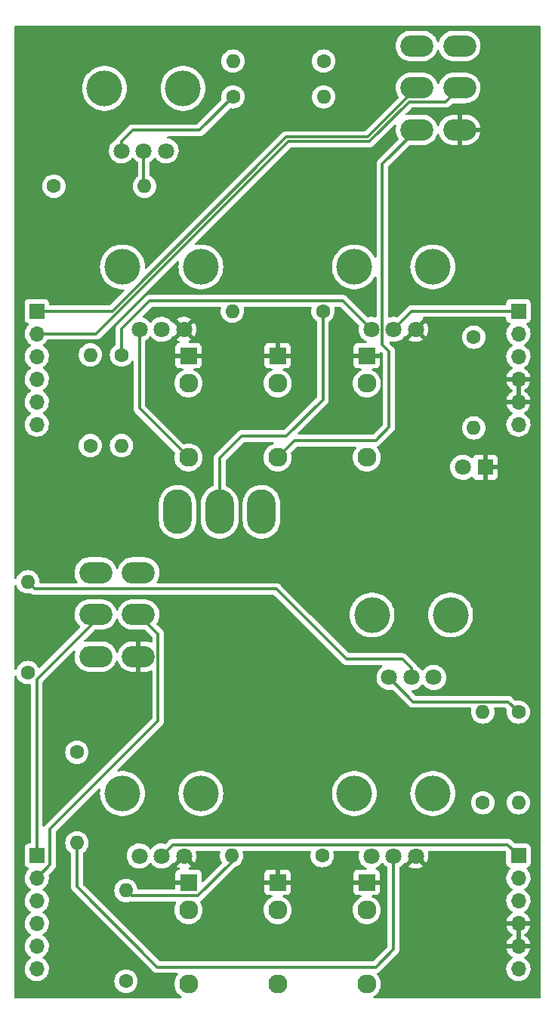
<source format=gbl>
G04 #@! TF.GenerationSoftware,KiCad,Pcbnew,(6.0.0)*
G04 #@! TF.CreationDate,2022-02-07T20:54:30+00:00*
G04 #@! TF.ProjectId,MS20-VCF,4d533230-2d56-4434-962e-6b696361645f,rev?*
G04 #@! TF.SameCoordinates,Original*
G04 #@! TF.FileFunction,Copper,L2,Bot*
G04 #@! TF.FilePolarity,Positive*
%FSLAX46Y46*%
G04 Gerber Fmt 4.6, Leading zero omitted, Abs format (unit mm)*
G04 Created by KiCad (PCBNEW (6.0.0)) date 2022-02-07 20:54:30*
%MOMM*%
%LPD*%
G01*
G04 APERTURE LIST*
G04 #@! TA.AperFunction,WasherPad*
%ADD10C,4.000000*%
G04 #@! TD*
G04 #@! TA.AperFunction,ComponentPad*
%ADD11C,1.800000*%
G04 #@! TD*
G04 #@! TA.AperFunction,ComponentPad*
%ADD12R,1.800000X1.800000*%
G04 #@! TD*
G04 #@! TA.AperFunction,ComponentPad*
%ADD13R,1.930000X1.830000*%
G04 #@! TD*
G04 #@! TA.AperFunction,ComponentPad*
%ADD14C,2.130000*%
G04 #@! TD*
G04 #@! TA.AperFunction,ComponentPad*
%ADD15C,1.600000*%
G04 #@! TD*
G04 #@! TA.AperFunction,ComponentPad*
%ADD16O,1.600000X1.600000*%
G04 #@! TD*
G04 #@! TA.AperFunction,ComponentPad*
%ADD17O,3.700000X2.400000*%
G04 #@! TD*
G04 #@! TA.AperFunction,ComponentPad*
%ADD18O,3.200000X5.000000*%
G04 #@! TD*
G04 #@! TA.AperFunction,ComponentPad*
%ADD19R,1.700000X1.700000*%
G04 #@! TD*
G04 #@! TA.AperFunction,ComponentPad*
%ADD20O,1.700000X1.700000*%
G04 #@! TD*
G04 #@! TA.AperFunction,Conductor*
%ADD21C,0.300000*%
G04 #@! TD*
G04 APERTURE END LIST*
D10*
X116400000Y-64050000D03*
X107600000Y-64050000D03*
D11*
X114500000Y-71050000D03*
X112000000Y-71050000D03*
X109500000Y-71050000D03*
D10*
X105600000Y-44050000D03*
X114400000Y-44050000D03*
D11*
X112500000Y-51050000D03*
X110000000Y-51050000D03*
X107500000Y-51050000D03*
D12*
X148275000Y-86500000D03*
D11*
X145735000Y-86500000D03*
D13*
X115000000Y-74000000D03*
D14*
X115000000Y-85400000D03*
X115000000Y-77100000D03*
D13*
X125000000Y-74000000D03*
D14*
X125000000Y-85400000D03*
X125000000Y-77100000D03*
D13*
X135000000Y-74000000D03*
D14*
X135000000Y-85400000D03*
X135000000Y-77100000D03*
D15*
X104000000Y-84080000D03*
D16*
X104000000Y-73920000D03*
D15*
X99920000Y-55000000D03*
D16*
X110080000Y-55000000D03*
D15*
X120000000Y-45000000D03*
D16*
X130160000Y-45000000D03*
D15*
X130160000Y-41000000D03*
D16*
X120000000Y-41000000D03*
D15*
X107500000Y-73920000D03*
D16*
X107500000Y-84080000D03*
D15*
X130080000Y-69000000D03*
D16*
X119920000Y-69000000D03*
D15*
X130000000Y-130000000D03*
D16*
X119840000Y-130000000D03*
D15*
X108000000Y-144080000D03*
D16*
X108000000Y-133920000D03*
D10*
X142400000Y-64050000D03*
X133600000Y-64050000D03*
D11*
X140500000Y-71050000D03*
X138000000Y-71050000D03*
X135500000Y-71050000D03*
D17*
X140600000Y-39300000D03*
X140600000Y-44000000D03*
X140600000Y-48700000D03*
X145400000Y-39300000D03*
X145400000Y-44000000D03*
X145400000Y-48700000D03*
D18*
X113800000Y-91500000D03*
X118500000Y-91500000D03*
X123200000Y-91500000D03*
D13*
X135000000Y-133000000D03*
D14*
X135000000Y-144400000D03*
X135000000Y-136100000D03*
D13*
X115000000Y-133000000D03*
D14*
X115000000Y-144400000D03*
X115000000Y-136100000D03*
D13*
X125000000Y-133000000D03*
D14*
X125000000Y-144400000D03*
X125000000Y-136100000D03*
D15*
X147000000Y-71920000D03*
D16*
X147000000Y-82080000D03*
D15*
X97000000Y-109500000D03*
D16*
X97000000Y-99340000D03*
D15*
X148000000Y-124080000D03*
D16*
X148000000Y-113920000D03*
D15*
X152000000Y-113920000D03*
D16*
X152000000Y-124080000D03*
D15*
X102500000Y-118420000D03*
D16*
X102500000Y-128580000D03*
D17*
X104600000Y-98300000D03*
X104600000Y-103000000D03*
X104600000Y-107700000D03*
X109400000Y-98300000D03*
X109400000Y-103000000D03*
X109400000Y-107700000D03*
D10*
X142400000Y-123050000D03*
X133600000Y-123050000D03*
D11*
X140500000Y-130050000D03*
X138000000Y-130050000D03*
X135500000Y-130050000D03*
D10*
X116400000Y-123050000D03*
X107600000Y-123050000D03*
D11*
X114500000Y-130050000D03*
X112000000Y-130050000D03*
X109500000Y-130050000D03*
D10*
X135600000Y-103050000D03*
X144400000Y-103050000D03*
D11*
X142500000Y-110050000D03*
X140000000Y-110050000D03*
X137500000Y-110050000D03*
D19*
X98000000Y-69000000D03*
D20*
X98000000Y-71540000D03*
X98000000Y-74080000D03*
X98000000Y-76620000D03*
X98000000Y-79160000D03*
X98000000Y-81700000D03*
D19*
X152000000Y-69000000D03*
D20*
X152000000Y-71540000D03*
X152000000Y-74080000D03*
X152000000Y-76620000D03*
X152000000Y-79160000D03*
X152000000Y-81700000D03*
D19*
X98000000Y-130000000D03*
D20*
X98000000Y-132540000D03*
X98000000Y-135080000D03*
X98000000Y-137620000D03*
X98000000Y-140160000D03*
X98000000Y-142700000D03*
D19*
X152000000Y-130000000D03*
D20*
X152000000Y-132540000D03*
X152000000Y-135080000D03*
X152000000Y-137620000D03*
X152000000Y-140160000D03*
X152000000Y-142700000D03*
D21*
X104666428Y-71540000D02*
X98000000Y-71540000D01*
X126206428Y-50000000D02*
X104666428Y-71540000D01*
X143850480Y-45549520D02*
X139756908Y-45549520D01*
X135306428Y-50000000D02*
X126206428Y-50000000D01*
X139756908Y-45549520D02*
X135306428Y-50000000D01*
X145400000Y-44000000D02*
X143850480Y-45549520D01*
X99500000Y-131040000D02*
X99500000Y-127000000D01*
X98000000Y-132540000D02*
X99500000Y-131040000D01*
X111599520Y-105199520D02*
X111599520Y-114900480D01*
X109400000Y-103000000D02*
X111599520Y-105199520D01*
X99500000Y-127000000D02*
X111599520Y-114900480D01*
X119840000Y-130739022D02*
X116079022Y-134500000D01*
X119840000Y-130000000D02*
X119840000Y-130739022D01*
X108580000Y-134500000D02*
X108000000Y-133920000D01*
X116079022Y-134500000D02*
X108580000Y-134500000D01*
X109500000Y-71050000D02*
X109500000Y-79900000D01*
X109500000Y-79900000D02*
X115000000Y-85400000D01*
X102500000Y-133500000D02*
X102500000Y-128580000D01*
X111500000Y-142500000D02*
X102500000Y-133500000D01*
X138000000Y-130050000D02*
X138000000Y-140500000D01*
X136000000Y-142500000D02*
X111500000Y-142500000D01*
X138000000Y-140500000D02*
X136000000Y-142500000D01*
X110000000Y-54920000D02*
X110080000Y-55000000D01*
X110000000Y-51050000D02*
X110000000Y-54920000D01*
X120000000Y-45000000D02*
X116249511Y-48750489D01*
X108749511Y-48750489D02*
X107500000Y-50000000D01*
X116249511Y-48750489D02*
X108749511Y-48750489D01*
X107500000Y-50000000D02*
X107500000Y-51050000D01*
X140000000Y-109000000D02*
X139000000Y-108000000D01*
X97799999Y-100139999D02*
X124860001Y-100139999D01*
X132720002Y-108000000D02*
X124860001Y-100139999D01*
X140000000Y-110050000D02*
X140000000Y-109000000D01*
X97000000Y-99340000D02*
X97799999Y-100139999D01*
X139000000Y-108000000D02*
X132720002Y-108000000D01*
X152000000Y-113920000D02*
X150850489Y-112770489D01*
X140220489Y-112770489D02*
X137500000Y-110050000D01*
X150850489Y-112770489D02*
X140220489Y-112770489D01*
X126000000Y-49500000D02*
X135100000Y-49500000D01*
X98000000Y-69000000D02*
X106500000Y-69000000D01*
X135100000Y-49500000D02*
X140600000Y-44000000D01*
X106500000Y-69000000D02*
X126000000Y-49500000D01*
X121000000Y-83000000D02*
X118500000Y-85500000D01*
X118500000Y-85500000D02*
X118500000Y-91500000D01*
X130080000Y-69000000D02*
X130080000Y-78920000D01*
X130080000Y-78920000D02*
X126000000Y-83000000D01*
X126000000Y-83000000D02*
X121000000Y-83000000D01*
X152000000Y-69000000D02*
X140050000Y-69000000D01*
X140050000Y-69000000D02*
X138000000Y-71050000D01*
X137500000Y-73500000D02*
X136750489Y-72750489D01*
X136749511Y-52550489D02*
X140600000Y-48700000D01*
X137500000Y-82000000D02*
X137500000Y-73500000D01*
X136750489Y-52551467D02*
X136749511Y-52550489D01*
X136000000Y-83500000D02*
X137500000Y-82000000D01*
X136750489Y-72750489D02*
X136750489Y-52551467D01*
X125000000Y-85400000D02*
X126900000Y-83500000D01*
X126900000Y-83500000D02*
X136000000Y-83500000D01*
X104600000Y-103000000D02*
X104600000Y-103650000D01*
X98000000Y-110250000D02*
X98000000Y-130000000D01*
X104600000Y-103650000D02*
X98000000Y-110250000D01*
X112000000Y-130050000D02*
X113249511Y-128800489D01*
X113249511Y-128800489D02*
X150800489Y-128800489D01*
X150800489Y-128800489D02*
X152000000Y-130000000D01*
X110649512Y-67850489D02*
X107500000Y-71000001D01*
X132300489Y-67850489D02*
X110649512Y-67850489D01*
X107500000Y-71000001D02*
X107500000Y-73920000D01*
X135500000Y-71050000D02*
X132300489Y-67850489D01*
G04 #@! TA.AperFunction,Conductor*
G36*
X154434121Y-37028002D02*
G01*
X154480614Y-37081658D01*
X154492000Y-37134000D01*
X154492000Y-145866000D01*
X154471998Y-145934121D01*
X154418342Y-145980614D01*
X154366000Y-145992000D01*
X135860347Y-145992000D01*
X135792226Y-145971998D01*
X135745733Y-145918342D01*
X135735629Y-145848068D01*
X135765123Y-145783488D01*
X135794512Y-145758567D01*
X135811070Y-145748420D01*
X135927740Y-145676925D01*
X136116073Y-145516073D01*
X136276925Y-145327740D01*
X136406334Y-145116563D01*
X136501115Y-144887742D01*
X136521501Y-144802830D01*
X136557779Y-144651724D01*
X136557780Y-144651718D01*
X136558934Y-144646911D01*
X136578366Y-144400000D01*
X136558934Y-144153089D01*
X136557780Y-144148282D01*
X136557779Y-144148276D01*
X136505658Y-143931181D01*
X136501115Y-143912258D01*
X136499221Y-143907685D01*
X136408229Y-143688011D01*
X136408227Y-143688007D01*
X136406334Y-143683437D01*
X136276925Y-143472260D01*
X136152942Y-143327095D01*
X136123911Y-143262305D01*
X136134516Y-143192105D01*
X136181391Y-143138782D01*
X136202355Y-143128118D01*
X136208008Y-143125879D01*
X136219231Y-143122035D01*
X136263600Y-143109145D01*
X136282065Y-143098225D01*
X136299805Y-143089534D01*
X136319756Y-143081635D01*
X136357129Y-143054482D01*
X136367048Y-143047967D01*
X136399977Y-143028493D01*
X136399981Y-143028490D01*
X136406807Y-143024453D01*
X136421971Y-143009289D01*
X136437005Y-142996448D01*
X136454357Y-142983841D01*
X136483803Y-142948247D01*
X136491792Y-142939468D01*
X136764565Y-142666695D01*
X150637251Y-142666695D01*
X150637548Y-142671848D01*
X150637548Y-142671851D01*
X150643006Y-142766502D01*
X150650110Y-142889715D01*
X150651247Y-142894761D01*
X150651248Y-142894767D01*
X150672275Y-142988069D01*
X150699222Y-143107639D01*
X150760673Y-143258976D01*
X150778319Y-143302432D01*
X150783266Y-143314616D01*
X150785965Y-143319020D01*
X150877567Y-143468501D01*
X150899987Y-143505088D01*
X151046250Y-143673938D01*
X151218126Y-143816632D01*
X151411000Y-143929338D01*
X151619692Y-144009030D01*
X151624760Y-144010061D01*
X151624763Y-144010062D01*
X151732017Y-144031883D01*
X151838597Y-144053567D01*
X151843772Y-144053757D01*
X151843774Y-144053757D01*
X152056673Y-144061564D01*
X152056677Y-144061564D01*
X152061837Y-144061753D01*
X152066957Y-144061097D01*
X152066959Y-144061097D01*
X152278288Y-144034025D01*
X152278289Y-144034025D01*
X152283416Y-144033368D01*
X152288366Y-144031883D01*
X152492429Y-143970661D01*
X152492434Y-143970659D01*
X152497384Y-143969174D01*
X152697994Y-143870896D01*
X152879860Y-143741173D01*
X153038096Y-143583489D01*
X153097594Y-143500689D01*
X153165435Y-143406277D01*
X153168453Y-143402077D01*
X153217701Y-143302432D01*
X153265136Y-143206453D01*
X153265137Y-143206451D01*
X153267430Y-143201811D01*
X153307282Y-143070643D01*
X153330865Y-142993023D01*
X153330865Y-142993021D01*
X153332370Y-142988069D01*
X153361529Y-142766590D01*
X153363156Y-142700000D01*
X153344852Y-142477361D01*
X153290431Y-142260702D01*
X153201354Y-142055840D01*
X153080014Y-141868277D01*
X152929670Y-141703051D01*
X152925619Y-141699852D01*
X152925615Y-141699848D01*
X152758414Y-141567800D01*
X152758410Y-141567798D01*
X152754359Y-141564598D01*
X152712569Y-141541529D01*
X152662598Y-141491097D01*
X152647826Y-141421654D01*
X152672942Y-141355248D01*
X152700294Y-141328641D01*
X152875328Y-141203792D01*
X152883200Y-141197139D01*
X153034052Y-141046812D01*
X153040730Y-141038965D01*
X153165003Y-140866020D01*
X153170313Y-140857183D01*
X153264670Y-140666267D01*
X153268469Y-140656672D01*
X153330377Y-140452910D01*
X153332555Y-140442837D01*
X153333986Y-140431962D01*
X153331775Y-140417778D01*
X153318617Y-140414000D01*
X150683225Y-140414000D01*
X150669694Y-140417973D01*
X150668257Y-140427966D01*
X150698565Y-140562446D01*
X150701645Y-140572275D01*
X150781770Y-140769603D01*
X150786413Y-140778794D01*
X150897694Y-140960388D01*
X150903777Y-140968699D01*
X151043213Y-141129667D01*
X151050580Y-141136883D01*
X151214434Y-141272916D01*
X151222881Y-141278831D01*
X151291969Y-141319203D01*
X151340693Y-141370842D01*
X151353764Y-141440625D01*
X151327033Y-141506396D01*
X151286584Y-141539752D01*
X151273607Y-141546507D01*
X151269474Y-141549610D01*
X151269471Y-141549612D01*
X151245247Y-141567800D01*
X151094965Y-141680635D01*
X150940629Y-141842138D01*
X150814743Y-142026680D01*
X150720688Y-142229305D01*
X150660989Y-142444570D01*
X150637251Y-142666695D01*
X136764565Y-142666695D01*
X138407605Y-141023655D01*
X138416385Y-141015665D01*
X138416387Y-141015663D01*
X138423080Y-141011416D01*
X138471605Y-140959742D01*
X138474359Y-140956901D01*
X138494927Y-140936333D01*
X138497647Y-140932826D01*
X138505353Y-140923804D01*
X138531544Y-140895913D01*
X138536972Y-140890133D01*
X138540794Y-140883181D01*
X138547303Y-140871342D01*
X138558157Y-140854818D01*
X138566443Y-140844135D01*
X138566444Y-140844134D01*
X138571304Y-140837868D01*
X138589654Y-140795464D01*
X138594869Y-140784819D01*
X138617124Y-140744337D01*
X138619094Y-140736663D01*
X138619097Y-140736656D01*
X138622455Y-140723574D01*
X138628861Y-140704862D01*
X138634233Y-140692448D01*
X138637380Y-140685177D01*
X138640346Y-140666453D01*
X138644607Y-140639544D01*
X138647012Y-140627930D01*
X138658500Y-140583188D01*
X138658500Y-140561742D01*
X138660051Y-140542032D01*
X138662166Y-140528678D01*
X138662166Y-140528677D01*
X138663406Y-140520848D01*
X138659059Y-140474859D01*
X138658500Y-140463004D01*
X138658500Y-139894183D01*
X150664389Y-139894183D01*
X150665912Y-139902607D01*
X150678292Y-139906000D01*
X151727885Y-139906000D01*
X151743124Y-139901525D01*
X151744329Y-139900135D01*
X151746000Y-139892452D01*
X151746000Y-139887885D01*
X152254000Y-139887885D01*
X152258475Y-139903124D01*
X152259865Y-139904329D01*
X152267548Y-139906000D01*
X153318344Y-139906000D01*
X153331875Y-139902027D01*
X153333180Y-139892947D01*
X153291214Y-139725875D01*
X153287894Y-139716124D01*
X153202972Y-139520814D01*
X153198105Y-139511739D01*
X153082426Y-139332926D01*
X153076136Y-139324757D01*
X152932806Y-139167240D01*
X152925273Y-139160215D01*
X152758139Y-139028222D01*
X152749552Y-139022517D01*
X152712116Y-139001851D01*
X152662146Y-138951419D01*
X152647374Y-138881976D01*
X152672490Y-138815571D01*
X152699842Y-138788964D01*
X152875327Y-138663792D01*
X152883200Y-138657139D01*
X153034052Y-138506812D01*
X153040730Y-138498965D01*
X153165003Y-138326020D01*
X153170313Y-138317183D01*
X153264670Y-138126267D01*
X153268469Y-138116672D01*
X153330377Y-137912910D01*
X153332555Y-137902837D01*
X153333986Y-137891962D01*
X153331775Y-137877778D01*
X153318617Y-137874000D01*
X152272115Y-137874000D01*
X152256876Y-137878475D01*
X152255671Y-137879865D01*
X152254000Y-137887548D01*
X152254000Y-139887885D01*
X151746000Y-139887885D01*
X151746000Y-137892115D01*
X151741525Y-137876876D01*
X151740135Y-137875671D01*
X151732452Y-137874000D01*
X150683225Y-137874000D01*
X150669694Y-137877973D01*
X150668257Y-137887966D01*
X150698565Y-138022446D01*
X150701645Y-138032275D01*
X150781770Y-138229603D01*
X150786413Y-138238794D01*
X150897694Y-138420388D01*
X150903777Y-138428699D01*
X151043213Y-138589667D01*
X151050580Y-138596883D01*
X151214434Y-138732916D01*
X151222881Y-138738831D01*
X151292479Y-138779501D01*
X151341203Y-138831140D01*
X151354274Y-138900923D01*
X151327543Y-138966694D01*
X151287087Y-139000053D01*
X151278462Y-139004542D01*
X151269738Y-139010036D01*
X151099433Y-139137905D01*
X151091726Y-139144748D01*
X150944590Y-139298717D01*
X150938104Y-139306727D01*
X150818098Y-139482649D01*
X150813000Y-139491623D01*
X150723338Y-139684783D01*
X150719775Y-139694470D01*
X150664389Y-139894183D01*
X138658500Y-139894183D01*
X138658500Y-131373933D01*
X138678502Y-131305812D01*
X138719773Y-131265907D01*
X138723684Y-131263991D01*
X138727893Y-131260989D01*
X138727896Y-131260987D01*
X138797406Y-131211406D01*
X139703423Y-131211406D01*
X139708704Y-131218461D01*
X139885080Y-131321527D01*
X139894363Y-131325974D01*
X140101003Y-131404883D01*
X140110901Y-131407759D01*
X140327653Y-131451857D01*
X140337883Y-131453076D01*
X140558914Y-131461182D01*
X140569223Y-131460714D01*
X140788623Y-131432608D01*
X140798688Y-131430468D01*
X141010557Y-131366905D01*
X141020152Y-131363144D01*
X141218778Y-131265838D01*
X141227636Y-131260559D01*
X141285097Y-131219572D01*
X141293497Y-131208874D01*
X141286510Y-131195721D01*
X140512811Y-130422021D01*
X140498868Y-130414408D01*
X140497034Y-130414539D01*
X140490420Y-130418790D01*
X139710180Y-131199031D01*
X139703423Y-131211406D01*
X138797406Y-131211406D01*
X138814755Y-131199031D01*
X138912243Y-131129494D01*
X139076303Y-130966005D01*
X139150714Y-130862451D01*
X139206709Y-130818803D01*
X139277412Y-130812357D01*
X139337572Y-130842543D01*
X139340555Y-130845242D01*
X139349330Y-130841459D01*
X140410905Y-129779885D01*
X140473217Y-129745859D01*
X140544033Y-129750924D01*
X140589095Y-129779885D01*
X141646303Y-130837092D01*
X141658314Y-130843651D01*
X141670052Y-130834684D01*
X141708010Y-130781859D01*
X141713321Y-130773020D01*
X141811318Y-130574737D01*
X141815117Y-130565142D01*
X141879415Y-130353517D01*
X141881594Y-130343436D01*
X141910702Y-130122338D01*
X141911221Y-130115663D01*
X141912744Y-130053364D01*
X141912550Y-130046646D01*
X141894279Y-129824400D01*
X141892596Y-129814238D01*
X141842723Y-129615684D01*
X141845527Y-129544743D01*
X141886240Y-129486580D01*
X141951935Y-129459661D01*
X141964927Y-129458989D01*
X150475539Y-129458989D01*
X150543660Y-129478991D01*
X150564634Y-129495894D01*
X150604595Y-129535855D01*
X150638621Y-129598167D01*
X150641500Y-129624950D01*
X150641500Y-130898134D01*
X150648255Y-130960316D01*
X150699385Y-131096705D01*
X150786739Y-131213261D01*
X150903295Y-131300615D01*
X150911704Y-131303767D01*
X150911705Y-131303768D01*
X151020451Y-131344535D01*
X151077216Y-131387176D01*
X151101916Y-131453738D01*
X151086709Y-131523087D01*
X151067316Y-131549568D01*
X151060216Y-131556998D01*
X150980693Y-131640214D01*
X150940629Y-131682138D01*
X150814743Y-131866680D01*
X150799003Y-131900590D01*
X150734139Y-132040328D01*
X150720688Y-132069305D01*
X150660989Y-132284570D01*
X150637251Y-132506695D01*
X150637548Y-132511848D01*
X150637548Y-132511851D01*
X150643006Y-132606502D01*
X150650110Y-132729715D01*
X150651247Y-132734761D01*
X150651248Y-132734767D01*
X150662712Y-132785634D01*
X150699222Y-132947639D01*
X150783266Y-133154616D01*
X150899987Y-133345088D01*
X151046250Y-133513938D01*
X151218126Y-133656632D01*
X151287879Y-133697392D01*
X151291445Y-133699476D01*
X151340169Y-133751114D01*
X151353240Y-133820897D01*
X151326509Y-133886669D01*
X151286055Y-133920027D01*
X151282321Y-133921971D01*
X151273607Y-133926507D01*
X151269474Y-133929610D01*
X151269471Y-133929612D01*
X151132296Y-134032606D01*
X151094965Y-134060635D01*
X150940629Y-134222138D01*
X150814743Y-134406680D01*
X150800982Y-134436326D01*
X150725525Y-134598885D01*
X150720688Y-134609305D01*
X150660989Y-134824570D01*
X150637251Y-135046695D01*
X150637548Y-135051848D01*
X150637548Y-135051851D01*
X150647994Y-135233019D01*
X150650110Y-135269715D01*
X150651247Y-135274761D01*
X150651248Y-135274767D01*
X150657483Y-135302432D01*
X150699222Y-135487639D01*
X150783266Y-135694616D01*
X150785965Y-135699020D01*
X150883402Y-135858023D01*
X150899987Y-135885088D01*
X151046250Y-136053938D01*
X151218126Y-136196632D01*
X151291445Y-136239476D01*
X151291955Y-136239774D01*
X151340679Y-136291412D01*
X151353750Y-136361195D01*
X151327019Y-136426967D01*
X151286562Y-136460327D01*
X151278457Y-136464546D01*
X151269738Y-136470036D01*
X151099433Y-136597905D01*
X151091726Y-136604748D01*
X150944590Y-136758717D01*
X150938104Y-136766727D01*
X150818098Y-136942649D01*
X150813000Y-136951623D01*
X150723338Y-137144783D01*
X150719775Y-137154470D01*
X150664389Y-137354183D01*
X150665912Y-137362607D01*
X150678292Y-137366000D01*
X153318344Y-137366000D01*
X153331875Y-137362027D01*
X153333180Y-137352947D01*
X153291214Y-137185875D01*
X153287894Y-137176124D01*
X153202972Y-136980814D01*
X153198105Y-136971739D01*
X153082426Y-136792926D01*
X153076136Y-136784757D01*
X152932806Y-136627240D01*
X152925273Y-136620215D01*
X152758139Y-136488222D01*
X152749556Y-136482520D01*
X152712602Y-136462120D01*
X152662631Y-136411687D01*
X152647859Y-136342245D01*
X152672975Y-136275839D01*
X152700327Y-136249232D01*
X152723797Y-136232491D01*
X152879860Y-136121173D01*
X152906055Y-136095070D01*
X153034435Y-135967137D01*
X153038096Y-135963489D01*
X153097594Y-135880689D01*
X153165435Y-135786277D01*
X153168453Y-135782077D01*
X153254643Y-135607685D01*
X153265136Y-135586453D01*
X153265137Y-135586451D01*
X153267430Y-135581811D01*
X153332370Y-135368069D01*
X153361529Y-135146590D01*
X153361676Y-135140590D01*
X153363074Y-135083365D01*
X153363074Y-135083361D01*
X153363156Y-135080000D01*
X153344852Y-134857361D01*
X153290431Y-134640702D01*
X153201354Y-134435840D01*
X153080014Y-134248277D01*
X152929670Y-134083051D01*
X152925619Y-134079852D01*
X152925615Y-134079848D01*
X152758414Y-133947800D01*
X152758410Y-133947798D01*
X152754359Y-133944598D01*
X152713053Y-133921796D01*
X152663084Y-133871364D01*
X152648312Y-133801921D01*
X152673428Y-133735516D01*
X152700780Y-133708909D01*
X152762248Y-133665064D01*
X152879860Y-133581173D01*
X152915813Y-133545346D01*
X152985334Y-133476067D01*
X153038096Y-133423489D01*
X153042081Y-133417944D01*
X153165435Y-133246277D01*
X153168453Y-133242077D01*
X153267430Y-133041811D01*
X153307282Y-132910643D01*
X153330865Y-132833023D01*
X153330865Y-132833021D01*
X153332370Y-132828069D01*
X153361529Y-132606590D01*
X153363156Y-132540000D01*
X153344852Y-132317361D01*
X153290431Y-132100702D01*
X153201354Y-131895840D01*
X153080014Y-131708277D01*
X153076532Y-131704450D01*
X152932798Y-131546488D01*
X152901746Y-131482642D01*
X152910141Y-131412143D01*
X152955317Y-131357375D01*
X152981761Y-131343706D01*
X153088297Y-131303767D01*
X153096705Y-131300615D01*
X153213261Y-131213261D01*
X153300615Y-131096705D01*
X153351745Y-130960316D01*
X153358500Y-130898134D01*
X153358500Y-129101866D01*
X153351745Y-129039684D01*
X153300615Y-128903295D01*
X153213261Y-128786739D01*
X153096705Y-128699385D01*
X152960316Y-128648255D01*
X152898134Y-128641500D01*
X151624950Y-128641500D01*
X151556829Y-128621498D01*
X151535855Y-128604595D01*
X151324144Y-128392884D01*
X151316154Y-128384104D01*
X151316152Y-128384102D01*
X151311905Y-128377409D01*
X151284755Y-128351913D01*
X151260232Y-128328885D01*
X151257390Y-128326130D01*
X151236822Y-128305562D01*
X151233315Y-128302842D01*
X151224293Y-128295136D01*
X151190622Y-128263517D01*
X151183670Y-128259695D01*
X151171831Y-128253186D01*
X151155307Y-128242332D01*
X151144621Y-128234044D01*
X151138357Y-128229185D01*
X151131085Y-128226038D01*
X151131083Y-128226037D01*
X151095954Y-128210835D01*
X151085294Y-128205613D01*
X151051773Y-128187184D01*
X151051771Y-128187183D01*
X151044826Y-128183365D01*
X151024048Y-128178030D01*
X151005358Y-128171631D01*
X150985665Y-128163109D01*
X150940041Y-128155883D01*
X150928418Y-128153476D01*
X150894150Y-128144678D01*
X150883677Y-128141989D01*
X150862230Y-128141989D01*
X150842520Y-128140438D01*
X150829166Y-128138323D01*
X150821337Y-128137083D01*
X150775348Y-128141430D01*
X150763493Y-128141989D01*
X113331567Y-128141989D01*
X113319711Y-128141430D01*
X113319708Y-128141430D01*
X113311974Y-128139701D01*
X113256957Y-128141430D01*
X113241142Y-128141927D01*
X113237184Y-128141989D01*
X113208079Y-128141989D01*
X113203679Y-128142545D01*
X113191847Y-128143477D01*
X113145680Y-128144927D01*
X113125090Y-128150909D01*
X113105729Y-128154919D01*
X113098741Y-128155801D01*
X113092307Y-128156614D01*
X113092306Y-128156614D01*
X113084447Y-128157607D01*
X113077082Y-128160523D01*
X113077078Y-128160524D01*
X113041493Y-128174613D01*
X113030263Y-128178458D01*
X112985910Y-128191344D01*
X112979086Y-128195380D01*
X112967454Y-128202259D01*
X112949698Y-128210958D01*
X112929755Y-128218854D01*
X112915536Y-128229185D01*
X112892379Y-128246009D01*
X112882460Y-128252524D01*
X112849534Y-128271997D01*
X112849530Y-128272000D01*
X112842704Y-128276037D01*
X112827543Y-128291198D01*
X112812511Y-128304037D01*
X112795154Y-128316648D01*
X112785031Y-128328885D01*
X112765709Y-128352241D01*
X112757719Y-128361022D01*
X112470445Y-128648295D01*
X112408133Y-128682320D01*
X112359254Y-128683246D01*
X112138095Y-128643851D01*
X112138089Y-128643850D01*
X112133006Y-128642945D01*
X112060096Y-128642054D01*
X111906581Y-128640179D01*
X111906579Y-128640179D01*
X111901411Y-128640116D01*
X111672464Y-128675150D01*
X111452314Y-128747106D01*
X111447726Y-128749494D01*
X111447722Y-128749496D01*
X111345697Y-128802607D01*
X111246872Y-128854052D01*
X111242739Y-128857155D01*
X111242736Y-128857157D01*
X111170088Y-128911703D01*
X111061655Y-128993117D01*
X110901639Y-129160564D01*
X110854836Y-129229174D01*
X110799927Y-129274175D01*
X110729402Y-129282346D01*
X110665655Y-129251092D01*
X110644959Y-129226609D01*
X110622577Y-129192013D01*
X110622576Y-129192012D01*
X110619764Y-129187665D01*
X110463887Y-129016358D01*
X110459836Y-129013159D01*
X110459832Y-129013155D01*
X110286177Y-128876011D01*
X110286172Y-128876008D01*
X110282123Y-128872810D01*
X110277607Y-128870317D01*
X110277604Y-128870315D01*
X110083879Y-128763373D01*
X110083875Y-128763371D01*
X110079355Y-128760876D01*
X110074486Y-128759152D01*
X110074482Y-128759150D01*
X109865903Y-128685288D01*
X109865899Y-128685287D01*
X109861028Y-128683562D01*
X109855935Y-128682655D01*
X109855932Y-128682654D01*
X109638095Y-128643851D01*
X109638089Y-128643850D01*
X109633006Y-128642945D01*
X109560096Y-128642054D01*
X109406581Y-128640179D01*
X109406579Y-128640179D01*
X109401411Y-128640116D01*
X109172464Y-128675150D01*
X108952314Y-128747106D01*
X108947726Y-128749494D01*
X108947722Y-128749496D01*
X108845697Y-128802607D01*
X108746872Y-128854052D01*
X108742739Y-128857155D01*
X108742736Y-128857157D01*
X108670088Y-128911703D01*
X108561655Y-128993117D01*
X108401639Y-129160564D01*
X108398730Y-129164829D01*
X108398724Y-129164837D01*
X108383152Y-129187665D01*
X108271119Y-129351899D01*
X108173602Y-129561981D01*
X108111707Y-129785169D01*
X108087095Y-130015469D01*
X108087392Y-130020622D01*
X108087392Y-130020625D01*
X108089086Y-130050000D01*
X108100427Y-130246697D01*
X108101564Y-130251743D01*
X108101565Y-130251749D01*
X108122228Y-130343436D01*
X108151346Y-130472642D01*
X108153288Y-130477424D01*
X108153289Y-130477428D01*
X108236540Y-130682450D01*
X108238484Y-130687237D01*
X108359501Y-130884719D01*
X108511147Y-131059784D01*
X108689349Y-131207730D01*
X108889322Y-131324584D01*
X108894147Y-131326426D01*
X108894148Y-131326427D01*
X108912126Y-131333292D01*
X109105694Y-131407209D01*
X109110760Y-131408240D01*
X109110761Y-131408240D01*
X109163846Y-131419040D01*
X109332656Y-131453385D01*
X109463324Y-131458176D01*
X109558949Y-131461683D01*
X109558953Y-131461683D01*
X109564113Y-131461872D01*
X109569233Y-131461216D01*
X109569235Y-131461216D01*
X109642291Y-131451857D01*
X109793847Y-131432442D01*
X109798795Y-131430957D01*
X109798802Y-131430956D01*
X110010747Y-131367369D01*
X110015690Y-131365886D01*
X110030767Y-131358500D01*
X110219049Y-131266262D01*
X110219052Y-131266260D01*
X110223684Y-131263991D01*
X110412243Y-131129494D01*
X110576303Y-130966005D01*
X110645370Y-130869888D01*
X110701365Y-130826240D01*
X110772068Y-130819794D01*
X110835033Y-130852597D01*
X110855128Y-130877584D01*
X110856799Y-130880311D01*
X110856804Y-130880317D01*
X110859501Y-130884719D01*
X111011147Y-131059784D01*
X111189349Y-131207730D01*
X111389322Y-131324584D01*
X111394147Y-131326426D01*
X111394148Y-131326427D01*
X111412126Y-131333292D01*
X111605694Y-131407209D01*
X111610760Y-131408240D01*
X111610761Y-131408240D01*
X111663846Y-131419040D01*
X111832656Y-131453385D01*
X111963324Y-131458176D01*
X112058949Y-131461683D01*
X112058953Y-131461683D01*
X112064113Y-131461872D01*
X112069233Y-131461216D01*
X112069235Y-131461216D01*
X112142291Y-131451857D01*
X112293847Y-131432442D01*
X112298795Y-131430957D01*
X112298802Y-131430956D01*
X112510747Y-131367369D01*
X112515690Y-131365886D01*
X112530767Y-131358500D01*
X112719049Y-131266262D01*
X112719052Y-131266260D01*
X112723684Y-131263991D01*
X112912243Y-131129494D01*
X113076303Y-130966005D01*
X113150714Y-130862451D01*
X113206709Y-130818803D01*
X113277412Y-130812357D01*
X113337572Y-130842543D01*
X113340555Y-130845242D01*
X113349330Y-130841459D01*
X114410905Y-129779885D01*
X114473217Y-129745859D01*
X114544033Y-129750924D01*
X114589095Y-129779885D01*
X115646303Y-130837092D01*
X115658314Y-130843651D01*
X115670052Y-130834684D01*
X115708010Y-130781859D01*
X115713321Y-130773020D01*
X115811318Y-130574737D01*
X115815117Y-130565142D01*
X115879415Y-130353517D01*
X115881594Y-130343436D01*
X115910702Y-130122338D01*
X115911221Y-130115663D01*
X115912744Y-130053364D01*
X115912550Y-130046646D01*
X115894279Y-129824400D01*
X115892596Y-129814238D01*
X115842723Y-129615684D01*
X115845527Y-129544743D01*
X115886240Y-129486580D01*
X115951935Y-129459661D01*
X115964927Y-129458989D01*
X118466098Y-129458989D01*
X118534219Y-129478991D01*
X118580712Y-129532647D01*
X118590816Y-129602921D01*
X118587805Y-129617600D01*
X118546457Y-129771913D01*
X118526502Y-130000000D01*
X118546457Y-130228087D01*
X118547881Y-130233400D01*
X118547881Y-130233402D01*
X118578768Y-130348671D01*
X118605716Y-130449243D01*
X118608039Y-130454224D01*
X118608039Y-130454225D01*
X118700151Y-130651762D01*
X118700154Y-130651767D01*
X118702477Y-130656749D01*
X118735079Y-130703308D01*
X118760665Y-130739849D01*
X118783353Y-130807123D01*
X118766068Y-130875983D01*
X118746547Y-130901215D01*
X116688095Y-132959667D01*
X116625783Y-132993693D01*
X116554968Y-132988628D01*
X116498132Y-132946081D01*
X116473321Y-132879561D01*
X116473000Y-132870572D01*
X116472999Y-132040331D01*
X116472629Y-132033510D01*
X116467105Y-131982648D01*
X116463479Y-131967396D01*
X116418324Y-131846946D01*
X116409786Y-131831351D01*
X116333285Y-131729276D01*
X116320724Y-131716715D01*
X116218649Y-131640214D01*
X116203054Y-131631676D01*
X116082606Y-131586522D01*
X116067351Y-131582895D01*
X116016486Y-131577369D01*
X116009672Y-131577000D01*
X115127217Y-131577000D01*
X115059096Y-131556998D01*
X115012603Y-131503342D01*
X115002499Y-131433068D01*
X115031993Y-131368488D01*
X115071785Y-131337848D01*
X115218788Y-131265833D01*
X115227636Y-131260559D01*
X115285097Y-131219572D01*
X115293497Y-131208874D01*
X115286510Y-131195721D01*
X114512811Y-130422021D01*
X114498868Y-130414408D01*
X114497034Y-130414539D01*
X114490420Y-130418790D01*
X113710180Y-131199031D01*
X113703423Y-131211406D01*
X113708704Y-131218461D01*
X113885080Y-131321527D01*
X113894366Y-131325976D01*
X113941952Y-131344147D01*
X113998456Y-131387134D01*
X114022749Y-131453845D01*
X114007119Y-131523100D01*
X113956528Y-131572910D01*
X113926149Y-131584440D01*
X113917395Y-131586521D01*
X113796946Y-131631676D01*
X113781351Y-131640214D01*
X113679276Y-131716715D01*
X113666715Y-131729276D01*
X113590214Y-131831351D01*
X113581676Y-131846946D01*
X113536522Y-131967394D01*
X113532895Y-131982649D01*
X113527369Y-132033514D01*
X113527000Y-132040328D01*
X113527000Y-132727885D01*
X113531475Y-132743124D01*
X113532865Y-132744329D01*
X113540548Y-132746000D01*
X115128000Y-132746000D01*
X115196121Y-132766002D01*
X115242614Y-132819658D01*
X115254000Y-132872000D01*
X115254000Y-133128000D01*
X115233998Y-133196121D01*
X115180342Y-133242614D01*
X115128000Y-133254000D01*
X113545116Y-133254000D01*
X113529877Y-133258475D01*
X113528672Y-133259865D01*
X113527001Y-133267548D01*
X113527001Y-133715500D01*
X113506999Y-133783621D01*
X113453343Y-133830114D01*
X113401001Y-133841500D01*
X109422088Y-133841500D01*
X109353967Y-133821498D01*
X109307474Y-133767842D01*
X109296567Y-133726481D01*
X109295935Y-133719255D01*
X109293543Y-133691913D01*
X109234284Y-133470757D01*
X109231961Y-133465775D01*
X109139849Y-133268238D01*
X109139846Y-133268233D01*
X109137523Y-133263251D01*
X109006198Y-133075700D01*
X108844300Y-132913802D01*
X108839792Y-132910645D01*
X108839789Y-132910643D01*
X108721861Y-132828069D01*
X108656749Y-132782477D01*
X108651767Y-132780154D01*
X108651762Y-132780151D01*
X108454225Y-132688039D01*
X108454224Y-132688039D01*
X108449243Y-132685716D01*
X108443935Y-132684294D01*
X108443933Y-132684293D01*
X108233402Y-132627881D01*
X108233400Y-132627881D01*
X108228087Y-132626457D01*
X108000000Y-132606502D01*
X107771913Y-132626457D01*
X107766600Y-132627881D01*
X107766598Y-132627881D01*
X107556067Y-132684293D01*
X107556065Y-132684294D01*
X107550757Y-132685716D01*
X107545776Y-132688039D01*
X107545775Y-132688039D01*
X107348238Y-132780151D01*
X107348233Y-132780154D01*
X107343251Y-132782477D01*
X107278139Y-132828069D01*
X107160211Y-132910643D01*
X107160208Y-132910645D01*
X107155700Y-132913802D01*
X106993802Y-133075700D01*
X106862477Y-133263251D01*
X106860154Y-133268233D01*
X106860151Y-133268238D01*
X106768039Y-133465775D01*
X106765716Y-133470757D01*
X106764294Y-133476065D01*
X106764293Y-133476067D01*
X106715757Y-133657204D01*
X106706457Y-133691913D01*
X106686502Y-133920000D01*
X106706457Y-134148087D01*
X106707881Y-134153400D01*
X106707881Y-134153402D01*
X106711967Y-134168649D01*
X106765716Y-134369243D01*
X106768039Y-134374224D01*
X106768039Y-134374225D01*
X106860151Y-134571762D01*
X106860154Y-134571767D01*
X106862477Y-134576749D01*
X106900823Y-134631512D01*
X106943017Y-134691771D01*
X106993802Y-134764300D01*
X107155700Y-134926198D01*
X107160208Y-134929355D01*
X107160211Y-134929357D01*
X107229298Y-134977732D01*
X107343251Y-135057523D01*
X107348233Y-135059846D01*
X107348238Y-135059849D01*
X107545775Y-135151961D01*
X107550757Y-135154284D01*
X107556065Y-135155706D01*
X107556067Y-135155707D01*
X107766598Y-135212119D01*
X107766600Y-135212119D01*
X107771913Y-135213543D01*
X108000000Y-135233498D01*
X108228087Y-135213543D01*
X108233400Y-135212119D01*
X108233402Y-135212119D01*
X108415199Y-135163406D01*
X108432557Y-135158755D01*
X108480895Y-135158496D01*
X108481269Y-135155535D01*
X108489135Y-135156529D01*
X108496812Y-135158500D01*
X108518259Y-135158500D01*
X108537969Y-135160051D01*
X108559152Y-135163406D01*
X108605141Y-135159059D01*
X108616996Y-135158500D01*
X113506518Y-135158500D01*
X113574639Y-135178502D01*
X113621132Y-135232158D01*
X113631236Y-135302432D01*
X113613951Y-135350334D01*
X113593666Y-135383437D01*
X113591773Y-135388007D01*
X113591771Y-135388011D01*
X113509574Y-135586453D01*
X113498885Y-135612258D01*
X113497730Y-135617070D01*
X113442221Y-135848276D01*
X113442220Y-135848282D01*
X113441066Y-135853089D01*
X113421634Y-136100000D01*
X113441066Y-136346911D01*
X113442220Y-136351718D01*
X113442221Y-136351724D01*
X113469205Y-136464118D01*
X113498885Y-136587742D01*
X113500778Y-136592313D01*
X113500779Y-136592315D01*
X113581950Y-136788277D01*
X113593666Y-136816563D01*
X113723075Y-137027740D01*
X113883927Y-137216073D01*
X114072260Y-137376925D01*
X114283437Y-137506334D01*
X114288007Y-137508227D01*
X114288011Y-137508229D01*
X114507685Y-137599221D01*
X114512258Y-137601115D01*
X114576949Y-137616646D01*
X114748276Y-137657779D01*
X114748282Y-137657780D01*
X114753089Y-137658934D01*
X115000000Y-137678366D01*
X115246911Y-137658934D01*
X115251718Y-137657780D01*
X115251724Y-137657779D01*
X115423051Y-137616646D01*
X115487742Y-137601115D01*
X115492315Y-137599221D01*
X115711989Y-137508229D01*
X115711993Y-137508227D01*
X115716563Y-137506334D01*
X115927740Y-137376925D01*
X116116073Y-137216073D01*
X116276925Y-137027740D01*
X116406334Y-136816563D01*
X116418051Y-136788277D01*
X116499221Y-136592315D01*
X116499222Y-136592313D01*
X116501115Y-136587742D01*
X116530795Y-136464118D01*
X116557779Y-136351724D01*
X116557780Y-136351718D01*
X116558934Y-136346911D01*
X116578366Y-136100000D01*
X123421634Y-136100000D01*
X123441066Y-136346911D01*
X123442220Y-136351718D01*
X123442221Y-136351724D01*
X123469205Y-136464118D01*
X123498885Y-136587742D01*
X123500778Y-136592313D01*
X123500779Y-136592315D01*
X123581950Y-136788277D01*
X123593666Y-136816563D01*
X123723075Y-137027740D01*
X123883927Y-137216073D01*
X124072260Y-137376925D01*
X124283437Y-137506334D01*
X124288007Y-137508227D01*
X124288011Y-137508229D01*
X124507685Y-137599221D01*
X124512258Y-137601115D01*
X124576949Y-137616646D01*
X124748276Y-137657779D01*
X124748282Y-137657780D01*
X124753089Y-137658934D01*
X125000000Y-137678366D01*
X125246911Y-137658934D01*
X125251718Y-137657780D01*
X125251724Y-137657779D01*
X125423051Y-137616646D01*
X125487742Y-137601115D01*
X125492315Y-137599221D01*
X125711989Y-137508229D01*
X125711993Y-137508227D01*
X125716563Y-137506334D01*
X125927740Y-137376925D01*
X126116073Y-137216073D01*
X126276925Y-137027740D01*
X126406334Y-136816563D01*
X126418051Y-136788277D01*
X126499221Y-136592315D01*
X126499222Y-136592313D01*
X126501115Y-136587742D01*
X126530795Y-136464118D01*
X126557779Y-136351724D01*
X126557780Y-136351718D01*
X126558934Y-136346911D01*
X126578366Y-136100000D01*
X133421634Y-136100000D01*
X133441066Y-136346911D01*
X133442220Y-136351718D01*
X133442221Y-136351724D01*
X133469205Y-136464118D01*
X133498885Y-136587742D01*
X133500778Y-136592313D01*
X133500779Y-136592315D01*
X133581950Y-136788277D01*
X133593666Y-136816563D01*
X133723075Y-137027740D01*
X133883927Y-137216073D01*
X134072260Y-137376925D01*
X134283437Y-137506334D01*
X134288007Y-137508227D01*
X134288011Y-137508229D01*
X134507685Y-137599221D01*
X134512258Y-137601115D01*
X134576949Y-137616646D01*
X134748276Y-137657779D01*
X134748282Y-137657780D01*
X134753089Y-137658934D01*
X135000000Y-137678366D01*
X135246911Y-137658934D01*
X135251718Y-137657780D01*
X135251724Y-137657779D01*
X135423051Y-137616646D01*
X135487742Y-137601115D01*
X135492315Y-137599221D01*
X135711989Y-137508229D01*
X135711993Y-137508227D01*
X135716563Y-137506334D01*
X135927740Y-137376925D01*
X136116073Y-137216073D01*
X136276925Y-137027740D01*
X136406334Y-136816563D01*
X136418051Y-136788277D01*
X136499221Y-136592315D01*
X136499222Y-136592313D01*
X136501115Y-136587742D01*
X136530795Y-136464118D01*
X136557779Y-136351724D01*
X136557780Y-136351718D01*
X136558934Y-136346911D01*
X136578366Y-136100000D01*
X136558934Y-135853089D01*
X136557780Y-135848282D01*
X136557779Y-135848276D01*
X136502270Y-135617070D01*
X136501115Y-135612258D01*
X136490426Y-135586453D01*
X136408229Y-135388011D01*
X136408227Y-135388007D01*
X136406334Y-135383437D01*
X136276925Y-135172260D01*
X136116073Y-134983927D01*
X135927740Y-134823075D01*
X135716563Y-134693666D01*
X135648342Y-134665408D01*
X135593062Y-134620859D01*
X135570641Y-134553496D01*
X135588199Y-134484705D01*
X135640162Y-134436326D01*
X135696561Y-134422999D01*
X136009669Y-134422999D01*
X136016490Y-134422629D01*
X136067352Y-134417105D01*
X136082604Y-134413479D01*
X136203054Y-134368324D01*
X136218649Y-134359786D01*
X136320724Y-134283285D01*
X136333285Y-134270724D01*
X136409786Y-134168649D01*
X136418324Y-134153054D01*
X136463478Y-134032606D01*
X136467105Y-134017351D01*
X136472631Y-133966486D01*
X136473000Y-133959672D01*
X136473000Y-133272115D01*
X136468525Y-133256876D01*
X136467135Y-133255671D01*
X136459452Y-133254000D01*
X133545116Y-133254000D01*
X133529877Y-133258475D01*
X133528672Y-133259865D01*
X133527001Y-133267548D01*
X133527001Y-133959669D01*
X133527371Y-133966490D01*
X133532895Y-134017352D01*
X133536521Y-134032604D01*
X133581676Y-134153054D01*
X133590214Y-134168649D01*
X133666715Y-134270724D01*
X133679276Y-134283285D01*
X133781351Y-134359786D01*
X133796946Y-134368324D01*
X133917394Y-134413478D01*
X133932649Y-134417105D01*
X133983514Y-134422631D01*
X133990328Y-134423000D01*
X134303438Y-134423000D01*
X134371559Y-134443002D01*
X134418052Y-134496658D01*
X134428156Y-134566932D01*
X134398662Y-134631512D01*
X134351657Y-134665408D01*
X134323360Y-134677129D01*
X134288011Y-134691771D01*
X134288007Y-134691773D01*
X134283437Y-134693666D01*
X134072260Y-134823075D01*
X133883927Y-134983927D01*
X133723075Y-135172260D01*
X133593666Y-135383437D01*
X133591773Y-135388007D01*
X133591771Y-135388011D01*
X133509574Y-135586453D01*
X133498885Y-135612258D01*
X133497730Y-135617070D01*
X133442221Y-135848276D01*
X133442220Y-135848282D01*
X133441066Y-135853089D01*
X133421634Y-136100000D01*
X126578366Y-136100000D01*
X126558934Y-135853089D01*
X126557780Y-135848282D01*
X126557779Y-135848276D01*
X126502270Y-135617070D01*
X126501115Y-135612258D01*
X126490426Y-135586453D01*
X126408229Y-135388011D01*
X126408227Y-135388007D01*
X126406334Y-135383437D01*
X126276925Y-135172260D01*
X126116073Y-134983927D01*
X125927740Y-134823075D01*
X125716563Y-134693666D01*
X125648342Y-134665408D01*
X125593062Y-134620859D01*
X125570641Y-134553496D01*
X125588199Y-134484705D01*
X125640162Y-134436326D01*
X125696561Y-134422999D01*
X126009669Y-134422999D01*
X126016490Y-134422629D01*
X126067352Y-134417105D01*
X126082604Y-134413479D01*
X126203054Y-134368324D01*
X126218649Y-134359786D01*
X126320724Y-134283285D01*
X126333285Y-134270724D01*
X126409786Y-134168649D01*
X126418324Y-134153054D01*
X126463478Y-134032606D01*
X126467105Y-134017351D01*
X126472631Y-133966486D01*
X126473000Y-133959672D01*
X126473000Y-133272115D01*
X126468525Y-133256876D01*
X126467135Y-133255671D01*
X126459452Y-133254000D01*
X123545116Y-133254000D01*
X123529877Y-133258475D01*
X123528672Y-133259865D01*
X123527001Y-133267548D01*
X123527001Y-133959669D01*
X123527371Y-133966490D01*
X123532895Y-134017352D01*
X123536521Y-134032604D01*
X123581676Y-134153054D01*
X123590214Y-134168649D01*
X123666715Y-134270724D01*
X123679276Y-134283285D01*
X123781351Y-134359786D01*
X123796946Y-134368324D01*
X123917394Y-134413478D01*
X123932649Y-134417105D01*
X123983514Y-134422631D01*
X123990328Y-134423000D01*
X124303438Y-134423000D01*
X124371559Y-134443002D01*
X124418052Y-134496658D01*
X124428156Y-134566932D01*
X124398662Y-134631512D01*
X124351657Y-134665408D01*
X124323360Y-134677129D01*
X124288011Y-134691771D01*
X124288007Y-134691773D01*
X124283437Y-134693666D01*
X124072260Y-134823075D01*
X123883927Y-134983927D01*
X123723075Y-135172260D01*
X123593666Y-135383437D01*
X123591773Y-135388007D01*
X123591771Y-135388011D01*
X123509574Y-135586453D01*
X123498885Y-135612258D01*
X123497730Y-135617070D01*
X123442221Y-135848276D01*
X123442220Y-135848282D01*
X123441066Y-135853089D01*
X123421634Y-136100000D01*
X116578366Y-136100000D01*
X116558934Y-135853089D01*
X116557780Y-135848282D01*
X116557779Y-135848276D01*
X116502270Y-135617070D01*
X116501115Y-135612258D01*
X116490426Y-135586453D01*
X116408229Y-135388011D01*
X116408227Y-135388007D01*
X116406334Y-135383437D01*
X116334345Y-135265961D01*
X116315807Y-135197427D01*
X116337264Y-135129750D01*
X116385757Y-135090729D01*
X116384461Y-135088371D01*
X116391401Y-135084555D01*
X116398778Y-135081635D01*
X116436151Y-135054482D01*
X116446070Y-135047967D01*
X116478999Y-135028493D01*
X116479003Y-135028490D01*
X116485829Y-135024453D01*
X116500993Y-135009289D01*
X116516027Y-134996448D01*
X116526965Y-134988501D01*
X116533379Y-134983841D01*
X116562825Y-134948247D01*
X116570814Y-134939468D01*
X118782397Y-132727885D01*
X123527000Y-132727885D01*
X123531475Y-132743124D01*
X123532865Y-132744329D01*
X123540548Y-132746000D01*
X124727885Y-132746000D01*
X124743124Y-132741525D01*
X124744329Y-132740135D01*
X124746000Y-132732452D01*
X124746000Y-132727885D01*
X125254000Y-132727885D01*
X125258475Y-132743124D01*
X125259865Y-132744329D01*
X125267548Y-132746000D01*
X126454884Y-132746000D01*
X126470123Y-132741525D01*
X126471328Y-132740135D01*
X126472999Y-132732452D01*
X126472999Y-132040331D01*
X126472629Y-132033510D01*
X126467105Y-131982648D01*
X126463479Y-131967396D01*
X126418324Y-131846946D01*
X126409786Y-131831351D01*
X126333285Y-131729276D01*
X126320724Y-131716715D01*
X126218649Y-131640214D01*
X126203054Y-131631676D01*
X126082606Y-131586522D01*
X126067351Y-131582895D01*
X126016486Y-131577369D01*
X126009672Y-131577000D01*
X125272115Y-131577000D01*
X125256876Y-131581475D01*
X125255671Y-131582865D01*
X125254000Y-131590548D01*
X125254000Y-132727885D01*
X124746000Y-132727885D01*
X124746000Y-131595116D01*
X124741525Y-131579877D01*
X124740135Y-131578672D01*
X124732452Y-131577001D01*
X123990331Y-131577001D01*
X123983510Y-131577371D01*
X123932648Y-131582895D01*
X123917396Y-131586521D01*
X123796946Y-131631676D01*
X123781351Y-131640214D01*
X123679276Y-131716715D01*
X123666715Y-131729276D01*
X123590214Y-131831351D01*
X123581676Y-131846946D01*
X123536522Y-131967394D01*
X123532895Y-131982649D01*
X123527369Y-132033514D01*
X123527000Y-132040328D01*
X123527000Y-132727885D01*
X118782397Y-132727885D01*
X120247606Y-131262676D01*
X120256378Y-131254692D01*
X120256383Y-131254688D01*
X120263080Y-131250438D01*
X120263558Y-131249929D01*
X120289587Y-131235022D01*
X120289243Y-131234284D01*
X120491762Y-131139849D01*
X120491767Y-131139846D01*
X120496749Y-131137523D01*
X120606251Y-131060849D01*
X120679789Y-131009357D01*
X120679792Y-131009355D01*
X120684300Y-131006198D01*
X120846198Y-130844300D01*
X120852932Y-130834684D01*
X120904098Y-130761611D01*
X120977523Y-130656749D01*
X120979846Y-130651767D01*
X120979849Y-130651762D01*
X121071961Y-130454225D01*
X121071961Y-130454224D01*
X121074284Y-130449243D01*
X121101233Y-130348671D01*
X121132119Y-130233402D01*
X121132119Y-130233400D01*
X121133543Y-130228087D01*
X121153498Y-130000000D01*
X121133543Y-129771913D01*
X121092195Y-129617600D01*
X121093885Y-129546624D01*
X121133679Y-129487828D01*
X121198943Y-129459880D01*
X121213902Y-129458989D01*
X128626098Y-129458989D01*
X128694219Y-129478991D01*
X128740712Y-129532647D01*
X128750816Y-129602921D01*
X128747805Y-129617600D01*
X128706457Y-129771913D01*
X128686502Y-130000000D01*
X128706457Y-130228087D01*
X128707881Y-130233400D01*
X128707881Y-130233402D01*
X128738768Y-130348671D01*
X128765716Y-130449243D01*
X128768039Y-130454224D01*
X128768039Y-130454225D01*
X128860151Y-130651762D01*
X128860154Y-130651767D01*
X128862477Y-130656749D01*
X128935902Y-130761611D01*
X128987069Y-130834684D01*
X128993802Y-130844300D01*
X129155700Y-131006198D01*
X129160208Y-131009355D01*
X129160211Y-131009357D01*
X129233749Y-131060849D01*
X129343251Y-131137523D01*
X129348233Y-131139846D01*
X129348238Y-131139849D01*
X129531227Y-131225177D01*
X129550757Y-131234284D01*
X129556065Y-131235706D01*
X129556067Y-131235707D01*
X129766598Y-131292119D01*
X129766600Y-131292119D01*
X129771913Y-131293543D01*
X130000000Y-131313498D01*
X130228087Y-131293543D01*
X130233400Y-131292119D01*
X130233402Y-131292119D01*
X130443933Y-131235707D01*
X130443935Y-131235706D01*
X130449243Y-131234284D01*
X130468773Y-131225177D01*
X130651762Y-131139849D01*
X130651767Y-131139846D01*
X130656749Y-131137523D01*
X130766251Y-131060849D01*
X130839789Y-131009357D01*
X130839792Y-131009355D01*
X130844300Y-131006198D01*
X131006198Y-130844300D01*
X131012932Y-130834684D01*
X131064098Y-130761611D01*
X131137523Y-130656749D01*
X131139846Y-130651767D01*
X131139849Y-130651762D01*
X131231961Y-130454225D01*
X131231961Y-130454224D01*
X131234284Y-130449243D01*
X131261233Y-130348671D01*
X131292119Y-130233402D01*
X131292119Y-130233400D01*
X131293543Y-130228087D01*
X131313498Y-130000000D01*
X131293543Y-129771913D01*
X131252195Y-129617600D01*
X131253885Y-129546624D01*
X131293679Y-129487828D01*
X131358943Y-129459880D01*
X131373902Y-129458989D01*
X134036465Y-129458989D01*
X134104586Y-129478991D01*
X134151079Y-129532647D01*
X134161183Y-129602921D01*
X134157883Y-129618661D01*
X134121204Y-129750924D01*
X134111707Y-129785169D01*
X134087095Y-130015469D01*
X134087392Y-130020622D01*
X134087392Y-130020625D01*
X134089086Y-130050000D01*
X134100427Y-130246697D01*
X134101564Y-130251743D01*
X134101565Y-130251749D01*
X134122228Y-130343436D01*
X134151346Y-130472642D01*
X134153288Y-130477424D01*
X134153289Y-130477428D01*
X134236540Y-130682450D01*
X134238484Y-130687237D01*
X134359501Y-130884719D01*
X134511147Y-131059784D01*
X134689349Y-131207730D01*
X134889322Y-131324584D01*
X134894151Y-131326428D01*
X134912124Y-131333292D01*
X134968627Y-131376281D01*
X134992918Y-131442992D01*
X134977287Y-131512247D01*
X134926695Y-131562056D01*
X134867173Y-131577001D01*
X133990331Y-131577001D01*
X133983510Y-131577371D01*
X133932648Y-131582895D01*
X133917396Y-131586521D01*
X133796946Y-131631676D01*
X133781351Y-131640214D01*
X133679276Y-131716715D01*
X133666715Y-131729276D01*
X133590214Y-131831351D01*
X133581676Y-131846946D01*
X133536522Y-131967394D01*
X133532895Y-131982649D01*
X133527369Y-132033514D01*
X133527000Y-132040328D01*
X133527000Y-132727885D01*
X133531475Y-132743124D01*
X133532865Y-132744329D01*
X133540548Y-132746000D01*
X136454884Y-132746000D01*
X136470123Y-132741525D01*
X136471328Y-132740135D01*
X136472999Y-132732452D01*
X136472999Y-132040331D01*
X136472629Y-132033510D01*
X136467105Y-131982648D01*
X136463479Y-131967396D01*
X136418324Y-131846946D01*
X136409786Y-131831351D01*
X136333285Y-131729276D01*
X136320724Y-131716715D01*
X136218649Y-131640214D01*
X136203054Y-131631676D01*
X136082603Y-131586521D01*
X136076005Y-131584952D01*
X136014358Y-131549736D01*
X135981537Y-131486781D01*
X135987961Y-131416076D01*
X136031592Y-131360068D01*
X136049716Y-131349218D01*
X136219044Y-131266265D01*
X136219052Y-131266260D01*
X136223684Y-131263991D01*
X136412243Y-131129494D01*
X136576303Y-130966005D01*
X136645370Y-130869888D01*
X136701365Y-130826240D01*
X136772068Y-130819794D01*
X136835033Y-130852597D01*
X136855128Y-130877584D01*
X136856799Y-130880311D01*
X136856804Y-130880317D01*
X136859501Y-130884719D01*
X137011147Y-131059784D01*
X137189349Y-131207730D01*
X137279070Y-131260158D01*
X137327794Y-131311796D01*
X137341500Y-131368946D01*
X137341500Y-140175050D01*
X137321498Y-140243171D01*
X137304595Y-140264145D01*
X135764145Y-141804595D01*
X135701833Y-141838621D01*
X135675050Y-141841500D01*
X111824950Y-141841500D01*
X111756829Y-141821498D01*
X111735855Y-141804595D01*
X103195405Y-133264145D01*
X103161379Y-133201833D01*
X103158500Y-133175050D01*
X103158500Y-129781888D01*
X103178502Y-129713767D01*
X103212228Y-129678676D01*
X103297938Y-129618661D01*
X103339789Y-129589357D01*
X103339792Y-129589355D01*
X103344300Y-129586198D01*
X103506198Y-129424300D01*
X103526756Y-129394941D01*
X103564098Y-129341611D01*
X103637523Y-129236749D01*
X103639846Y-129231767D01*
X103639849Y-129231762D01*
X103731961Y-129034225D01*
X103731961Y-129034224D01*
X103734284Y-129029243D01*
X103742963Y-128996855D01*
X103792119Y-128813402D01*
X103792119Y-128813400D01*
X103793543Y-128808087D01*
X103813498Y-128580000D01*
X103793543Y-128351913D01*
X103787013Y-128327544D01*
X103735707Y-128136067D01*
X103735706Y-128136065D01*
X103734284Y-128130757D01*
X103731961Y-128125775D01*
X103639849Y-127928238D01*
X103639846Y-127928233D01*
X103637523Y-127923251D01*
X103506198Y-127735700D01*
X103344300Y-127573802D01*
X103339792Y-127570645D01*
X103339789Y-127570643D01*
X103261611Y-127515902D01*
X103156749Y-127442477D01*
X103151767Y-127440154D01*
X103151762Y-127440151D01*
X102954225Y-127348039D01*
X102954224Y-127348039D01*
X102949243Y-127345716D01*
X102943935Y-127344294D01*
X102943933Y-127344293D01*
X102733402Y-127287881D01*
X102733400Y-127287881D01*
X102728087Y-127286457D01*
X102500000Y-127266502D01*
X102271913Y-127286457D01*
X102266600Y-127287881D01*
X102266598Y-127287881D01*
X102056067Y-127344293D01*
X102056065Y-127344294D01*
X102050757Y-127345716D01*
X102045776Y-127348039D01*
X102045775Y-127348039D01*
X101848238Y-127440151D01*
X101848233Y-127440154D01*
X101843251Y-127442477D01*
X101738389Y-127515902D01*
X101660211Y-127570643D01*
X101660208Y-127570645D01*
X101655700Y-127573802D01*
X101493802Y-127735700D01*
X101362477Y-127923251D01*
X101360154Y-127928233D01*
X101360151Y-127928238D01*
X101268039Y-128125775D01*
X101265716Y-128130757D01*
X101264294Y-128136065D01*
X101264293Y-128136067D01*
X101212987Y-128327544D01*
X101206457Y-128351913D01*
X101186502Y-128580000D01*
X101206457Y-128808087D01*
X101207881Y-128813400D01*
X101207881Y-128813402D01*
X101257038Y-128996855D01*
X101265716Y-129029243D01*
X101268039Y-129034224D01*
X101268039Y-129034225D01*
X101360151Y-129231762D01*
X101360154Y-129231767D01*
X101362477Y-129236749D01*
X101435902Y-129341611D01*
X101473245Y-129394941D01*
X101493802Y-129424300D01*
X101655700Y-129586198D01*
X101660208Y-129589355D01*
X101660211Y-129589357D01*
X101702062Y-129618661D01*
X101787772Y-129678676D01*
X101832099Y-129734132D01*
X101841500Y-129781888D01*
X101841500Y-133417944D01*
X101840941Y-133429800D01*
X101839212Y-133437537D01*
X101839461Y-133445459D01*
X101841438Y-133508369D01*
X101841500Y-133512327D01*
X101841500Y-133541432D01*
X101842056Y-133545832D01*
X101842988Y-133557664D01*
X101844438Y-133603831D01*
X101846650Y-133611444D01*
X101846650Y-133611445D01*
X101850419Y-133624416D01*
X101854430Y-133643782D01*
X101857118Y-133665064D01*
X101860034Y-133672429D01*
X101860035Y-133672433D01*
X101874126Y-133708021D01*
X101877965Y-133719231D01*
X101890855Y-133763600D01*
X101901775Y-133782065D01*
X101910466Y-133799805D01*
X101918365Y-133819756D01*
X101934163Y-133841500D01*
X101945516Y-133857126D01*
X101952033Y-133867048D01*
X101971507Y-133899977D01*
X101971510Y-133899981D01*
X101975547Y-133906807D01*
X101990711Y-133921971D01*
X102003551Y-133937004D01*
X102016159Y-133954357D01*
X102051752Y-133983802D01*
X102060532Y-133991792D01*
X110976345Y-142907605D01*
X110984335Y-142916385D01*
X110988584Y-142923080D01*
X110994362Y-142928506D01*
X110994363Y-142928507D01*
X111040257Y-142971604D01*
X111043099Y-142974359D01*
X111063667Y-142994927D01*
X111067170Y-142997644D01*
X111076195Y-143005352D01*
X111109867Y-143036972D01*
X111116818Y-143040793D01*
X111116819Y-143040794D01*
X111128658Y-143047303D01*
X111145182Y-143058157D01*
X111155271Y-143065982D01*
X111162132Y-143071304D01*
X111169404Y-143074451D01*
X111169406Y-143074452D01*
X111204535Y-143089654D01*
X111215195Y-143094876D01*
X111247116Y-143112425D01*
X111255663Y-143117124D01*
X111276441Y-143122459D01*
X111295131Y-143128858D01*
X111314824Y-143137380D01*
X111349563Y-143142882D01*
X111360448Y-143144606D01*
X111372071Y-143147013D01*
X111400072Y-143154202D01*
X111416812Y-143158500D01*
X111438259Y-143158500D01*
X111457969Y-143160051D01*
X111479152Y-143163406D01*
X111525141Y-143159059D01*
X111536996Y-143158500D01*
X113717736Y-143158500D01*
X113785857Y-143178502D01*
X113832350Y-143232158D01*
X113842454Y-143302432D01*
X113813547Y-143366330D01*
X113726290Y-143468494D01*
X113726285Y-143468501D01*
X113723075Y-143472260D01*
X113593666Y-143683437D01*
X113591773Y-143688007D01*
X113591771Y-143688011D01*
X113500779Y-143907685D01*
X113498885Y-143912258D01*
X113494342Y-143931181D01*
X113442221Y-144148276D01*
X113442220Y-144148282D01*
X113441066Y-144153089D01*
X113421634Y-144400000D01*
X113441066Y-144646911D01*
X113442220Y-144651718D01*
X113442221Y-144651724D01*
X113478499Y-144802830D01*
X113498885Y-144887742D01*
X113593666Y-145116563D01*
X113723075Y-145327740D01*
X113883927Y-145516073D01*
X114072260Y-145676925D01*
X114188930Y-145748420D01*
X114205488Y-145758567D01*
X114253119Y-145811215D01*
X114264726Y-145881256D01*
X114236623Y-145946454D01*
X114177733Y-145986108D01*
X114139653Y-145992000D01*
X95634000Y-145992000D01*
X95565879Y-145971998D01*
X95519386Y-145918342D01*
X95508000Y-145866000D01*
X95508000Y-144080000D01*
X106686502Y-144080000D01*
X106706457Y-144308087D01*
X106765716Y-144529243D01*
X106768039Y-144534224D01*
X106768039Y-144534225D01*
X106860151Y-144731762D01*
X106860154Y-144731767D01*
X106862477Y-144736749D01*
X106993802Y-144924300D01*
X107155700Y-145086198D01*
X107160208Y-145089355D01*
X107160211Y-145089357D01*
X107205092Y-145120783D01*
X107343251Y-145217523D01*
X107348233Y-145219846D01*
X107348238Y-145219849D01*
X107545775Y-145311961D01*
X107550757Y-145314284D01*
X107556065Y-145315706D01*
X107556067Y-145315707D01*
X107766598Y-145372119D01*
X107766600Y-145372119D01*
X107771913Y-145373543D01*
X108000000Y-145393498D01*
X108228087Y-145373543D01*
X108233400Y-145372119D01*
X108233402Y-145372119D01*
X108443933Y-145315707D01*
X108443935Y-145315706D01*
X108449243Y-145314284D01*
X108454225Y-145311961D01*
X108651762Y-145219849D01*
X108651767Y-145219846D01*
X108656749Y-145217523D01*
X108794908Y-145120783D01*
X108839789Y-145089357D01*
X108839792Y-145089355D01*
X108844300Y-145086198D01*
X109006198Y-144924300D01*
X109137523Y-144736749D01*
X109139846Y-144731767D01*
X109139849Y-144731762D01*
X109231961Y-144534225D01*
X109231961Y-144534224D01*
X109234284Y-144529243D01*
X109293543Y-144308087D01*
X109313498Y-144080000D01*
X109293543Y-143851913D01*
X109284789Y-143819242D01*
X109235707Y-143636067D01*
X109235706Y-143636065D01*
X109234284Y-143630757D01*
X109210286Y-143579292D01*
X109139849Y-143428238D01*
X109139846Y-143428233D01*
X109137523Y-143423251D01*
X109052924Y-143302432D01*
X109009357Y-143240211D01*
X109009355Y-143240208D01*
X109006198Y-143235700D01*
X108844300Y-143073802D01*
X108839792Y-143070645D01*
X108839789Y-143070643D01*
X108721861Y-142988069D01*
X108656749Y-142942477D01*
X108651767Y-142940154D01*
X108651762Y-142940151D01*
X108454225Y-142848039D01*
X108454224Y-142848039D01*
X108449243Y-142845716D01*
X108443935Y-142844294D01*
X108443933Y-142844293D01*
X108233402Y-142787881D01*
X108233400Y-142787881D01*
X108228087Y-142786457D01*
X108000000Y-142766502D01*
X107771913Y-142786457D01*
X107766600Y-142787881D01*
X107766598Y-142787881D01*
X107556067Y-142844293D01*
X107556065Y-142844294D01*
X107550757Y-142845716D01*
X107545776Y-142848039D01*
X107545775Y-142848039D01*
X107348238Y-142940151D01*
X107348233Y-142940154D01*
X107343251Y-142942477D01*
X107278139Y-142988069D01*
X107160211Y-143070643D01*
X107160208Y-143070645D01*
X107155700Y-143073802D01*
X106993802Y-143235700D01*
X106990645Y-143240208D01*
X106990643Y-143240211D01*
X106947076Y-143302432D01*
X106862477Y-143423251D01*
X106860154Y-143428233D01*
X106860151Y-143428238D01*
X106789714Y-143579292D01*
X106765716Y-143630757D01*
X106764294Y-143636065D01*
X106764293Y-143636067D01*
X106715211Y-143819242D01*
X106706457Y-143851913D01*
X106686502Y-144080000D01*
X95508000Y-144080000D01*
X95508000Y-109944501D01*
X95528002Y-109876380D01*
X95581658Y-109829887D01*
X95651932Y-109819783D01*
X95716512Y-109849277D01*
X95755706Y-109911889D01*
X95764290Y-109943925D01*
X95764294Y-109943936D01*
X95765716Y-109949243D01*
X95768039Y-109954224D01*
X95768039Y-109954225D01*
X95860151Y-110151762D01*
X95860154Y-110151767D01*
X95862477Y-110156749D01*
X95993802Y-110344300D01*
X96155700Y-110506198D01*
X96160208Y-110509355D01*
X96160211Y-110509357D01*
X96179353Y-110522760D01*
X96343251Y-110637523D01*
X96348233Y-110639846D01*
X96348238Y-110639849D01*
X96459308Y-110691641D01*
X96550757Y-110734284D01*
X96556065Y-110735706D01*
X96556067Y-110735707D01*
X96766598Y-110792119D01*
X96766600Y-110792119D01*
X96771913Y-110793543D01*
X97000000Y-110813498D01*
X97204518Y-110795605D01*
X97274123Y-110809594D01*
X97325116Y-110858994D01*
X97341500Y-110921126D01*
X97341500Y-128515500D01*
X97321498Y-128583621D01*
X97267842Y-128630114D01*
X97215500Y-128641500D01*
X97101866Y-128641500D01*
X97039684Y-128648255D01*
X96903295Y-128699385D01*
X96786739Y-128786739D01*
X96699385Y-128903295D01*
X96648255Y-129039684D01*
X96641500Y-129101866D01*
X96641500Y-130898134D01*
X96648255Y-130960316D01*
X96699385Y-131096705D01*
X96786739Y-131213261D01*
X96903295Y-131300615D01*
X96911704Y-131303767D01*
X96911705Y-131303768D01*
X97020451Y-131344535D01*
X97077216Y-131387176D01*
X97101916Y-131453738D01*
X97086709Y-131523087D01*
X97067316Y-131549568D01*
X97060216Y-131556998D01*
X96980693Y-131640214D01*
X96940629Y-131682138D01*
X96814743Y-131866680D01*
X96799003Y-131900590D01*
X96734139Y-132040328D01*
X96720688Y-132069305D01*
X96660989Y-132284570D01*
X96637251Y-132506695D01*
X96637548Y-132511848D01*
X96637548Y-132511851D01*
X96643006Y-132606502D01*
X96650110Y-132729715D01*
X96651247Y-132734761D01*
X96651248Y-132734767D01*
X96662712Y-132785634D01*
X96699222Y-132947639D01*
X96783266Y-133154616D01*
X96899987Y-133345088D01*
X97046250Y-133513938D01*
X97218126Y-133656632D01*
X97287879Y-133697392D01*
X97291445Y-133699476D01*
X97340169Y-133751114D01*
X97353240Y-133820897D01*
X97326509Y-133886669D01*
X97286055Y-133920027D01*
X97282321Y-133921971D01*
X97273607Y-133926507D01*
X97269474Y-133929610D01*
X97269471Y-133929612D01*
X97132296Y-134032606D01*
X97094965Y-134060635D01*
X96940629Y-134222138D01*
X96814743Y-134406680D01*
X96800982Y-134436326D01*
X96725525Y-134598885D01*
X96720688Y-134609305D01*
X96660989Y-134824570D01*
X96637251Y-135046695D01*
X96637548Y-135051848D01*
X96637548Y-135051851D01*
X96647994Y-135233019D01*
X96650110Y-135269715D01*
X96651247Y-135274761D01*
X96651248Y-135274767D01*
X96657483Y-135302432D01*
X96699222Y-135487639D01*
X96783266Y-135694616D01*
X96785965Y-135699020D01*
X96883402Y-135858023D01*
X96899987Y-135885088D01*
X97046250Y-136053938D01*
X97218126Y-136196632D01*
X97288595Y-136237811D01*
X97291445Y-136239476D01*
X97340169Y-136291114D01*
X97353240Y-136360897D01*
X97326509Y-136426669D01*
X97286055Y-136460027D01*
X97273607Y-136466507D01*
X97269474Y-136469610D01*
X97269471Y-136469612D01*
X97106046Y-136592315D01*
X97094965Y-136600635D01*
X96940629Y-136762138D01*
X96937715Y-136766410D01*
X96937714Y-136766411D01*
X96925404Y-136784457D01*
X96814743Y-136946680D01*
X96720688Y-137149305D01*
X96660989Y-137364570D01*
X96637251Y-137586695D01*
X96637548Y-137591848D01*
X96637548Y-137591851D01*
X96643011Y-137686590D01*
X96650110Y-137809715D01*
X96651247Y-137814761D01*
X96651248Y-137814767D01*
X96665449Y-137877778D01*
X96699222Y-138027639D01*
X96783266Y-138234616D01*
X96899987Y-138425088D01*
X97046250Y-138593938D01*
X97218126Y-138736632D01*
X97288595Y-138777811D01*
X97291445Y-138779476D01*
X97340169Y-138831114D01*
X97353240Y-138900897D01*
X97326509Y-138966669D01*
X97286055Y-139000027D01*
X97273607Y-139006507D01*
X97269474Y-139009610D01*
X97269471Y-139009612D01*
X97245247Y-139027800D01*
X97094965Y-139140635D01*
X96940629Y-139302138D01*
X96937715Y-139306410D01*
X96937714Y-139306411D01*
X96925404Y-139324457D01*
X96814743Y-139486680D01*
X96720688Y-139689305D01*
X96660989Y-139904570D01*
X96637251Y-140126695D01*
X96637548Y-140131848D01*
X96637548Y-140131851D01*
X96643011Y-140226590D01*
X96650110Y-140349715D01*
X96651247Y-140354761D01*
X96651248Y-140354767D01*
X96664597Y-140414000D01*
X96699222Y-140567639D01*
X96783266Y-140774616D01*
X96785965Y-140779020D01*
X96896712Y-140959743D01*
X96899987Y-140965088D01*
X97046250Y-141133938D01*
X97218126Y-141276632D01*
X97288595Y-141317811D01*
X97291445Y-141319476D01*
X97340169Y-141371114D01*
X97353240Y-141440897D01*
X97326509Y-141506669D01*
X97286055Y-141540027D01*
X97273607Y-141546507D01*
X97269474Y-141549610D01*
X97269471Y-141549612D01*
X97245247Y-141567800D01*
X97094965Y-141680635D01*
X96940629Y-141842138D01*
X96814743Y-142026680D01*
X96720688Y-142229305D01*
X96660989Y-142444570D01*
X96637251Y-142666695D01*
X96637548Y-142671848D01*
X96637548Y-142671851D01*
X96643006Y-142766502D01*
X96650110Y-142889715D01*
X96651247Y-142894761D01*
X96651248Y-142894767D01*
X96672275Y-142988069D01*
X96699222Y-143107639D01*
X96760673Y-143258976D01*
X96778319Y-143302432D01*
X96783266Y-143314616D01*
X96785965Y-143319020D01*
X96877567Y-143468501D01*
X96899987Y-143505088D01*
X97046250Y-143673938D01*
X97218126Y-143816632D01*
X97411000Y-143929338D01*
X97619692Y-144009030D01*
X97624760Y-144010061D01*
X97624763Y-144010062D01*
X97732017Y-144031883D01*
X97838597Y-144053567D01*
X97843772Y-144053757D01*
X97843774Y-144053757D01*
X98056673Y-144061564D01*
X98056677Y-144061564D01*
X98061837Y-144061753D01*
X98066957Y-144061097D01*
X98066959Y-144061097D01*
X98278288Y-144034025D01*
X98278289Y-144034025D01*
X98283416Y-144033368D01*
X98288366Y-144031883D01*
X98492429Y-143970661D01*
X98492434Y-143970659D01*
X98497384Y-143969174D01*
X98697994Y-143870896D01*
X98879860Y-143741173D01*
X99038096Y-143583489D01*
X99097594Y-143500689D01*
X99165435Y-143406277D01*
X99168453Y-143402077D01*
X99217701Y-143302432D01*
X99265136Y-143206453D01*
X99265137Y-143206451D01*
X99267430Y-143201811D01*
X99307282Y-143070643D01*
X99330865Y-142993023D01*
X99330865Y-142993021D01*
X99332370Y-142988069D01*
X99361529Y-142766590D01*
X99363156Y-142700000D01*
X99344852Y-142477361D01*
X99290431Y-142260702D01*
X99201354Y-142055840D01*
X99080014Y-141868277D01*
X98929670Y-141703051D01*
X98925619Y-141699852D01*
X98925615Y-141699848D01*
X98758414Y-141567800D01*
X98758410Y-141567798D01*
X98754359Y-141564598D01*
X98713053Y-141541796D01*
X98663084Y-141491364D01*
X98648312Y-141421921D01*
X98673428Y-141355516D01*
X98700780Y-141328909D01*
X98744603Y-141297650D01*
X98879860Y-141201173D01*
X99038096Y-141043489D01*
X99058090Y-141015665D01*
X99165435Y-140866277D01*
X99168453Y-140862077D01*
X99177321Y-140844135D01*
X99265136Y-140666453D01*
X99265137Y-140666451D01*
X99267430Y-140661811D01*
X99310258Y-140520848D01*
X99330865Y-140453023D01*
X99330865Y-140453021D01*
X99332370Y-140448069D01*
X99361529Y-140226590D01*
X99363156Y-140160000D01*
X99344852Y-139937361D01*
X99290431Y-139720702D01*
X99201354Y-139515840D01*
X99080014Y-139328277D01*
X98929670Y-139163051D01*
X98925619Y-139159852D01*
X98925615Y-139159848D01*
X98758414Y-139027800D01*
X98758410Y-139027798D01*
X98754359Y-139024598D01*
X98713053Y-139001796D01*
X98663084Y-138951364D01*
X98648312Y-138881921D01*
X98673428Y-138815516D01*
X98700780Y-138788909D01*
X98744603Y-138757650D01*
X98879860Y-138661173D01*
X99038096Y-138503489D01*
X99097594Y-138420689D01*
X99165435Y-138326277D01*
X99168453Y-138322077D01*
X99267430Y-138121811D01*
X99332370Y-137908069D01*
X99361529Y-137686590D01*
X99361730Y-137678366D01*
X99363074Y-137623365D01*
X99363074Y-137623361D01*
X99363156Y-137620000D01*
X99344852Y-137397361D01*
X99290431Y-137180702D01*
X99201354Y-136975840D01*
X99080014Y-136788277D01*
X98929670Y-136623051D01*
X98925619Y-136619852D01*
X98925615Y-136619848D01*
X98758414Y-136487800D01*
X98758410Y-136487798D01*
X98754359Y-136484598D01*
X98713053Y-136461796D01*
X98663084Y-136411364D01*
X98648312Y-136341921D01*
X98673428Y-136275516D01*
X98700780Y-136248909D01*
X98744603Y-136217650D01*
X98879860Y-136121173D01*
X98906055Y-136095070D01*
X99034435Y-135967137D01*
X99038096Y-135963489D01*
X99097594Y-135880689D01*
X99165435Y-135786277D01*
X99168453Y-135782077D01*
X99254643Y-135607685D01*
X99265136Y-135586453D01*
X99265137Y-135586451D01*
X99267430Y-135581811D01*
X99332370Y-135368069D01*
X99361529Y-135146590D01*
X99361676Y-135140590D01*
X99363074Y-135083365D01*
X99363074Y-135083361D01*
X99363156Y-135080000D01*
X99344852Y-134857361D01*
X99290431Y-134640702D01*
X99201354Y-134435840D01*
X99080014Y-134248277D01*
X98929670Y-134083051D01*
X98925619Y-134079852D01*
X98925615Y-134079848D01*
X98758414Y-133947800D01*
X98758410Y-133947798D01*
X98754359Y-133944598D01*
X98713053Y-133921796D01*
X98663084Y-133871364D01*
X98648312Y-133801921D01*
X98673428Y-133735516D01*
X98700780Y-133708909D01*
X98762248Y-133665064D01*
X98879860Y-133581173D01*
X98915813Y-133545346D01*
X98985334Y-133476067D01*
X99038096Y-133423489D01*
X99042081Y-133417944D01*
X99165435Y-133246277D01*
X99168453Y-133242077D01*
X99267430Y-133041811D01*
X99307282Y-132910643D01*
X99330865Y-132833023D01*
X99330865Y-132833021D01*
X99332370Y-132828069D01*
X99361529Y-132606590D01*
X99363156Y-132540000D01*
X99344852Y-132317361D01*
X99323919Y-132234023D01*
X99326723Y-132163082D01*
X99357027Y-132114233D01*
X99907604Y-131563655D01*
X99916386Y-131555664D01*
X99923080Y-131551416D01*
X99971621Y-131499726D01*
X99974343Y-131496917D01*
X99994926Y-131476333D01*
X99997638Y-131472837D01*
X100005349Y-131463808D01*
X100007167Y-131461872D01*
X100036972Y-131430133D01*
X100047301Y-131411345D01*
X100058158Y-131394816D01*
X100066447Y-131384131D01*
X100066448Y-131384129D01*
X100071304Y-131377869D01*
X100089657Y-131335456D01*
X100094868Y-131324819D01*
X100117124Y-131284337D01*
X100122457Y-131263566D01*
X100128859Y-131244864D01*
X100137379Y-131225177D01*
X100144605Y-131179552D01*
X100147013Y-131167926D01*
X100156529Y-131130865D01*
X100156529Y-131130864D01*
X100158500Y-131123188D01*
X100158500Y-131101742D01*
X100160051Y-131082031D01*
X100162166Y-131068678D01*
X100163406Y-131060849D01*
X100159059Y-131014864D01*
X100158500Y-131003006D01*
X100158500Y-127324950D01*
X100178502Y-127256829D01*
X100195405Y-127235855D01*
X102511471Y-124919789D01*
X104913418Y-122517841D01*
X104975730Y-122483815D01*
X105046545Y-122488880D01*
X105103381Y-122531427D01*
X105128192Y-122597947D01*
X105126281Y-122630546D01*
X105106359Y-122734980D01*
X105086540Y-123050000D01*
X105106359Y-123365020D01*
X105165505Y-123675072D01*
X105263044Y-123975266D01*
X105264731Y-123978852D01*
X105264733Y-123978856D01*
X105395750Y-124257283D01*
X105395754Y-124257290D01*
X105397438Y-124260869D01*
X105566568Y-124527375D01*
X105767767Y-124770582D01*
X105997860Y-124986654D01*
X106253221Y-125172184D01*
X106256690Y-125174091D01*
X106256693Y-125174093D01*
X106507473Y-125311961D01*
X106529821Y-125324247D01*
X106533490Y-125325700D01*
X106533495Y-125325702D01*
X106819628Y-125438990D01*
X106823298Y-125440443D01*
X107129025Y-125518940D01*
X107442179Y-125558500D01*
X107757821Y-125558500D01*
X108070975Y-125518940D01*
X108376702Y-125440443D01*
X108380372Y-125438990D01*
X108666505Y-125325702D01*
X108666510Y-125325700D01*
X108670179Y-125324247D01*
X108692527Y-125311961D01*
X108943307Y-125174093D01*
X108943310Y-125174091D01*
X108946779Y-125172184D01*
X109202140Y-124986654D01*
X109432233Y-124770582D01*
X109633432Y-124527375D01*
X109802562Y-124260869D01*
X109804246Y-124257290D01*
X109804250Y-124257283D01*
X109935267Y-123978856D01*
X109935269Y-123978852D01*
X109936956Y-123975266D01*
X110034495Y-123675072D01*
X110093641Y-123365020D01*
X110113460Y-123050000D01*
X113886540Y-123050000D01*
X113906359Y-123365020D01*
X113965505Y-123675072D01*
X114063044Y-123975266D01*
X114064731Y-123978852D01*
X114064733Y-123978856D01*
X114195750Y-124257283D01*
X114195754Y-124257290D01*
X114197438Y-124260869D01*
X114366568Y-124527375D01*
X114567767Y-124770582D01*
X114797860Y-124986654D01*
X115053221Y-125172184D01*
X115056690Y-125174091D01*
X115056693Y-125174093D01*
X115307473Y-125311961D01*
X115329821Y-125324247D01*
X115333490Y-125325700D01*
X115333495Y-125325702D01*
X115619628Y-125438990D01*
X115623298Y-125440443D01*
X115929025Y-125518940D01*
X116242179Y-125558500D01*
X116557821Y-125558500D01*
X116870975Y-125518940D01*
X117176702Y-125440443D01*
X117180372Y-125438990D01*
X117466505Y-125325702D01*
X117466510Y-125325700D01*
X117470179Y-125324247D01*
X117492527Y-125311961D01*
X117743307Y-125174093D01*
X117743310Y-125174091D01*
X117746779Y-125172184D01*
X118002140Y-124986654D01*
X118232233Y-124770582D01*
X118433432Y-124527375D01*
X118602562Y-124260869D01*
X118604246Y-124257290D01*
X118604250Y-124257283D01*
X118735267Y-123978856D01*
X118735269Y-123978852D01*
X118736956Y-123975266D01*
X118834495Y-123675072D01*
X118893641Y-123365020D01*
X118913460Y-123050000D01*
X131086540Y-123050000D01*
X131106359Y-123365020D01*
X131165505Y-123675072D01*
X131263044Y-123975266D01*
X131264731Y-123978852D01*
X131264733Y-123978856D01*
X131395750Y-124257283D01*
X131395754Y-124257290D01*
X131397438Y-124260869D01*
X131566568Y-124527375D01*
X131767767Y-124770582D01*
X131997860Y-124986654D01*
X132253221Y-125172184D01*
X132256690Y-125174091D01*
X132256693Y-125174093D01*
X132507473Y-125311961D01*
X132529821Y-125324247D01*
X132533490Y-125325700D01*
X132533495Y-125325702D01*
X132819628Y-125438990D01*
X132823298Y-125440443D01*
X133129025Y-125518940D01*
X133442179Y-125558500D01*
X133757821Y-125558500D01*
X134070975Y-125518940D01*
X134376702Y-125440443D01*
X134380372Y-125438990D01*
X134666505Y-125325702D01*
X134666510Y-125325700D01*
X134670179Y-125324247D01*
X134692527Y-125311961D01*
X134943307Y-125174093D01*
X134943310Y-125174091D01*
X134946779Y-125172184D01*
X135202140Y-124986654D01*
X135432233Y-124770582D01*
X135633432Y-124527375D01*
X135802562Y-124260869D01*
X135804246Y-124257290D01*
X135804250Y-124257283D01*
X135935267Y-123978856D01*
X135935269Y-123978852D01*
X135936956Y-123975266D01*
X136034495Y-123675072D01*
X136093641Y-123365020D01*
X136113460Y-123050000D01*
X139886540Y-123050000D01*
X139906359Y-123365020D01*
X139965505Y-123675072D01*
X140063044Y-123975266D01*
X140064731Y-123978852D01*
X140064733Y-123978856D01*
X140195750Y-124257283D01*
X140195754Y-124257290D01*
X140197438Y-124260869D01*
X140366568Y-124527375D01*
X140567767Y-124770582D01*
X140797860Y-124986654D01*
X141053221Y-125172184D01*
X141056690Y-125174091D01*
X141056693Y-125174093D01*
X141307473Y-125311961D01*
X141329821Y-125324247D01*
X141333490Y-125325700D01*
X141333495Y-125325702D01*
X141619628Y-125438990D01*
X141623298Y-125440443D01*
X141929025Y-125518940D01*
X142242179Y-125558500D01*
X142557821Y-125558500D01*
X142870975Y-125518940D01*
X143176702Y-125440443D01*
X143180372Y-125438990D01*
X143466505Y-125325702D01*
X143466510Y-125325700D01*
X143470179Y-125324247D01*
X143492527Y-125311961D01*
X143743307Y-125174093D01*
X143743310Y-125174091D01*
X143746779Y-125172184D01*
X144002140Y-124986654D01*
X144232233Y-124770582D01*
X144433432Y-124527375D01*
X144602562Y-124260869D01*
X144604246Y-124257290D01*
X144604250Y-124257283D01*
X144687673Y-124080000D01*
X146686502Y-124080000D01*
X146706457Y-124308087D01*
X146765716Y-124529243D01*
X146768039Y-124534224D01*
X146768039Y-124534225D01*
X146860151Y-124731762D01*
X146860154Y-124731767D01*
X146862477Y-124736749D01*
X146993802Y-124924300D01*
X147155700Y-125086198D01*
X147160208Y-125089355D01*
X147160211Y-125089357D01*
X147238389Y-125144098D01*
X147343251Y-125217523D01*
X147348233Y-125219846D01*
X147348238Y-125219849D01*
X147545775Y-125311961D01*
X147550757Y-125314284D01*
X147556065Y-125315706D01*
X147556067Y-125315707D01*
X147766598Y-125372119D01*
X147766600Y-125372119D01*
X147771913Y-125373543D01*
X148000000Y-125393498D01*
X148228087Y-125373543D01*
X148233400Y-125372119D01*
X148233402Y-125372119D01*
X148443933Y-125315707D01*
X148443935Y-125315706D01*
X148449243Y-125314284D01*
X148454225Y-125311961D01*
X148651762Y-125219849D01*
X148651767Y-125219846D01*
X148656749Y-125217523D01*
X148761611Y-125144098D01*
X148839789Y-125089357D01*
X148839792Y-125089355D01*
X148844300Y-125086198D01*
X149006198Y-124924300D01*
X149137523Y-124736749D01*
X149139846Y-124731767D01*
X149139849Y-124731762D01*
X149231961Y-124534225D01*
X149231961Y-124534224D01*
X149234284Y-124529243D01*
X149293543Y-124308087D01*
X149313498Y-124080000D01*
X150686502Y-124080000D01*
X150706457Y-124308087D01*
X150765716Y-124529243D01*
X150768039Y-124534224D01*
X150768039Y-124534225D01*
X150860151Y-124731762D01*
X150860154Y-124731767D01*
X150862477Y-124736749D01*
X150993802Y-124924300D01*
X151155700Y-125086198D01*
X151160208Y-125089355D01*
X151160211Y-125089357D01*
X151238389Y-125144098D01*
X151343251Y-125217523D01*
X151348233Y-125219846D01*
X151348238Y-125219849D01*
X151545775Y-125311961D01*
X151550757Y-125314284D01*
X151556065Y-125315706D01*
X151556067Y-125315707D01*
X151766598Y-125372119D01*
X151766600Y-125372119D01*
X151771913Y-125373543D01*
X152000000Y-125393498D01*
X152228087Y-125373543D01*
X152233400Y-125372119D01*
X152233402Y-125372119D01*
X152443933Y-125315707D01*
X152443935Y-125315706D01*
X152449243Y-125314284D01*
X152454225Y-125311961D01*
X152651762Y-125219849D01*
X152651767Y-125219846D01*
X152656749Y-125217523D01*
X152761611Y-125144098D01*
X152839789Y-125089357D01*
X152839792Y-125089355D01*
X152844300Y-125086198D01*
X153006198Y-124924300D01*
X153137523Y-124736749D01*
X153139846Y-124731767D01*
X153139849Y-124731762D01*
X153231961Y-124534225D01*
X153231961Y-124534224D01*
X153234284Y-124529243D01*
X153293543Y-124308087D01*
X153313498Y-124080000D01*
X153293543Y-123851913D01*
X153234284Y-123630757D01*
X153231961Y-123625775D01*
X153139849Y-123428238D01*
X153139846Y-123428233D01*
X153137523Y-123423251D01*
X153006198Y-123235700D01*
X152844300Y-123073802D01*
X152839792Y-123070645D01*
X152839789Y-123070643D01*
X152761611Y-123015902D01*
X152656749Y-122942477D01*
X152651767Y-122940154D01*
X152651762Y-122940151D01*
X152454225Y-122848039D01*
X152454224Y-122848039D01*
X152449243Y-122845716D01*
X152443935Y-122844294D01*
X152443933Y-122844293D01*
X152233402Y-122787881D01*
X152233400Y-122787881D01*
X152228087Y-122786457D01*
X152000000Y-122766502D01*
X151771913Y-122786457D01*
X151766600Y-122787881D01*
X151766598Y-122787881D01*
X151556067Y-122844293D01*
X151556065Y-122844294D01*
X151550757Y-122845716D01*
X151545776Y-122848039D01*
X151545775Y-122848039D01*
X151348238Y-122940151D01*
X151348233Y-122940154D01*
X151343251Y-122942477D01*
X151238389Y-123015902D01*
X151160211Y-123070643D01*
X151160208Y-123070645D01*
X151155700Y-123073802D01*
X150993802Y-123235700D01*
X150862477Y-123423251D01*
X150860154Y-123428233D01*
X150860151Y-123428238D01*
X150768039Y-123625775D01*
X150765716Y-123630757D01*
X150706457Y-123851913D01*
X150686502Y-124080000D01*
X149313498Y-124080000D01*
X149293543Y-123851913D01*
X149234284Y-123630757D01*
X149231961Y-123625775D01*
X149139849Y-123428238D01*
X149139846Y-123428233D01*
X149137523Y-123423251D01*
X149006198Y-123235700D01*
X148844300Y-123073802D01*
X148839792Y-123070645D01*
X148839789Y-123070643D01*
X148761611Y-123015902D01*
X148656749Y-122942477D01*
X148651767Y-122940154D01*
X148651762Y-122940151D01*
X148454225Y-122848039D01*
X148454224Y-122848039D01*
X148449243Y-122845716D01*
X148443935Y-122844294D01*
X148443933Y-122844293D01*
X148233402Y-122787881D01*
X148233400Y-122787881D01*
X148228087Y-122786457D01*
X148000000Y-122766502D01*
X147771913Y-122786457D01*
X147766600Y-122787881D01*
X147766598Y-122787881D01*
X147556067Y-122844293D01*
X147556065Y-122844294D01*
X147550757Y-122845716D01*
X147545776Y-122848039D01*
X147545775Y-122848039D01*
X147348238Y-122940151D01*
X147348233Y-122940154D01*
X147343251Y-122942477D01*
X147238389Y-123015902D01*
X147160211Y-123070643D01*
X147160208Y-123070645D01*
X147155700Y-123073802D01*
X146993802Y-123235700D01*
X146862477Y-123423251D01*
X146860154Y-123428233D01*
X146860151Y-123428238D01*
X146768039Y-123625775D01*
X146765716Y-123630757D01*
X146706457Y-123851913D01*
X146686502Y-124080000D01*
X144687673Y-124080000D01*
X144735267Y-123978856D01*
X144735269Y-123978852D01*
X144736956Y-123975266D01*
X144834495Y-123675072D01*
X144893641Y-123365020D01*
X144913460Y-123050000D01*
X144893641Y-122734980D01*
X144834495Y-122424928D01*
X144736956Y-122124734D01*
X144735267Y-122121144D01*
X144604250Y-121842717D01*
X144604246Y-121842710D01*
X144602562Y-121839131D01*
X144433432Y-121572625D01*
X144232233Y-121329418D01*
X144002140Y-121113346D01*
X143746779Y-120927816D01*
X143470179Y-120775753D01*
X143466510Y-120774300D01*
X143466505Y-120774298D01*
X143180372Y-120661010D01*
X143180371Y-120661010D01*
X143176702Y-120659557D01*
X142870975Y-120581060D01*
X142557821Y-120541500D01*
X142242179Y-120541500D01*
X141929025Y-120581060D01*
X141623298Y-120659557D01*
X141619629Y-120661010D01*
X141619628Y-120661010D01*
X141333495Y-120774298D01*
X141333490Y-120774300D01*
X141329821Y-120775753D01*
X141053221Y-120927816D01*
X140797860Y-121113346D01*
X140567767Y-121329418D01*
X140366568Y-121572625D01*
X140197438Y-121839131D01*
X140195754Y-121842710D01*
X140195750Y-121842717D01*
X140064733Y-122121144D01*
X140063044Y-122124734D01*
X139965505Y-122424928D01*
X139906359Y-122734980D01*
X139886540Y-123050000D01*
X136113460Y-123050000D01*
X136093641Y-122734980D01*
X136034495Y-122424928D01*
X135936956Y-122124734D01*
X135935267Y-122121144D01*
X135804250Y-121842717D01*
X135804246Y-121842710D01*
X135802562Y-121839131D01*
X135633432Y-121572625D01*
X135432233Y-121329418D01*
X135202140Y-121113346D01*
X134946779Y-120927816D01*
X134670179Y-120775753D01*
X134666510Y-120774300D01*
X134666505Y-120774298D01*
X134380372Y-120661010D01*
X134380371Y-120661010D01*
X134376702Y-120659557D01*
X134070975Y-120581060D01*
X133757821Y-120541500D01*
X133442179Y-120541500D01*
X133129025Y-120581060D01*
X132823298Y-120659557D01*
X132819629Y-120661010D01*
X132819628Y-120661010D01*
X132533495Y-120774298D01*
X132533490Y-120774300D01*
X132529821Y-120775753D01*
X132253221Y-120927816D01*
X131997860Y-121113346D01*
X131767767Y-121329418D01*
X131566568Y-121572625D01*
X131397438Y-121839131D01*
X131395754Y-121842710D01*
X131395750Y-121842717D01*
X131264733Y-122121144D01*
X131263044Y-122124734D01*
X131165505Y-122424928D01*
X131106359Y-122734980D01*
X131086540Y-123050000D01*
X118913460Y-123050000D01*
X118893641Y-122734980D01*
X118834495Y-122424928D01*
X118736956Y-122124734D01*
X118735267Y-122121144D01*
X118604250Y-121842717D01*
X118604246Y-121842710D01*
X118602562Y-121839131D01*
X118433432Y-121572625D01*
X118232233Y-121329418D01*
X118002140Y-121113346D01*
X117746779Y-120927816D01*
X117470179Y-120775753D01*
X117466510Y-120774300D01*
X117466505Y-120774298D01*
X117180372Y-120661010D01*
X117180371Y-120661010D01*
X117176702Y-120659557D01*
X116870975Y-120581060D01*
X116557821Y-120541500D01*
X116242179Y-120541500D01*
X115929025Y-120581060D01*
X115623298Y-120659557D01*
X115619629Y-120661010D01*
X115619628Y-120661010D01*
X115333495Y-120774298D01*
X115333490Y-120774300D01*
X115329821Y-120775753D01*
X115053221Y-120927816D01*
X114797860Y-121113346D01*
X114567767Y-121329418D01*
X114366568Y-121572625D01*
X114197438Y-121839131D01*
X114195754Y-121842710D01*
X114195750Y-121842717D01*
X114064733Y-122121144D01*
X114063044Y-122124734D01*
X113965505Y-122424928D01*
X113906359Y-122734980D01*
X113886540Y-123050000D01*
X110113460Y-123050000D01*
X110093641Y-122734980D01*
X110034495Y-122424928D01*
X109936956Y-122124734D01*
X109935267Y-122121144D01*
X109804250Y-121842717D01*
X109804246Y-121842710D01*
X109802562Y-121839131D01*
X109633432Y-121572625D01*
X109432233Y-121329418D01*
X109202140Y-121113346D01*
X108946779Y-120927816D01*
X108670179Y-120775753D01*
X108666510Y-120774300D01*
X108666505Y-120774298D01*
X108380372Y-120661010D01*
X108380371Y-120661010D01*
X108376702Y-120659557D01*
X108070975Y-120581060D01*
X107757821Y-120541500D01*
X107442179Y-120541500D01*
X107174993Y-120575253D01*
X107104903Y-120563947D01*
X107052052Y-120516541D01*
X107033221Y-120448088D01*
X107054387Y-120380320D01*
X107070107Y-120361152D01*
X112007120Y-115424139D01*
X112015901Y-115416149D01*
X112015910Y-115416141D01*
X112022600Y-115411896D01*
X112071141Y-115360205D01*
X112073895Y-115357364D01*
X112094446Y-115336813D01*
X112097158Y-115333317D01*
X112104869Y-115324288D01*
X112131064Y-115296393D01*
X112136492Y-115290613D01*
X112146821Y-115271825D01*
X112157678Y-115255296D01*
X112165967Y-115244611D01*
X112165968Y-115244609D01*
X112170824Y-115238349D01*
X112189177Y-115195936D01*
X112194388Y-115185299D01*
X112216644Y-115144817D01*
X112221977Y-115124046D01*
X112228379Y-115105344D01*
X112236899Y-115085657D01*
X112244125Y-115040032D01*
X112246533Y-115028406D01*
X112256049Y-114991345D01*
X112256049Y-114991344D01*
X112258020Y-114983668D01*
X112258020Y-114962222D01*
X112259571Y-114942511D01*
X112261686Y-114929157D01*
X112262926Y-114921329D01*
X112258579Y-114875340D01*
X112258020Y-114863485D01*
X112258020Y-105281576D01*
X112258579Y-105269720D01*
X112258579Y-105269717D01*
X112260308Y-105261983D01*
X112258082Y-105191151D01*
X112258020Y-105187193D01*
X112258020Y-105158088D01*
X112257464Y-105153688D01*
X112256532Y-105141850D01*
X112255331Y-105103614D01*
X112255082Y-105095689D01*
X112249100Y-105075099D01*
X112245090Y-105055736D01*
X112243395Y-105042316D01*
X112243395Y-105042315D01*
X112242402Y-105034456D01*
X112239486Y-105027091D01*
X112239485Y-105027087D01*
X112225394Y-104991499D01*
X112221555Y-104980289D01*
X112208665Y-104935920D01*
X112197745Y-104917455D01*
X112189054Y-104899715D01*
X112181155Y-104879764D01*
X112154002Y-104842391D01*
X112147487Y-104832472D01*
X112128013Y-104799543D01*
X112128010Y-104799539D01*
X112123973Y-104792713D01*
X112108809Y-104777549D01*
X112095968Y-104762515D01*
X112088021Y-104751577D01*
X112083361Y-104745163D01*
X112047767Y-104715717D01*
X112038988Y-104707728D01*
X111467747Y-104136487D01*
X111433721Y-104074175D01*
X111438786Y-104003360D01*
X111451712Y-103977940D01*
X111544595Y-103837342D01*
X111547233Y-103833349D01*
X111618460Y-103678848D01*
X111654053Y-103601640D01*
X111654054Y-103601637D01*
X111656059Y-103597288D01*
X111679005Y-103517529D01*
X111726605Y-103352075D01*
X111726606Y-103352070D01*
X111727926Y-103347482D01*
X111761180Y-103089679D01*
X111755056Y-102829813D01*
X111709694Y-102573863D01*
X111626140Y-102327719D01*
X111506315Y-102097046D01*
X111401642Y-101953766D01*
X111355800Y-101891017D01*
X111355799Y-101891016D01*
X111352977Y-101887153D01*
X111261316Y-101795010D01*
X111173029Y-101706259D01*
X111173024Y-101706255D01*
X111169655Y-101702868D01*
X110960566Y-101548433D01*
X110730524Y-101427402D01*
X110726005Y-101425841D01*
X110725999Y-101425839D01*
X110489339Y-101344120D01*
X110489338Y-101344120D01*
X110484821Y-101342560D01*
X110229112Y-101295859D01*
X110145939Y-101291500D01*
X108683901Y-101291500D01*
X108681522Y-101291681D01*
X108681521Y-101291681D01*
X108495577Y-101305825D01*
X108495572Y-101305826D01*
X108490810Y-101306188D01*
X108486156Y-101307267D01*
X108486154Y-101307267D01*
X108337595Y-101341701D01*
X108237585Y-101364882D01*
X107996152Y-101461205D01*
X107772066Y-101592938D01*
X107570485Y-101757051D01*
X107396047Y-101949767D01*
X107252767Y-102166651D01*
X107250766Y-102170991D01*
X107250764Y-102170995D01*
X107178513Y-102327719D01*
X107143941Y-102402712D01*
X107142617Y-102407314D01*
X107142614Y-102407323D01*
X107120994Y-102482471D01*
X107082938Y-102542406D01*
X107018519Y-102572252D01*
X106948191Y-102562532D01*
X106894282Y-102516333D01*
X106880593Y-102488135D01*
X106878671Y-102482471D01*
X106826140Y-102327719D01*
X106706315Y-102097046D01*
X106601642Y-101953766D01*
X106555800Y-101891017D01*
X106555799Y-101891016D01*
X106552977Y-101887153D01*
X106461316Y-101795010D01*
X106373029Y-101706259D01*
X106373024Y-101706255D01*
X106369655Y-101702868D01*
X106160566Y-101548433D01*
X105930524Y-101427402D01*
X105926005Y-101425841D01*
X105925999Y-101425839D01*
X105689339Y-101344120D01*
X105689338Y-101344120D01*
X105684821Y-101342560D01*
X105429112Y-101295859D01*
X105345939Y-101291500D01*
X103883901Y-101291500D01*
X103881522Y-101291681D01*
X103881521Y-101291681D01*
X103695577Y-101305825D01*
X103695572Y-101305826D01*
X103690810Y-101306188D01*
X103686156Y-101307267D01*
X103686154Y-101307267D01*
X103537595Y-101341701D01*
X103437585Y-101364882D01*
X103196152Y-101461205D01*
X102972066Y-101592938D01*
X102770485Y-101757051D01*
X102596047Y-101949767D01*
X102452767Y-102166651D01*
X102450766Y-102170991D01*
X102450764Y-102170995D01*
X102378513Y-102327719D01*
X102343941Y-102402712D01*
X102342617Y-102407313D01*
X102342617Y-102407314D01*
X102319366Y-102488135D01*
X102272074Y-102652518D01*
X102238820Y-102910321D01*
X102244944Y-103170187D01*
X102290306Y-103426137D01*
X102373860Y-103672281D01*
X102493685Y-103902954D01*
X102496500Y-103906808D01*
X102496503Y-103906812D01*
X102618771Y-104074175D01*
X102647023Y-104112847D01*
X102830345Y-104297132D01*
X102831164Y-104297737D01*
X102869112Y-104356541D01*
X102869246Y-104427538D01*
X102837378Y-104481362D01*
X98372243Y-108946497D01*
X98309931Y-108980523D01*
X98239116Y-108975458D01*
X98182280Y-108932911D01*
X98168953Y-108910652D01*
X98139849Y-108848239D01*
X98139849Y-108848238D01*
X98137523Y-108843251D01*
X98057932Y-108729584D01*
X98009357Y-108660211D01*
X98009355Y-108660208D01*
X98006198Y-108655700D01*
X97844300Y-108493802D01*
X97839792Y-108490645D01*
X97839789Y-108490643D01*
X97676807Y-108376522D01*
X97656749Y-108362477D01*
X97651767Y-108360154D01*
X97651762Y-108360151D01*
X97454225Y-108268039D01*
X97454224Y-108268039D01*
X97449243Y-108265716D01*
X97443935Y-108264294D01*
X97443933Y-108264293D01*
X97233402Y-108207881D01*
X97233400Y-108207881D01*
X97228087Y-108206457D01*
X97000000Y-108186502D01*
X96771913Y-108206457D01*
X96766600Y-108207881D01*
X96766598Y-108207881D01*
X96556067Y-108264293D01*
X96556065Y-108264294D01*
X96550757Y-108265716D01*
X96545776Y-108268039D01*
X96545775Y-108268039D01*
X96348238Y-108360151D01*
X96348233Y-108360154D01*
X96343251Y-108362477D01*
X96323193Y-108376522D01*
X96160211Y-108490643D01*
X96160208Y-108490645D01*
X96155700Y-108493802D01*
X95993802Y-108655700D01*
X95990645Y-108660208D01*
X95990643Y-108660211D01*
X95942068Y-108729584D01*
X95862477Y-108843251D01*
X95860154Y-108848233D01*
X95860151Y-108848238D01*
X95789394Y-108999978D01*
X95765716Y-109050757D01*
X95764294Y-109056064D01*
X95764290Y-109056075D01*
X95755706Y-109088111D01*
X95718755Y-109148733D01*
X95654894Y-109179755D01*
X95584399Y-109171325D01*
X95529653Y-109126122D01*
X95508000Y-109055499D01*
X95508000Y-99784502D01*
X95528002Y-99716381D01*
X95581658Y-99669888D01*
X95651932Y-99659784D01*
X95716512Y-99689278D01*
X95755706Y-99751889D01*
X95764291Y-99783927D01*
X95764293Y-99783933D01*
X95765716Y-99789243D01*
X95768039Y-99794224D01*
X95768039Y-99794225D01*
X95860151Y-99991762D01*
X95860154Y-99991767D01*
X95862477Y-99996749D01*
X95993802Y-100184300D01*
X96155700Y-100346198D01*
X96160208Y-100349355D01*
X96160211Y-100349357D01*
X96238389Y-100404098D01*
X96343251Y-100477523D01*
X96348233Y-100479846D01*
X96348238Y-100479849D01*
X96545775Y-100571961D01*
X96550757Y-100574284D01*
X96556065Y-100575706D01*
X96556067Y-100575707D01*
X96766598Y-100632119D01*
X96766600Y-100632119D01*
X96771913Y-100633543D01*
X97000000Y-100653498D01*
X97228087Y-100633543D01*
X97233400Y-100632119D01*
X97233402Y-100632119D01*
X97265792Y-100623440D01*
X97336768Y-100625130D01*
X97384655Y-100653297D01*
X97409866Y-100676971D01*
X97416817Y-100680792D01*
X97416818Y-100680793D01*
X97428654Y-100687300D01*
X97445183Y-100698157D01*
X97455868Y-100706446D01*
X97455870Y-100706447D01*
X97462130Y-100711303D01*
X97504543Y-100729656D01*
X97515180Y-100734867D01*
X97555662Y-100757123D01*
X97563341Y-100759095D01*
X97563342Y-100759095D01*
X97576433Y-100762456D01*
X97595135Y-100768858D01*
X97614822Y-100777378D01*
X97622651Y-100778618D01*
X97660447Y-100784604D01*
X97672073Y-100787012D01*
X97709134Y-100796528D01*
X97709135Y-100796528D01*
X97716811Y-100798499D01*
X97738257Y-100798499D01*
X97757967Y-100800050D01*
X97779150Y-100803405D01*
X97825134Y-100799058D01*
X97836993Y-100798499D01*
X124535051Y-100798499D01*
X124603172Y-100818501D01*
X124624146Y-100835404D01*
X132196347Y-108407605D01*
X132204337Y-108416385D01*
X132208586Y-108423080D01*
X132214364Y-108428506D01*
X132214365Y-108428507D01*
X132260259Y-108471604D01*
X132263101Y-108474359D01*
X132283669Y-108494927D01*
X132287172Y-108497644D01*
X132296197Y-108505352D01*
X132329869Y-108536972D01*
X132336820Y-108540793D01*
X132336821Y-108540794D01*
X132348660Y-108547303D01*
X132365184Y-108558157D01*
X132371422Y-108562995D01*
X132382134Y-108571304D01*
X132389406Y-108574451D01*
X132389408Y-108574452D01*
X132424537Y-108589654D01*
X132435197Y-108594876D01*
X132449891Y-108602954D01*
X132475665Y-108617124D01*
X132496443Y-108622459D01*
X132515133Y-108628858D01*
X132534826Y-108637380D01*
X132569565Y-108642882D01*
X132580450Y-108644606D01*
X132592073Y-108647013D01*
X132620074Y-108654202D01*
X132636814Y-108658500D01*
X132658261Y-108658500D01*
X132677971Y-108660051D01*
X132699154Y-108663406D01*
X132745143Y-108659059D01*
X132756998Y-108658500D01*
X136629654Y-108658500D01*
X136697775Y-108678502D01*
X136744268Y-108732158D01*
X136754372Y-108802432D01*
X136724878Y-108867012D01*
X136705307Y-108885260D01*
X136578429Y-108980523D01*
X136561655Y-108993117D01*
X136542506Y-109013155D01*
X136434553Y-109126122D01*
X136401639Y-109160564D01*
X136398730Y-109164829D01*
X136398724Y-109164837D01*
X136383152Y-109187665D01*
X136271119Y-109351899D01*
X136173602Y-109561981D01*
X136111707Y-109785169D01*
X136087095Y-110015469D01*
X136087392Y-110020622D01*
X136087392Y-110020625D01*
X136093067Y-110119041D01*
X136100427Y-110246697D01*
X136101564Y-110251743D01*
X136101565Y-110251749D01*
X136133741Y-110394523D01*
X136151346Y-110472642D01*
X136153288Y-110477424D01*
X136153289Y-110477428D01*
X136236540Y-110682450D01*
X136238484Y-110687237D01*
X136359501Y-110884719D01*
X136511147Y-111059784D01*
X136689349Y-111207730D01*
X136889322Y-111324584D01*
X137105694Y-111407209D01*
X137110760Y-111408240D01*
X137110761Y-111408240D01*
X137155504Y-111417343D01*
X137332656Y-111453385D01*
X137463324Y-111458176D01*
X137558949Y-111461683D01*
X137558953Y-111461683D01*
X137564113Y-111461872D01*
X137569233Y-111461216D01*
X137569235Y-111461216D01*
X137661861Y-111449350D01*
X137793847Y-111432442D01*
X137798796Y-111430957D01*
X137798802Y-111430956D01*
X137830423Y-111421469D01*
X137842789Y-111417759D01*
X137913783Y-111417343D01*
X137968090Y-111449350D01*
X139696830Y-113178089D01*
X139704820Y-113186870D01*
X139704828Y-113186879D01*
X139709073Y-113193569D01*
X139714848Y-113198992D01*
X139760763Y-113242109D01*
X139763605Y-113244864D01*
X139784156Y-113265415D01*
X139787290Y-113267846D01*
X139787652Y-113268127D01*
X139796680Y-113275837D01*
X139830356Y-113307461D01*
X139837307Y-113311282D01*
X139837308Y-113311283D01*
X139849144Y-113317790D01*
X139865673Y-113328647D01*
X139876358Y-113336936D01*
X139876360Y-113336937D01*
X139882620Y-113341793D01*
X139925033Y-113360146D01*
X139935670Y-113365357D01*
X139976152Y-113387613D01*
X139983831Y-113389585D01*
X139983832Y-113389585D01*
X139996923Y-113392946D01*
X140015625Y-113399348D01*
X140035312Y-113407868D01*
X140043141Y-113409108D01*
X140080937Y-113415094D01*
X140092563Y-113417502D01*
X140129624Y-113427018D01*
X140129625Y-113427018D01*
X140137301Y-113428989D01*
X140158747Y-113428989D01*
X140178457Y-113430540D01*
X140199640Y-113433895D01*
X140245624Y-113429548D01*
X140257483Y-113428989D01*
X146612701Y-113428989D01*
X146680822Y-113448991D01*
X146727315Y-113502647D01*
X146737419Y-113572921D01*
X146734410Y-113587593D01*
X146706457Y-113691913D01*
X146686502Y-113920000D01*
X146706457Y-114148087D01*
X146765716Y-114369243D01*
X146768039Y-114374224D01*
X146768039Y-114374225D01*
X146860151Y-114571762D01*
X146860154Y-114571767D01*
X146862477Y-114576749D01*
X146993802Y-114764300D01*
X147155700Y-114926198D01*
X147160208Y-114929355D01*
X147160211Y-114929357D01*
X147178997Y-114942511D01*
X147343251Y-115057523D01*
X147348233Y-115059846D01*
X147348238Y-115059849D01*
X147545775Y-115151961D01*
X147550757Y-115154284D01*
X147556065Y-115155706D01*
X147556067Y-115155707D01*
X147766598Y-115212119D01*
X147766600Y-115212119D01*
X147771913Y-115213543D01*
X148000000Y-115233498D01*
X148228087Y-115213543D01*
X148233400Y-115212119D01*
X148233402Y-115212119D01*
X148443933Y-115155707D01*
X148443935Y-115155706D01*
X148449243Y-115154284D01*
X148454225Y-115151961D01*
X148651762Y-115059849D01*
X148651767Y-115059846D01*
X148656749Y-115057523D01*
X148821003Y-114942511D01*
X148839789Y-114929357D01*
X148839792Y-114929355D01*
X148844300Y-114926198D01*
X149006198Y-114764300D01*
X149137523Y-114576749D01*
X149139846Y-114571767D01*
X149139849Y-114571762D01*
X149231961Y-114374225D01*
X149231961Y-114374224D01*
X149234284Y-114369243D01*
X149293543Y-114148087D01*
X149313498Y-113920000D01*
X149293543Y-113691913D01*
X149265592Y-113587599D01*
X149267282Y-113516624D01*
X149307076Y-113457828D01*
X149372340Y-113429880D01*
X149387299Y-113428989D01*
X150525539Y-113428989D01*
X150593660Y-113448991D01*
X150614634Y-113465894D01*
X150683376Y-113534636D01*
X150717402Y-113596948D01*
X150715988Y-113656341D01*
X150708515Y-113684234D01*
X150706457Y-113691913D01*
X150686502Y-113920000D01*
X150706457Y-114148087D01*
X150765716Y-114369243D01*
X150768039Y-114374224D01*
X150768039Y-114374225D01*
X150860151Y-114571762D01*
X150860154Y-114571767D01*
X150862477Y-114576749D01*
X150993802Y-114764300D01*
X151155700Y-114926198D01*
X151160208Y-114929355D01*
X151160211Y-114929357D01*
X151178997Y-114942511D01*
X151343251Y-115057523D01*
X151348233Y-115059846D01*
X151348238Y-115059849D01*
X151545775Y-115151961D01*
X151550757Y-115154284D01*
X151556065Y-115155706D01*
X151556067Y-115155707D01*
X151766598Y-115212119D01*
X151766600Y-115212119D01*
X151771913Y-115213543D01*
X152000000Y-115233498D01*
X152228087Y-115213543D01*
X152233400Y-115212119D01*
X152233402Y-115212119D01*
X152443933Y-115155707D01*
X152443935Y-115155706D01*
X152449243Y-115154284D01*
X152454225Y-115151961D01*
X152651762Y-115059849D01*
X152651767Y-115059846D01*
X152656749Y-115057523D01*
X152821003Y-114942511D01*
X152839789Y-114929357D01*
X152839792Y-114929355D01*
X152844300Y-114926198D01*
X153006198Y-114764300D01*
X153137523Y-114576749D01*
X153139846Y-114571767D01*
X153139849Y-114571762D01*
X153231961Y-114374225D01*
X153231961Y-114374224D01*
X153234284Y-114369243D01*
X153293543Y-114148087D01*
X153313498Y-113920000D01*
X153293543Y-113691913D01*
X153292118Y-113686595D01*
X153235707Y-113476067D01*
X153235706Y-113476065D01*
X153234284Y-113470757D01*
X153228255Y-113457828D01*
X153139849Y-113268238D01*
X153139846Y-113268233D01*
X153137523Y-113263251D01*
X153006198Y-113075700D01*
X152844300Y-112913802D01*
X152839792Y-112910645D01*
X152839789Y-112910643D01*
X152761611Y-112855902D01*
X152656749Y-112782477D01*
X152651767Y-112780154D01*
X152651762Y-112780151D01*
X152454225Y-112688039D01*
X152454224Y-112688039D01*
X152449243Y-112685716D01*
X152443935Y-112684294D01*
X152443933Y-112684293D01*
X152233402Y-112627881D01*
X152233400Y-112627881D01*
X152228087Y-112626457D01*
X152000000Y-112606502D01*
X151771913Y-112626457D01*
X151766595Y-112627882D01*
X151736341Y-112635988D01*
X151665365Y-112634298D01*
X151614636Y-112603376D01*
X151374144Y-112362884D01*
X151366154Y-112354104D01*
X151366152Y-112354102D01*
X151361905Y-112347409D01*
X151310231Y-112298884D01*
X151307390Y-112296130D01*
X151286822Y-112275562D01*
X151283315Y-112272842D01*
X151274293Y-112265136D01*
X151246402Y-112238945D01*
X151240622Y-112233517D01*
X151233670Y-112229695D01*
X151221831Y-112223186D01*
X151205307Y-112212332D01*
X151194621Y-112204044D01*
X151188357Y-112199185D01*
X151181085Y-112196038D01*
X151181083Y-112196037D01*
X151145954Y-112180835D01*
X151135294Y-112175613D01*
X151101773Y-112157184D01*
X151101771Y-112157183D01*
X151094826Y-112153365D01*
X151074048Y-112148030D01*
X151055358Y-112141631D01*
X151035665Y-112133109D01*
X150990041Y-112125883D01*
X150978418Y-112123476D01*
X150950417Y-112116287D01*
X150933677Y-112111989D01*
X150912230Y-112111989D01*
X150892520Y-112110438D01*
X150879166Y-112108323D01*
X150871337Y-112107083D01*
X150825348Y-112111430D01*
X150813493Y-112111989D01*
X140545438Y-112111989D01*
X140477317Y-112091987D01*
X140456343Y-112075084D01*
X140049690Y-111668431D01*
X140015664Y-111606119D01*
X140020729Y-111535304D01*
X140063276Y-111478468D01*
X140122775Y-111454357D01*
X140293847Y-111432442D01*
X140298795Y-111430957D01*
X140298802Y-111430956D01*
X140510747Y-111367369D01*
X140515690Y-111365886D01*
X140596236Y-111326427D01*
X140719049Y-111266262D01*
X140719052Y-111266260D01*
X140723684Y-111263991D01*
X140912243Y-111129494D01*
X141076303Y-110966005D01*
X141145370Y-110869888D01*
X141201365Y-110826240D01*
X141272068Y-110819794D01*
X141335033Y-110852597D01*
X141355128Y-110877584D01*
X141356799Y-110880311D01*
X141356804Y-110880317D01*
X141359501Y-110884719D01*
X141511147Y-111059784D01*
X141689349Y-111207730D01*
X141889322Y-111324584D01*
X142105694Y-111407209D01*
X142110760Y-111408240D01*
X142110761Y-111408240D01*
X142155504Y-111417343D01*
X142332656Y-111453385D01*
X142463324Y-111458176D01*
X142558949Y-111461683D01*
X142558953Y-111461683D01*
X142564113Y-111461872D01*
X142569233Y-111461216D01*
X142569235Y-111461216D01*
X142661861Y-111449350D01*
X142793847Y-111432442D01*
X142798795Y-111430957D01*
X142798802Y-111430956D01*
X143010747Y-111367369D01*
X143015690Y-111365886D01*
X143096236Y-111326427D01*
X143219049Y-111266262D01*
X143219052Y-111266260D01*
X143223684Y-111263991D01*
X143412243Y-111129494D01*
X143576303Y-110966005D01*
X143711458Y-110777917D01*
X143718755Y-110763154D01*
X143811784Y-110574922D01*
X143811785Y-110574920D01*
X143814078Y-110570280D01*
X143881408Y-110348671D01*
X143911640Y-110119041D01*
X143913327Y-110050000D01*
X143896825Y-109849277D01*
X143894773Y-109824318D01*
X143894772Y-109824312D01*
X143894349Y-109819167D01*
X143837925Y-109594533D01*
X143835866Y-109589797D01*
X143747630Y-109386868D01*
X143747628Y-109386865D01*
X143745570Y-109382131D01*
X143619764Y-109187665D01*
X143612567Y-109179755D01*
X143523674Y-109082063D01*
X143463887Y-109016358D01*
X143459836Y-109013159D01*
X143459832Y-109013155D01*
X143286177Y-108876011D01*
X143286172Y-108876008D01*
X143282123Y-108872810D01*
X143277607Y-108870317D01*
X143277604Y-108870315D01*
X143083879Y-108763373D01*
X143083875Y-108763371D01*
X143079355Y-108760876D01*
X143074486Y-108759152D01*
X143074482Y-108759150D01*
X142865903Y-108685288D01*
X142865899Y-108685287D01*
X142861028Y-108683562D01*
X142855935Y-108682655D01*
X142855932Y-108682654D01*
X142638095Y-108643851D01*
X142638089Y-108643850D01*
X142633006Y-108642945D01*
X142560096Y-108642054D01*
X142406581Y-108640179D01*
X142406579Y-108640179D01*
X142401411Y-108640116D01*
X142172464Y-108675150D01*
X141952314Y-108747106D01*
X141947726Y-108749494D01*
X141947722Y-108749496D01*
X141751461Y-108851663D01*
X141746872Y-108854052D01*
X141742739Y-108857155D01*
X141742736Y-108857157D01*
X141565790Y-108990012D01*
X141561655Y-108993117D01*
X141542506Y-109013155D01*
X141434553Y-109126122D01*
X141401639Y-109160564D01*
X141354836Y-109229174D01*
X141299927Y-109274175D01*
X141229402Y-109282346D01*
X141165655Y-109251092D01*
X141144959Y-109226609D01*
X141122577Y-109192013D01*
X141122574Y-109192009D01*
X141119764Y-109187665D01*
X141112567Y-109179755D01*
X141023674Y-109082063D01*
X140963887Y-109016358D01*
X140959836Y-109013159D01*
X140959832Y-109013155D01*
X140786178Y-108876012D01*
X140786175Y-108876010D01*
X140782123Y-108872810D01*
X140668647Y-108810168D01*
X140618678Y-108759736D01*
X140613906Y-108749902D01*
X140611356Y-108744009D01*
X140609145Y-108736400D01*
X140598225Y-108717935D01*
X140589534Y-108700195D01*
X140581635Y-108680244D01*
X140554482Y-108642871D01*
X140547967Y-108632952D01*
X140528493Y-108600023D01*
X140528490Y-108600019D01*
X140524453Y-108593193D01*
X140509289Y-108578029D01*
X140496448Y-108562995D01*
X140488501Y-108552057D01*
X140483841Y-108545643D01*
X140448247Y-108516197D01*
X140439468Y-108508208D01*
X139523655Y-107592395D01*
X139515665Y-107583615D01*
X139515663Y-107583613D01*
X139511416Y-107576920D01*
X139459742Y-107528395D01*
X139456901Y-107525641D01*
X139436333Y-107505073D01*
X139432826Y-107502353D01*
X139423804Y-107494647D01*
X139395913Y-107468456D01*
X139390133Y-107463028D01*
X139383181Y-107459206D01*
X139371342Y-107452697D01*
X139354818Y-107441843D01*
X139344132Y-107433555D01*
X139337868Y-107428696D01*
X139330596Y-107425549D01*
X139330594Y-107425548D01*
X139295465Y-107410346D01*
X139284805Y-107405124D01*
X139251284Y-107386695D01*
X139251282Y-107386694D01*
X139244337Y-107382876D01*
X139223559Y-107377541D01*
X139204869Y-107371142D01*
X139185176Y-107362620D01*
X139139552Y-107355394D01*
X139127929Y-107352987D01*
X139099928Y-107345798D01*
X139083188Y-107341500D01*
X139061741Y-107341500D01*
X139042031Y-107339949D01*
X139028677Y-107337834D01*
X139020848Y-107336594D01*
X138974859Y-107340941D01*
X138963004Y-107341500D01*
X133044952Y-107341500D01*
X132976831Y-107321498D01*
X132955857Y-107304595D01*
X128701262Y-103050000D01*
X133086540Y-103050000D01*
X133106359Y-103365020D01*
X133165505Y-103675072D01*
X133263044Y-103975266D01*
X133264731Y-103978852D01*
X133264733Y-103978856D01*
X133395750Y-104257283D01*
X133395754Y-104257290D01*
X133397438Y-104260869D01*
X133566568Y-104527375D01*
X133577481Y-104540566D01*
X133746739Y-104745163D01*
X133767767Y-104770582D01*
X133997860Y-104986654D01*
X134001062Y-104988981D01*
X134001064Y-104988982D01*
X134053511Y-105027087D01*
X134253221Y-105172184D01*
X134256690Y-105174091D01*
X134256693Y-105174093D01*
X134402154Y-105254061D01*
X134529821Y-105324247D01*
X134533490Y-105325700D01*
X134533495Y-105325702D01*
X134810498Y-105435375D01*
X134823298Y-105440443D01*
X135129025Y-105518940D01*
X135442179Y-105558500D01*
X135757821Y-105558500D01*
X136070975Y-105518940D01*
X136376702Y-105440443D01*
X136389502Y-105435375D01*
X136666505Y-105325702D01*
X136666510Y-105325700D01*
X136670179Y-105324247D01*
X136797846Y-105254061D01*
X136943307Y-105174093D01*
X136943310Y-105174091D01*
X136946779Y-105172184D01*
X137146489Y-105027087D01*
X137198936Y-104988982D01*
X137198938Y-104988981D01*
X137202140Y-104986654D01*
X137432233Y-104770582D01*
X137453262Y-104745163D01*
X137622519Y-104540566D01*
X137633432Y-104527375D01*
X137802562Y-104260869D01*
X137804246Y-104257290D01*
X137804250Y-104257283D01*
X137935267Y-103978856D01*
X137935269Y-103978852D01*
X137936956Y-103975266D01*
X138034495Y-103675072D01*
X138093641Y-103365020D01*
X138113460Y-103050000D01*
X141886540Y-103050000D01*
X141906359Y-103365020D01*
X141965505Y-103675072D01*
X142063044Y-103975266D01*
X142064731Y-103978852D01*
X142064733Y-103978856D01*
X142195750Y-104257283D01*
X142195754Y-104257290D01*
X142197438Y-104260869D01*
X142366568Y-104527375D01*
X142377481Y-104540566D01*
X142546739Y-104745163D01*
X142567767Y-104770582D01*
X142797860Y-104986654D01*
X142801062Y-104988981D01*
X142801064Y-104988982D01*
X142853511Y-105027087D01*
X143053221Y-105172184D01*
X143056690Y-105174091D01*
X143056693Y-105174093D01*
X143202154Y-105254061D01*
X143329821Y-105324247D01*
X143333490Y-105325700D01*
X143333495Y-105325702D01*
X143610498Y-105435375D01*
X143623298Y-105440443D01*
X143929025Y-105518940D01*
X144242179Y-105558500D01*
X144557821Y-105558500D01*
X144870975Y-105518940D01*
X145176702Y-105440443D01*
X145189502Y-105435375D01*
X145466505Y-105325702D01*
X145466510Y-105325700D01*
X145470179Y-105324247D01*
X145597846Y-105254061D01*
X145743307Y-105174093D01*
X145743310Y-105174091D01*
X145746779Y-105172184D01*
X145946489Y-105027087D01*
X145998936Y-104988982D01*
X145998938Y-104988981D01*
X146002140Y-104986654D01*
X146232233Y-104770582D01*
X146253262Y-104745163D01*
X146422519Y-104540566D01*
X146433432Y-104527375D01*
X146602562Y-104260869D01*
X146604246Y-104257290D01*
X146604250Y-104257283D01*
X146735267Y-103978856D01*
X146735269Y-103978852D01*
X146736956Y-103975266D01*
X146834495Y-103675072D01*
X146893641Y-103365020D01*
X146913460Y-103050000D01*
X146893641Y-102734980D01*
X146834495Y-102424928D01*
X146736956Y-102124734D01*
X146735267Y-102121144D01*
X146604250Y-101842717D01*
X146604246Y-101842710D01*
X146602562Y-101839131D01*
X146433432Y-101572625D01*
X146263037Y-101366653D01*
X146234758Y-101332470D01*
X146234757Y-101332469D01*
X146232233Y-101329418D01*
X146002140Y-101113346D01*
X145746779Y-100927816D01*
X145512571Y-100799058D01*
X145473648Y-100777660D01*
X145473647Y-100777659D01*
X145470179Y-100775753D01*
X145466510Y-100774300D01*
X145466505Y-100774298D01*
X145180372Y-100661010D01*
X145180371Y-100661010D01*
X145176702Y-100659557D01*
X144870975Y-100581060D01*
X144557821Y-100541500D01*
X144242179Y-100541500D01*
X143929025Y-100581060D01*
X143623298Y-100659557D01*
X143619629Y-100661010D01*
X143619628Y-100661010D01*
X143333495Y-100774298D01*
X143333490Y-100774300D01*
X143329821Y-100775753D01*
X143326353Y-100777659D01*
X143326352Y-100777660D01*
X143287430Y-100799058D01*
X143053221Y-100927816D01*
X142797860Y-101113346D01*
X142567767Y-101329418D01*
X142565243Y-101332469D01*
X142565242Y-101332470D01*
X142536963Y-101366653D01*
X142366568Y-101572625D01*
X142197438Y-101839131D01*
X142195754Y-101842710D01*
X142195750Y-101842717D01*
X142064733Y-102121144D01*
X142063044Y-102124734D01*
X141965505Y-102424928D01*
X141906359Y-102734980D01*
X141886540Y-103050000D01*
X138113460Y-103050000D01*
X138093641Y-102734980D01*
X138034495Y-102424928D01*
X137936956Y-102124734D01*
X137935267Y-102121144D01*
X137804250Y-101842717D01*
X137804246Y-101842710D01*
X137802562Y-101839131D01*
X137633432Y-101572625D01*
X137463037Y-101366653D01*
X137434758Y-101332470D01*
X137434757Y-101332469D01*
X137432233Y-101329418D01*
X137202140Y-101113346D01*
X136946779Y-100927816D01*
X136712571Y-100799058D01*
X136673648Y-100777660D01*
X136673647Y-100777659D01*
X136670179Y-100775753D01*
X136666510Y-100774300D01*
X136666505Y-100774298D01*
X136380372Y-100661010D01*
X136380371Y-100661010D01*
X136376702Y-100659557D01*
X136070975Y-100581060D01*
X135757821Y-100541500D01*
X135442179Y-100541500D01*
X135129025Y-100581060D01*
X134823298Y-100659557D01*
X134819629Y-100661010D01*
X134819628Y-100661010D01*
X134533495Y-100774298D01*
X134533490Y-100774300D01*
X134529821Y-100775753D01*
X134526353Y-100777659D01*
X134526352Y-100777660D01*
X134487430Y-100799058D01*
X134253221Y-100927816D01*
X133997860Y-101113346D01*
X133767767Y-101329418D01*
X133765243Y-101332469D01*
X133765242Y-101332470D01*
X133736963Y-101366653D01*
X133566568Y-101572625D01*
X133397438Y-101839131D01*
X133395754Y-101842710D01*
X133395750Y-101842717D01*
X133264733Y-102121144D01*
X133263044Y-102124734D01*
X133165505Y-102424928D01*
X133106359Y-102734980D01*
X133086540Y-103050000D01*
X128701262Y-103050000D01*
X125383656Y-99732394D01*
X125375666Y-99723614D01*
X125375664Y-99723612D01*
X125371417Y-99716919D01*
X125319743Y-99668394D01*
X125316902Y-99665640D01*
X125296334Y-99645072D01*
X125292827Y-99642352D01*
X125283805Y-99634646D01*
X125255914Y-99608455D01*
X125250134Y-99603027D01*
X125243182Y-99599205D01*
X125231343Y-99592696D01*
X125214819Y-99581842D01*
X125204133Y-99573554D01*
X125197869Y-99568695D01*
X125190597Y-99565548D01*
X125190595Y-99565547D01*
X125155466Y-99550345D01*
X125144806Y-99545123D01*
X125111285Y-99526694D01*
X125111283Y-99526693D01*
X125104338Y-99522875D01*
X125083560Y-99517540D01*
X125064870Y-99511141D01*
X125045177Y-99502619D01*
X124999553Y-99495393D01*
X124987930Y-99492986D01*
X124959929Y-99485797D01*
X124943189Y-99481499D01*
X124921742Y-99481499D01*
X124902032Y-99479948D01*
X124888678Y-99477833D01*
X124880849Y-99476593D01*
X124834860Y-99480940D01*
X124823005Y-99481499D01*
X111551486Y-99481499D01*
X111483365Y-99461497D01*
X111436872Y-99407841D01*
X111426768Y-99337567D01*
X111446356Y-99286047D01*
X111544595Y-99137342D01*
X111547233Y-99133349D01*
X111557116Y-99111913D01*
X111654053Y-98901640D01*
X111654054Y-98901637D01*
X111656059Y-98897288D01*
X111679005Y-98817529D01*
X111726605Y-98652075D01*
X111726606Y-98652070D01*
X111727926Y-98647482D01*
X111761180Y-98389679D01*
X111756842Y-98205584D01*
X111755169Y-98134592D01*
X111755169Y-98134587D01*
X111755056Y-98129813D01*
X111709694Y-97873863D01*
X111626140Y-97627719D01*
X111506315Y-97397046D01*
X111401642Y-97253766D01*
X111355800Y-97191017D01*
X111355799Y-97191016D01*
X111352977Y-97187153D01*
X111261316Y-97095010D01*
X111173029Y-97006259D01*
X111173024Y-97006255D01*
X111169655Y-97002868D01*
X110960566Y-96848433D01*
X110730524Y-96727402D01*
X110726005Y-96725841D01*
X110725999Y-96725839D01*
X110489339Y-96644120D01*
X110489338Y-96644120D01*
X110484821Y-96642560D01*
X110229112Y-96595859D01*
X110145939Y-96591500D01*
X108683901Y-96591500D01*
X108681522Y-96591681D01*
X108681521Y-96591681D01*
X108495577Y-96605825D01*
X108495572Y-96605826D01*
X108490810Y-96606188D01*
X108486156Y-96607267D01*
X108486154Y-96607267D01*
X108337595Y-96641701D01*
X108237585Y-96664882D01*
X107996152Y-96761205D01*
X107772066Y-96892938D01*
X107570485Y-97057051D01*
X107396047Y-97249767D01*
X107252767Y-97466651D01*
X107250766Y-97470991D01*
X107250764Y-97470995D01*
X107178513Y-97627719D01*
X107143941Y-97702712D01*
X107142617Y-97707314D01*
X107142614Y-97707323D01*
X107120994Y-97782471D01*
X107082938Y-97842406D01*
X107018519Y-97872252D01*
X106948191Y-97862532D01*
X106894282Y-97816333D01*
X106880593Y-97788135D01*
X106878671Y-97782471D01*
X106826140Y-97627719D01*
X106706315Y-97397046D01*
X106601642Y-97253766D01*
X106555800Y-97191017D01*
X106555799Y-97191016D01*
X106552977Y-97187153D01*
X106461316Y-97095010D01*
X106373029Y-97006259D01*
X106373024Y-97006255D01*
X106369655Y-97002868D01*
X106160566Y-96848433D01*
X105930524Y-96727402D01*
X105926005Y-96725841D01*
X105925999Y-96725839D01*
X105689339Y-96644120D01*
X105689338Y-96644120D01*
X105684821Y-96642560D01*
X105429112Y-96595859D01*
X105345939Y-96591500D01*
X103883901Y-96591500D01*
X103881522Y-96591681D01*
X103881521Y-96591681D01*
X103695577Y-96605825D01*
X103695572Y-96605826D01*
X103690810Y-96606188D01*
X103686156Y-96607267D01*
X103686154Y-96607267D01*
X103537595Y-96641701D01*
X103437585Y-96664882D01*
X103196152Y-96761205D01*
X102972066Y-96892938D01*
X102770485Y-97057051D01*
X102596047Y-97249767D01*
X102452767Y-97466651D01*
X102450766Y-97470991D01*
X102450764Y-97470995D01*
X102378513Y-97627719D01*
X102343941Y-97702712D01*
X102342617Y-97707313D01*
X102342617Y-97707314D01*
X102319366Y-97788135D01*
X102272074Y-97952518D01*
X102238820Y-98210321D01*
X102244944Y-98470187D01*
X102290306Y-98726137D01*
X102373860Y-98972281D01*
X102493685Y-99202954D01*
X102496500Y-99206808D01*
X102496503Y-99206812D01*
X102550827Y-99281171D01*
X102574860Y-99347976D01*
X102558961Y-99417169D01*
X102508177Y-99466783D01*
X102449085Y-99481499D01*
X98438623Y-99481499D01*
X98370502Y-99461497D01*
X98324009Y-99407841D01*
X98314214Y-99350976D01*
X98313018Y-99350976D01*
X98313018Y-99345482D01*
X98313498Y-99340000D01*
X98293543Y-99111913D01*
X98257265Y-98976522D01*
X98235707Y-98896067D01*
X98235706Y-98896065D01*
X98234284Y-98890757D01*
X98231961Y-98885775D01*
X98139849Y-98688238D01*
X98139846Y-98688233D01*
X98137523Y-98683251D01*
X98006198Y-98495700D01*
X97844300Y-98333802D01*
X97839792Y-98330645D01*
X97839789Y-98330643D01*
X97761611Y-98275902D01*
X97656749Y-98202477D01*
X97651767Y-98200154D01*
X97651762Y-98200151D01*
X97454225Y-98108039D01*
X97454224Y-98108039D01*
X97449243Y-98105716D01*
X97443935Y-98104294D01*
X97443933Y-98104293D01*
X97233402Y-98047881D01*
X97233400Y-98047881D01*
X97228087Y-98046457D01*
X97000000Y-98026502D01*
X96771913Y-98046457D01*
X96766600Y-98047881D01*
X96766598Y-98047881D01*
X96556067Y-98104293D01*
X96556065Y-98104294D01*
X96550757Y-98105716D01*
X96545776Y-98108039D01*
X96545775Y-98108039D01*
X96348238Y-98200151D01*
X96348233Y-98200154D01*
X96343251Y-98202477D01*
X96238389Y-98275902D01*
X96160211Y-98330643D01*
X96160208Y-98330645D01*
X96155700Y-98333802D01*
X95993802Y-98495700D01*
X95862477Y-98683251D01*
X95860154Y-98688233D01*
X95860151Y-98688238D01*
X95768039Y-98885775D01*
X95765716Y-98890757D01*
X95764293Y-98896067D01*
X95764291Y-98896073D01*
X95755706Y-98928111D01*
X95718754Y-98988733D01*
X95654893Y-99019754D01*
X95584398Y-99011324D01*
X95529652Y-98966120D01*
X95508000Y-98895498D01*
X95508001Y-92472271D01*
X111691500Y-92472271D01*
X111691646Y-92474407D01*
X111691646Y-92474418D01*
X111692417Y-92485718D01*
X111706127Y-92686825D01*
X111706996Y-92691020D01*
X111706996Y-92691022D01*
X111711531Y-92712922D01*
X111764426Y-92968342D01*
X111860393Y-93239343D01*
X111992250Y-93494812D01*
X111994711Y-93498313D01*
X111994713Y-93498317D01*
X112007965Y-93517172D01*
X112157559Y-93730023D01*
X112353260Y-93940622D01*
X112575732Y-94122713D01*
X112820858Y-94272927D01*
X112824791Y-94274653D01*
X112824792Y-94274654D01*
X112843980Y-94283077D01*
X113084102Y-94388483D01*
X113088229Y-94389658D01*
X113088230Y-94389659D01*
X113222348Y-94427863D01*
X113360594Y-94467244D01*
X113573296Y-94497515D01*
X113640964Y-94507146D01*
X113640966Y-94507146D01*
X113645216Y-94507751D01*
X113649505Y-94507773D01*
X113649512Y-94507774D01*
X113928417Y-94509235D01*
X113928424Y-94509235D01*
X113932703Y-94509257D01*
X113936947Y-94508698D01*
X113936951Y-94508698D01*
X114062340Y-94492190D01*
X114217734Y-94471732D01*
X114234140Y-94467244D01*
X114298689Y-94449585D01*
X114495036Y-94395871D01*
X114516754Y-94386607D01*
X114755524Y-94284763D01*
X114755528Y-94284761D01*
X114759476Y-94283077D01*
X114884040Y-94208527D01*
X115002479Y-94137643D01*
X115002483Y-94137640D01*
X115006161Y-94135439D01*
X115230528Y-93955687D01*
X115428423Y-93747149D01*
X115596186Y-93513683D01*
X115730712Y-93259608D01*
X115829511Y-92989627D01*
X115890755Y-92708736D01*
X115908500Y-92483261D01*
X115908500Y-90527729D01*
X115908354Y-90525582D01*
X115894165Y-90317452D01*
X115894164Y-90317446D01*
X115893873Y-90313175D01*
X115889336Y-90291264D01*
X115836443Y-90035855D01*
X115835574Y-90031658D01*
X115739607Y-89760657D01*
X115607750Y-89505188D01*
X115594488Y-89486317D01*
X115444904Y-89273482D01*
X115442441Y-89269977D01*
X115246740Y-89059378D01*
X115024268Y-88877287D01*
X114779142Y-88727073D01*
X114761048Y-88719130D01*
X114519830Y-88613243D01*
X114515898Y-88611517D01*
X114489963Y-88604129D01*
X114243534Y-88533932D01*
X114243535Y-88533932D01*
X114239406Y-88532756D01*
X114026704Y-88502485D01*
X113959036Y-88492854D01*
X113959034Y-88492854D01*
X113954784Y-88492249D01*
X113950495Y-88492227D01*
X113950488Y-88492226D01*
X113671583Y-88490765D01*
X113671576Y-88490765D01*
X113667297Y-88490743D01*
X113663053Y-88491302D01*
X113663049Y-88491302D01*
X113556680Y-88505306D01*
X113382266Y-88528268D01*
X113378126Y-88529401D01*
X113378124Y-88529401D01*
X113301311Y-88550415D01*
X113104964Y-88604129D01*
X113101016Y-88605813D01*
X112844476Y-88715237D01*
X112844472Y-88715239D01*
X112840524Y-88716923D01*
X112715960Y-88791473D01*
X112597521Y-88862357D01*
X112597517Y-88862360D01*
X112593839Y-88864561D01*
X112369472Y-89044313D01*
X112171577Y-89252851D01*
X112003814Y-89486317D01*
X111869288Y-89740392D01*
X111770489Y-90010373D01*
X111709245Y-90291264D01*
X111691500Y-90516739D01*
X111691500Y-92472271D01*
X95508001Y-92472271D01*
X95508001Y-90529878D01*
X95508001Y-84080000D01*
X102686502Y-84080000D01*
X102706457Y-84308087D01*
X102765716Y-84529243D01*
X102768039Y-84534224D01*
X102768039Y-84534225D01*
X102860151Y-84731762D01*
X102860154Y-84731767D01*
X102862477Y-84736749D01*
X102993802Y-84924300D01*
X103155700Y-85086198D01*
X103160208Y-85089355D01*
X103160211Y-85089357D01*
X103189858Y-85110116D01*
X103343251Y-85217523D01*
X103348233Y-85219846D01*
X103348238Y-85219849D01*
X103545775Y-85311961D01*
X103550757Y-85314284D01*
X103556065Y-85315706D01*
X103556067Y-85315707D01*
X103766598Y-85372119D01*
X103766600Y-85372119D01*
X103771913Y-85373543D01*
X104000000Y-85393498D01*
X104228087Y-85373543D01*
X104233400Y-85372119D01*
X104233402Y-85372119D01*
X104443933Y-85315707D01*
X104443935Y-85315706D01*
X104449243Y-85314284D01*
X104454225Y-85311961D01*
X104651762Y-85219849D01*
X104651767Y-85219846D01*
X104656749Y-85217523D01*
X104810142Y-85110116D01*
X104839789Y-85089357D01*
X104839792Y-85089355D01*
X104844300Y-85086198D01*
X105006198Y-84924300D01*
X105137523Y-84736749D01*
X105139846Y-84731767D01*
X105139849Y-84731762D01*
X105231961Y-84534225D01*
X105231961Y-84534224D01*
X105234284Y-84529243D01*
X105293543Y-84308087D01*
X105313498Y-84080000D01*
X106186502Y-84080000D01*
X106206457Y-84308087D01*
X106265716Y-84529243D01*
X106268039Y-84534224D01*
X106268039Y-84534225D01*
X106360151Y-84731762D01*
X106360154Y-84731767D01*
X106362477Y-84736749D01*
X106493802Y-84924300D01*
X106655700Y-85086198D01*
X106660208Y-85089355D01*
X106660211Y-85089357D01*
X106689858Y-85110116D01*
X106843251Y-85217523D01*
X106848233Y-85219846D01*
X106848238Y-85219849D01*
X107045775Y-85311961D01*
X107050757Y-85314284D01*
X107056065Y-85315706D01*
X107056067Y-85315707D01*
X107266598Y-85372119D01*
X107266600Y-85372119D01*
X107271913Y-85373543D01*
X107500000Y-85393498D01*
X107728087Y-85373543D01*
X107733400Y-85372119D01*
X107733402Y-85372119D01*
X107943933Y-85315707D01*
X107943935Y-85315706D01*
X107949243Y-85314284D01*
X107954225Y-85311961D01*
X108151762Y-85219849D01*
X108151767Y-85219846D01*
X108156749Y-85217523D01*
X108310142Y-85110116D01*
X108339789Y-85089357D01*
X108339792Y-85089355D01*
X108344300Y-85086198D01*
X108506198Y-84924300D01*
X108637523Y-84736749D01*
X108639846Y-84731767D01*
X108639849Y-84731762D01*
X108731961Y-84534225D01*
X108731961Y-84534224D01*
X108734284Y-84529243D01*
X108793543Y-84308087D01*
X108813498Y-84080000D01*
X108793543Y-83851913D01*
X108751607Y-83695405D01*
X108735707Y-83636067D01*
X108735706Y-83636065D01*
X108734284Y-83630757D01*
X108731961Y-83625775D01*
X108639849Y-83428238D01*
X108639846Y-83428233D01*
X108637523Y-83423251D01*
X108506198Y-83235700D01*
X108344300Y-83073802D01*
X108339792Y-83070645D01*
X108339789Y-83070643D01*
X108249161Y-83007185D01*
X108156749Y-82942477D01*
X108151767Y-82940154D01*
X108151762Y-82940151D01*
X107954225Y-82848039D01*
X107954224Y-82848039D01*
X107949243Y-82845716D01*
X107943935Y-82844294D01*
X107943933Y-82844293D01*
X107733402Y-82787881D01*
X107733400Y-82787881D01*
X107728087Y-82786457D01*
X107500000Y-82766502D01*
X107271913Y-82786457D01*
X107266600Y-82787881D01*
X107266598Y-82787881D01*
X107056067Y-82844293D01*
X107056065Y-82844294D01*
X107050757Y-82845716D01*
X107045776Y-82848039D01*
X107045775Y-82848039D01*
X106848238Y-82940151D01*
X106848233Y-82940154D01*
X106843251Y-82942477D01*
X106750839Y-83007185D01*
X106660211Y-83070643D01*
X106660208Y-83070645D01*
X106655700Y-83073802D01*
X106493802Y-83235700D01*
X106362477Y-83423251D01*
X106360154Y-83428233D01*
X106360151Y-83428238D01*
X106268039Y-83625775D01*
X106265716Y-83630757D01*
X106264294Y-83636065D01*
X106264293Y-83636067D01*
X106248393Y-83695405D01*
X106206457Y-83851913D01*
X106186502Y-84080000D01*
X105313498Y-84080000D01*
X105293543Y-83851913D01*
X105251607Y-83695405D01*
X105235707Y-83636067D01*
X105235706Y-83636065D01*
X105234284Y-83630757D01*
X105231961Y-83625775D01*
X105139849Y-83428238D01*
X105139846Y-83428233D01*
X105137523Y-83423251D01*
X105006198Y-83235700D01*
X104844300Y-83073802D01*
X104839792Y-83070645D01*
X104839789Y-83070643D01*
X104749161Y-83007185D01*
X104656749Y-82942477D01*
X104651767Y-82940154D01*
X104651762Y-82940151D01*
X104454225Y-82848039D01*
X104454224Y-82848039D01*
X104449243Y-82845716D01*
X104443935Y-82844294D01*
X104443933Y-82844293D01*
X104233402Y-82787881D01*
X104233400Y-82787881D01*
X104228087Y-82786457D01*
X104000000Y-82766502D01*
X103771913Y-82786457D01*
X103766600Y-82787881D01*
X103766598Y-82787881D01*
X103556067Y-82844293D01*
X103556065Y-82844294D01*
X103550757Y-82845716D01*
X103545776Y-82848039D01*
X103545775Y-82848039D01*
X103348238Y-82940151D01*
X103348233Y-82940154D01*
X103343251Y-82942477D01*
X103250839Y-83007185D01*
X103160211Y-83070643D01*
X103160208Y-83070645D01*
X103155700Y-83073802D01*
X102993802Y-83235700D01*
X102862477Y-83423251D01*
X102860154Y-83428233D01*
X102860151Y-83428238D01*
X102768039Y-83625775D01*
X102765716Y-83630757D01*
X102764294Y-83636065D01*
X102764293Y-83636067D01*
X102748393Y-83695405D01*
X102706457Y-83851913D01*
X102686502Y-84080000D01*
X95508001Y-84080000D01*
X95508001Y-81666695D01*
X96637251Y-81666695D01*
X96637548Y-81671848D01*
X96637548Y-81671851D01*
X96642870Y-81764146D01*
X96650110Y-81889715D01*
X96651247Y-81894761D01*
X96651248Y-81894767D01*
X96666627Y-81963006D01*
X96699222Y-82107639D01*
X96737461Y-82201811D01*
X96771162Y-82284806D01*
X96783266Y-82314616D01*
X96829543Y-82390133D01*
X96885323Y-82481158D01*
X96899987Y-82505088D01*
X96903367Y-82508990D01*
X96905540Y-82511499D01*
X97046250Y-82673938D01*
X97218126Y-82816632D01*
X97411000Y-82929338D01*
X97415825Y-82931180D01*
X97415826Y-82931181D01*
X97453675Y-82945634D01*
X97619692Y-83009030D01*
X97624760Y-83010061D01*
X97624763Y-83010062D01*
X97732017Y-83031883D01*
X97838597Y-83053567D01*
X97843772Y-83053757D01*
X97843774Y-83053757D01*
X98056673Y-83061564D01*
X98056677Y-83061564D01*
X98061837Y-83061753D01*
X98066957Y-83061097D01*
X98066959Y-83061097D01*
X98278288Y-83034025D01*
X98278289Y-83034025D01*
X98283416Y-83033368D01*
X98288366Y-83031883D01*
X98492429Y-82970661D01*
X98492434Y-82970659D01*
X98497384Y-82969174D01*
X98697994Y-82870896D01*
X98879860Y-82741173D01*
X98884300Y-82736749D01*
X99034435Y-82587137D01*
X99038096Y-82583489D01*
X99057615Y-82556326D01*
X99165435Y-82406277D01*
X99168453Y-82402077D01*
X99171500Y-82395913D01*
X99265136Y-82206453D01*
X99265137Y-82206451D01*
X99267430Y-82201811D01*
X99332370Y-81988069D01*
X99361529Y-81766590D01*
X99362101Y-81743172D01*
X99363074Y-81703365D01*
X99363074Y-81703361D01*
X99363156Y-81700000D01*
X99344852Y-81477361D01*
X99290431Y-81260702D01*
X99201354Y-81055840D01*
X99128016Y-80942477D01*
X99082822Y-80872617D01*
X99082820Y-80872614D01*
X99080014Y-80868277D01*
X98929670Y-80703051D01*
X98925619Y-80699852D01*
X98925615Y-80699848D01*
X98758414Y-80567800D01*
X98758410Y-80567798D01*
X98754359Y-80564598D01*
X98713053Y-80541796D01*
X98663084Y-80491364D01*
X98648312Y-80421921D01*
X98673428Y-80355516D01*
X98700780Y-80328909D01*
X98744603Y-80297650D01*
X98879860Y-80201173D01*
X99038096Y-80043489D01*
X99097594Y-79960689D01*
X99165435Y-79866277D01*
X99168453Y-79862077D01*
X99180582Y-79837537D01*
X99265136Y-79666453D01*
X99265137Y-79666451D01*
X99267430Y-79661811D01*
X99332370Y-79448069D01*
X99361529Y-79226590D01*
X99362061Y-79204806D01*
X99363074Y-79163365D01*
X99363074Y-79163361D01*
X99363156Y-79160000D01*
X99344852Y-78937361D01*
X99290431Y-78720702D01*
X99201354Y-78515840D01*
X99080014Y-78328277D01*
X98929670Y-78163051D01*
X98925619Y-78159852D01*
X98925615Y-78159848D01*
X98758414Y-78027800D01*
X98758410Y-78027798D01*
X98754359Y-78024598D01*
X98713053Y-78001796D01*
X98663084Y-77951364D01*
X98648312Y-77881921D01*
X98673428Y-77815516D01*
X98700780Y-77788909D01*
X98744603Y-77757650D01*
X98879860Y-77661173D01*
X99038096Y-77503489D01*
X99097594Y-77420689D01*
X99165435Y-77326277D01*
X99168453Y-77322077D01*
X99267430Y-77121811D01*
X99332370Y-76908069D01*
X99361529Y-76686590D01*
X99363156Y-76620000D01*
X99344852Y-76397361D01*
X99290431Y-76180702D01*
X99201354Y-75975840D01*
X99102526Y-75823075D01*
X99082822Y-75792617D01*
X99082820Y-75792614D01*
X99080014Y-75788277D01*
X98929670Y-75623051D01*
X98925619Y-75619852D01*
X98925615Y-75619848D01*
X98758414Y-75487800D01*
X98758410Y-75487798D01*
X98754359Y-75484598D01*
X98713053Y-75461796D01*
X98663084Y-75411364D01*
X98648312Y-75341921D01*
X98673428Y-75275516D01*
X98700780Y-75248909D01*
X98752358Y-75212119D01*
X98879860Y-75121173D01*
X99038096Y-74963489D01*
X99067693Y-74922301D01*
X99165435Y-74786277D01*
X99168453Y-74782077D01*
X99179469Y-74759789D01*
X99265136Y-74586453D01*
X99265137Y-74586451D01*
X99267430Y-74581811D01*
X99332370Y-74368069D01*
X99361529Y-74146590D01*
X99363156Y-74080000D01*
X99350002Y-73920000D01*
X102686502Y-73920000D01*
X102706457Y-74148087D01*
X102707881Y-74153400D01*
X102707881Y-74153402D01*
X102737663Y-74264547D01*
X102765716Y-74369243D01*
X102768039Y-74374224D01*
X102768039Y-74374225D01*
X102860151Y-74571762D01*
X102860154Y-74571767D01*
X102862477Y-74576749D01*
X102993802Y-74764300D01*
X103155700Y-74926198D01*
X103160208Y-74929355D01*
X103160211Y-74929357D01*
X103208957Y-74963489D01*
X103343251Y-75057523D01*
X103348233Y-75059846D01*
X103348238Y-75059849D01*
X103545775Y-75151961D01*
X103550757Y-75154284D01*
X103556065Y-75155706D01*
X103556067Y-75155707D01*
X103766598Y-75212119D01*
X103766600Y-75212119D01*
X103771913Y-75213543D01*
X104000000Y-75233498D01*
X104228087Y-75213543D01*
X104233400Y-75212119D01*
X104233402Y-75212119D01*
X104443933Y-75155707D01*
X104443935Y-75155706D01*
X104449243Y-75154284D01*
X104454225Y-75151961D01*
X104651762Y-75059849D01*
X104651767Y-75059846D01*
X104656749Y-75057523D01*
X104791043Y-74963489D01*
X104839789Y-74929357D01*
X104839792Y-74929355D01*
X104844300Y-74926198D01*
X105006198Y-74764300D01*
X105137523Y-74576749D01*
X105139846Y-74571767D01*
X105139849Y-74571762D01*
X105231961Y-74374225D01*
X105231961Y-74374224D01*
X105234284Y-74369243D01*
X105262338Y-74264547D01*
X105292119Y-74153402D01*
X105292119Y-74153400D01*
X105293543Y-74148087D01*
X105313498Y-73920000D01*
X105293543Y-73691913D01*
X105272746Y-73614297D01*
X105235707Y-73476067D01*
X105235706Y-73476065D01*
X105234284Y-73470757D01*
X105204405Y-73406680D01*
X105139849Y-73268238D01*
X105139846Y-73268233D01*
X105137523Y-73263251D01*
X105049867Y-73138066D01*
X105009357Y-73080211D01*
X105009355Y-73080208D01*
X105006198Y-73075700D01*
X104844300Y-72913802D01*
X104839792Y-72910645D01*
X104839789Y-72910643D01*
X104726548Y-72831351D01*
X104656749Y-72782477D01*
X104651767Y-72780154D01*
X104651762Y-72780151D01*
X104454225Y-72688039D01*
X104454224Y-72688039D01*
X104449243Y-72685716D01*
X104443935Y-72684294D01*
X104443933Y-72684293D01*
X104233402Y-72627881D01*
X104233400Y-72627881D01*
X104228087Y-72626457D01*
X104000000Y-72606502D01*
X103771913Y-72626457D01*
X103766600Y-72627881D01*
X103766598Y-72627881D01*
X103556067Y-72684293D01*
X103556065Y-72684294D01*
X103550757Y-72685716D01*
X103545776Y-72688039D01*
X103545775Y-72688039D01*
X103348238Y-72780151D01*
X103348233Y-72780154D01*
X103343251Y-72782477D01*
X103273452Y-72831351D01*
X103160211Y-72910643D01*
X103160208Y-72910645D01*
X103155700Y-72913802D01*
X102993802Y-73075700D01*
X102990645Y-73080208D01*
X102990643Y-73080211D01*
X102950133Y-73138066D01*
X102862477Y-73263251D01*
X102860154Y-73268233D01*
X102860151Y-73268238D01*
X102795595Y-73406680D01*
X102765716Y-73470757D01*
X102764294Y-73476065D01*
X102764293Y-73476067D01*
X102727254Y-73614297D01*
X102706457Y-73691913D01*
X102686502Y-73920000D01*
X99350002Y-73920000D01*
X99344852Y-73857361D01*
X99290431Y-73640702D01*
X99201354Y-73435840D01*
X99108288Y-73291982D01*
X99082822Y-73252617D01*
X99082820Y-73252614D01*
X99080014Y-73248277D01*
X98929670Y-73083051D01*
X98925619Y-73079852D01*
X98925615Y-73079848D01*
X98758414Y-72947800D01*
X98758410Y-72947798D01*
X98754359Y-72944598D01*
X98713053Y-72921796D01*
X98663084Y-72871364D01*
X98648312Y-72801921D01*
X98673428Y-72735516D01*
X98700780Y-72708909D01*
X98744603Y-72677650D01*
X98879860Y-72581173D01*
X98883676Y-72577371D01*
X99009629Y-72451857D01*
X99038096Y-72423489D01*
X99049054Y-72408240D01*
X99162060Y-72250974D01*
X99218055Y-72207326D01*
X99264383Y-72198500D01*
X104584372Y-72198500D01*
X104596228Y-72199059D01*
X104596231Y-72199059D01*
X104603965Y-72200788D01*
X104674797Y-72198562D01*
X104678755Y-72198500D01*
X104707860Y-72198500D01*
X104712260Y-72197944D01*
X104724092Y-72197012D01*
X104770259Y-72195562D01*
X104790849Y-72189580D01*
X104810210Y-72185570D01*
X104817198Y-72184688D01*
X104823632Y-72183875D01*
X104823633Y-72183875D01*
X104831492Y-72182882D01*
X104838857Y-72179966D01*
X104838861Y-72179965D01*
X104874449Y-72165874D01*
X104885659Y-72162035D01*
X104930028Y-72149145D01*
X104948493Y-72138225D01*
X104966233Y-72129534D01*
X104986184Y-72121635D01*
X105023557Y-72094482D01*
X105033476Y-72087967D01*
X105066405Y-72068493D01*
X105066409Y-72068490D01*
X105073235Y-72064453D01*
X105088399Y-72049289D01*
X105103433Y-72036448D01*
X105114371Y-72028501D01*
X105120785Y-72023841D01*
X105150231Y-71988247D01*
X105158220Y-71979468D01*
X113735475Y-63402213D01*
X113797787Y-63368187D01*
X113868602Y-63373252D01*
X113925438Y-63415799D01*
X113950249Y-63482319D01*
X113948338Y-63514918D01*
X113906359Y-63734980D01*
X113886540Y-64050000D01*
X113906359Y-64365020D01*
X113965505Y-64675072D01*
X114063044Y-64975266D01*
X114064731Y-64978852D01*
X114064733Y-64978856D01*
X114195750Y-65257283D01*
X114195754Y-65257290D01*
X114197438Y-65260869D01*
X114366568Y-65527375D01*
X114567767Y-65770582D01*
X114797860Y-65986654D01*
X115053221Y-66172184D01*
X115329821Y-66324247D01*
X115333490Y-66325700D01*
X115333495Y-66325702D01*
X115619628Y-66438990D01*
X115623298Y-66440443D01*
X115929025Y-66518940D01*
X116242179Y-66558500D01*
X116557821Y-66558500D01*
X116870975Y-66518940D01*
X117176702Y-66440443D01*
X117180372Y-66438990D01*
X117466505Y-66325702D01*
X117466510Y-66325700D01*
X117470179Y-66324247D01*
X117746779Y-66172184D01*
X118002140Y-65986654D01*
X118232233Y-65770582D01*
X118433432Y-65527375D01*
X118602562Y-65260869D01*
X118604246Y-65257290D01*
X118604250Y-65257283D01*
X118735267Y-64978856D01*
X118735269Y-64978852D01*
X118736956Y-64975266D01*
X118834495Y-64675072D01*
X118893641Y-64365020D01*
X118913460Y-64050000D01*
X118893641Y-63734980D01*
X118834495Y-63424928D01*
X118736956Y-63124734D01*
X118735267Y-63121144D01*
X118604250Y-62842717D01*
X118604246Y-62842710D01*
X118602562Y-62839131D01*
X118433432Y-62572625D01*
X118232233Y-62329418D01*
X118002140Y-62113346D01*
X117746779Y-61927816D01*
X117470179Y-61775753D01*
X117466510Y-61774300D01*
X117466505Y-61774298D01*
X117180372Y-61661010D01*
X117180371Y-61661010D01*
X117176702Y-61659557D01*
X116870975Y-61581060D01*
X116557821Y-61541500D01*
X116242179Y-61541500D01*
X115929025Y-61581060D01*
X115925183Y-61582047D01*
X115925175Y-61582048D01*
X115874090Y-61595164D01*
X115803135Y-61592732D01*
X115744759Y-61552324D01*
X115717496Y-61486771D01*
X115730002Y-61416884D01*
X115753660Y-61384028D01*
X126442283Y-50695405D01*
X126504595Y-50661379D01*
X126531378Y-50658500D01*
X135224372Y-50658500D01*
X135236228Y-50659059D01*
X135236231Y-50659059D01*
X135243965Y-50660788D01*
X135314797Y-50658562D01*
X135318755Y-50658500D01*
X135347860Y-50658500D01*
X135352260Y-50657944D01*
X135364092Y-50657012D01*
X135410259Y-50655562D01*
X135430849Y-50649580D01*
X135450210Y-50645570D01*
X135457198Y-50644688D01*
X135463632Y-50643875D01*
X135463633Y-50643875D01*
X135471492Y-50642882D01*
X135478857Y-50639966D01*
X135478861Y-50639965D01*
X135514449Y-50625874D01*
X135525659Y-50622035D01*
X135570028Y-50609145D01*
X135588493Y-50598225D01*
X135606233Y-50589534D01*
X135626184Y-50581635D01*
X135663557Y-50554482D01*
X135673476Y-50547967D01*
X135706405Y-50528493D01*
X135706409Y-50528490D01*
X135713235Y-50524453D01*
X135728399Y-50509289D01*
X135743433Y-50496448D01*
X135754371Y-50488501D01*
X135760785Y-50483841D01*
X135790231Y-50448247D01*
X135798220Y-50439468D01*
X138083211Y-48154477D01*
X138145523Y-48120451D01*
X138216338Y-48125516D01*
X138273174Y-48168063D01*
X138297985Y-48234583D01*
X138293394Y-48278408D01*
X138273398Y-48347913D01*
X138273396Y-48347923D01*
X138272074Y-48352518D01*
X138238820Y-48610321D01*
X138238933Y-48615098D01*
X138244705Y-48860035D01*
X138244944Y-48870187D01*
X138290306Y-49126137D01*
X138373860Y-49372281D01*
X138376063Y-49376522D01*
X138475097Y-49567170D01*
X138493685Y-49602954D01*
X138542232Y-49669406D01*
X138544902Y-49673061D01*
X138568936Y-49739866D01*
X138553037Y-49809059D01*
X138532256Y-49836484D01*
X136336320Y-52032420D01*
X136318052Y-52047534D01*
X136310576Y-52052615D01*
X136305337Y-52058557D01*
X136305334Y-52058560D01*
X136271865Y-52096524D01*
X136266446Y-52102294D01*
X136254584Y-52114156D01*
X136244281Y-52127439D01*
X136239250Y-52133518D01*
X136234607Y-52138784D01*
X136231947Y-52141708D01*
X136213517Y-52161334D01*
X136211634Y-52164758D01*
X136210898Y-52165677D01*
X136200550Y-52177415D01*
X136196952Y-52184477D01*
X136196452Y-52185458D01*
X136183743Y-52205484D01*
X136178207Y-52212621D01*
X136175060Y-52219893D01*
X136154957Y-52266348D01*
X136151586Y-52273511D01*
X136149184Y-52278225D01*
X136147334Y-52281718D01*
X136137182Y-52300185D01*
X136137180Y-52300191D01*
X136133365Y-52307130D01*
X136132346Y-52311098D01*
X136131654Y-52312631D01*
X136125017Y-52325657D01*
X136123288Y-52333393D01*
X136123285Y-52333401D01*
X136123046Y-52334471D01*
X136115721Y-52357016D01*
X136115283Y-52358029D01*
X136112131Y-52365313D01*
X136110890Y-52373147D01*
X136110890Y-52373148D01*
X136102974Y-52423132D01*
X136101489Y-52430914D01*
X136101286Y-52431822D01*
X136100372Y-52435632D01*
X136091989Y-52468279D01*
X136091989Y-52472809D01*
X136091507Y-52475570D01*
X136088723Y-52488026D01*
X136088972Y-52495949D01*
X136088972Y-52495950D01*
X136089007Y-52497047D01*
X136087517Y-52520726D01*
X136086105Y-52529641D01*
X136086851Y-52537533D01*
X136091430Y-52585975D01*
X136091989Y-52597832D01*
X136091989Y-62890504D01*
X136071987Y-62958625D01*
X136018331Y-63005118D01*
X135948057Y-63015222D01*
X135883477Y-62985728D01*
X135851981Y-62944152D01*
X135804250Y-62842717D01*
X135804246Y-62842710D01*
X135802562Y-62839131D01*
X135633432Y-62572625D01*
X135432233Y-62329418D01*
X135202140Y-62113346D01*
X134946779Y-61927816D01*
X134670179Y-61775753D01*
X134666510Y-61774300D01*
X134666505Y-61774298D01*
X134380372Y-61661010D01*
X134380371Y-61661010D01*
X134376702Y-61659557D01*
X134070975Y-61581060D01*
X133757821Y-61541500D01*
X133442179Y-61541500D01*
X133129025Y-61581060D01*
X132823298Y-61659557D01*
X132819629Y-61661010D01*
X132819628Y-61661010D01*
X132533495Y-61774298D01*
X132533490Y-61774300D01*
X132529821Y-61775753D01*
X132253221Y-61927816D01*
X131997860Y-62113346D01*
X131767767Y-62329418D01*
X131566568Y-62572625D01*
X131397438Y-62839131D01*
X131395754Y-62842710D01*
X131395750Y-62842717D01*
X131264733Y-63121144D01*
X131263044Y-63124734D01*
X131165505Y-63424928D01*
X131106359Y-63734980D01*
X131086540Y-64050000D01*
X131106359Y-64365020D01*
X131165505Y-64675072D01*
X131263044Y-64975266D01*
X131264731Y-64978852D01*
X131264733Y-64978856D01*
X131395750Y-65257283D01*
X131395754Y-65257290D01*
X131397438Y-65260869D01*
X131566568Y-65527375D01*
X131767767Y-65770582D01*
X131997860Y-65986654D01*
X132253221Y-66172184D01*
X132529821Y-66324247D01*
X132533490Y-66325700D01*
X132533495Y-66325702D01*
X132819628Y-66438990D01*
X132823298Y-66440443D01*
X133129025Y-66518940D01*
X133442179Y-66558500D01*
X133757821Y-66558500D01*
X134070975Y-66518940D01*
X134376702Y-66440443D01*
X134380372Y-66438990D01*
X134666505Y-66325702D01*
X134666510Y-66325700D01*
X134670179Y-66324247D01*
X134946779Y-66172184D01*
X135202140Y-65986654D01*
X135432233Y-65770582D01*
X135633432Y-65527375D01*
X135802562Y-65260869D01*
X135804246Y-65257290D01*
X135804250Y-65257283D01*
X135851981Y-65155848D01*
X135899083Y-65102727D01*
X135967428Y-65083504D01*
X136035316Y-65104283D01*
X136081193Y-65158466D01*
X136091989Y-65209496D01*
X136091989Y-69587064D01*
X136071987Y-69655185D01*
X136018331Y-69701678D01*
X135948057Y-69711782D01*
X135923928Y-69705836D01*
X135865910Y-69685290D01*
X135865901Y-69685288D01*
X135861028Y-69683562D01*
X135855935Y-69682655D01*
X135855932Y-69682654D01*
X135638095Y-69643851D01*
X135638089Y-69643850D01*
X135633006Y-69642945D01*
X135560096Y-69642054D01*
X135406581Y-69640179D01*
X135406579Y-69640179D01*
X135401411Y-69640116D01*
X135172464Y-69675150D01*
X135163627Y-69678038D01*
X135158530Y-69679704D01*
X135087566Y-69681853D01*
X135030293Y-69649033D01*
X132824144Y-67442884D01*
X132816154Y-67434104D01*
X132816152Y-67434102D01*
X132811905Y-67427409D01*
X132794454Y-67411021D01*
X132760232Y-67378885D01*
X132757390Y-67376130D01*
X132736822Y-67355562D01*
X132733315Y-67352842D01*
X132724293Y-67345136D01*
X132720102Y-67341200D01*
X132690622Y-67313517D01*
X132683670Y-67309695D01*
X132671831Y-67303186D01*
X132655307Y-67292332D01*
X132644621Y-67284044D01*
X132638357Y-67279185D01*
X132631085Y-67276038D01*
X132631083Y-67276037D01*
X132595954Y-67260835D01*
X132585294Y-67255613D01*
X132551773Y-67237184D01*
X132551771Y-67237183D01*
X132544826Y-67233365D01*
X132524048Y-67228030D01*
X132505358Y-67221631D01*
X132485665Y-67213109D01*
X132440041Y-67205883D01*
X132428418Y-67203476D01*
X132394146Y-67194677D01*
X132383677Y-67191989D01*
X132362230Y-67191989D01*
X132342520Y-67190438D01*
X132321337Y-67187083D01*
X132275348Y-67191430D01*
X132263493Y-67191989D01*
X110731572Y-67191989D01*
X110719715Y-67191430D01*
X110711975Y-67189700D01*
X110704050Y-67189949D01*
X110704049Y-67189949D01*
X110641111Y-67191927D01*
X110637153Y-67191989D01*
X110608080Y-67191989D01*
X110604146Y-67192486D01*
X110604144Y-67192486D01*
X110603701Y-67192542D01*
X110591866Y-67193474D01*
X110559076Y-67194505D01*
X110553601Y-67194677D01*
X110553600Y-67194677D01*
X110545681Y-67194926D01*
X110525956Y-67200657D01*
X110525083Y-67200910D01*
X110505730Y-67204918D01*
X110502255Y-67205357D01*
X110484448Y-67207607D01*
X110477080Y-67210524D01*
X110477077Y-67210525D01*
X110441494Y-67224614D01*
X110430259Y-67228460D01*
X110393528Y-67239131D01*
X110393525Y-67239132D01*
X110385912Y-67241344D01*
X110367447Y-67252264D01*
X110349707Y-67260955D01*
X110329756Y-67268854D01*
X110292386Y-67296005D01*
X110282464Y-67302522D01*
X110249535Y-67321996D01*
X110249531Y-67321999D01*
X110242705Y-67326036D01*
X110227541Y-67341200D01*
X110212508Y-67354040D01*
X110195155Y-67366648D01*
X110185032Y-67378885D01*
X110165710Y-67402241D01*
X110157720Y-67411021D01*
X107092395Y-70476346D01*
X107083615Y-70484336D01*
X107083613Y-70484338D01*
X107076920Y-70488585D01*
X107071494Y-70494363D01*
X107071493Y-70494364D01*
X107028396Y-70540258D01*
X107025641Y-70543100D01*
X107005073Y-70563668D01*
X107002356Y-70567171D01*
X106994648Y-70576196D01*
X106963028Y-70609868D01*
X106959207Y-70616819D01*
X106959206Y-70616820D01*
X106952697Y-70628659D01*
X106941843Y-70645183D01*
X106934018Y-70655272D01*
X106928696Y-70662133D01*
X106925549Y-70669405D01*
X106925548Y-70669407D01*
X106910346Y-70704536D01*
X106905124Y-70715196D01*
X106882876Y-70755664D01*
X106877541Y-70776442D01*
X106871142Y-70795132D01*
X106862620Y-70814825D01*
X106857905Y-70844595D01*
X106855394Y-70860449D01*
X106852987Y-70872072D01*
X106848001Y-70891492D01*
X106841500Y-70916813D01*
X106841500Y-70938260D01*
X106839949Y-70957970D01*
X106836594Y-70979153D01*
X106837340Y-70987044D01*
X106840941Y-71025139D01*
X106841500Y-71036997D01*
X106841500Y-72718112D01*
X106821498Y-72786233D01*
X106787772Y-72821324D01*
X106751180Y-72846946D01*
X106660211Y-72910643D01*
X106660208Y-72910645D01*
X106655700Y-72913802D01*
X106493802Y-73075700D01*
X106490645Y-73080208D01*
X106490643Y-73080211D01*
X106450133Y-73138066D01*
X106362477Y-73263251D01*
X106360154Y-73268233D01*
X106360151Y-73268238D01*
X106295595Y-73406680D01*
X106265716Y-73470757D01*
X106264294Y-73476065D01*
X106264293Y-73476067D01*
X106227254Y-73614297D01*
X106206457Y-73691913D01*
X106186502Y-73920000D01*
X106206457Y-74148087D01*
X106207881Y-74153400D01*
X106207881Y-74153402D01*
X106237663Y-74264547D01*
X106265716Y-74369243D01*
X106268039Y-74374224D01*
X106268039Y-74374225D01*
X106360151Y-74571762D01*
X106360154Y-74571767D01*
X106362477Y-74576749D01*
X106493802Y-74764300D01*
X106655700Y-74926198D01*
X106660208Y-74929355D01*
X106660211Y-74929357D01*
X106708957Y-74963489D01*
X106843251Y-75057523D01*
X106848233Y-75059846D01*
X106848238Y-75059849D01*
X107045775Y-75151961D01*
X107050757Y-75154284D01*
X107056065Y-75155706D01*
X107056067Y-75155707D01*
X107266598Y-75212119D01*
X107266600Y-75212119D01*
X107271913Y-75213543D01*
X107500000Y-75233498D01*
X107728087Y-75213543D01*
X107733400Y-75212119D01*
X107733402Y-75212119D01*
X107943933Y-75155707D01*
X107943935Y-75155706D01*
X107949243Y-75154284D01*
X107954225Y-75151961D01*
X108151762Y-75059849D01*
X108151767Y-75059846D01*
X108156749Y-75057523D01*
X108291043Y-74963489D01*
X108339789Y-74929357D01*
X108339792Y-74929355D01*
X108344300Y-74926198D01*
X108506198Y-74764300D01*
X108554992Y-74694616D01*
X108612287Y-74612790D01*
X108667744Y-74568462D01*
X108738364Y-74561153D01*
X108801724Y-74593184D01*
X108837709Y-74654385D01*
X108841500Y-74685061D01*
X108841500Y-79817944D01*
X108840941Y-79829800D01*
X108839212Y-79837537D01*
X108839461Y-79845459D01*
X108841438Y-79908369D01*
X108841500Y-79912327D01*
X108841500Y-79941432D01*
X108842056Y-79945832D01*
X108842988Y-79957664D01*
X108844438Y-80003831D01*
X108846650Y-80011444D01*
X108846650Y-80011445D01*
X108850419Y-80024416D01*
X108854430Y-80043782D01*
X108857118Y-80065064D01*
X108860034Y-80072429D01*
X108860035Y-80072433D01*
X108874126Y-80108021D01*
X108877965Y-80119231D01*
X108890855Y-80163600D01*
X108901775Y-80182065D01*
X108910466Y-80199805D01*
X108918365Y-80219756D01*
X108945516Y-80257126D01*
X108952033Y-80267048D01*
X108971507Y-80299977D01*
X108971510Y-80299981D01*
X108975547Y-80306807D01*
X108990711Y-80321971D01*
X109003551Y-80337004D01*
X109016159Y-80354357D01*
X109036415Y-80371114D01*
X109051752Y-80383802D01*
X109060532Y-80391792D01*
X113464886Y-84796146D01*
X113498912Y-84858458D01*
X113498309Y-84914656D01*
X113442223Y-85148267D01*
X113442222Y-85148275D01*
X113441066Y-85153089D01*
X113421634Y-85400000D01*
X113441066Y-85646911D01*
X113442220Y-85651718D01*
X113442221Y-85651724D01*
X113462420Y-85735855D01*
X113498885Y-85887742D01*
X113500778Y-85892313D01*
X113500779Y-85892315D01*
X113550347Y-86011981D01*
X113593666Y-86116563D01*
X113723075Y-86327740D01*
X113883927Y-86516073D01*
X114072260Y-86676925D01*
X114283437Y-86806334D01*
X114288007Y-86808227D01*
X114288011Y-86808229D01*
X114507685Y-86899221D01*
X114512258Y-86901115D01*
X114580922Y-86917600D01*
X114748276Y-86957779D01*
X114748282Y-86957780D01*
X114753089Y-86958934D01*
X115000000Y-86978366D01*
X115246911Y-86958934D01*
X115251718Y-86957780D01*
X115251724Y-86957779D01*
X115419078Y-86917600D01*
X115487742Y-86901115D01*
X115492315Y-86899221D01*
X115711989Y-86808229D01*
X115711993Y-86808227D01*
X115716563Y-86806334D01*
X115927740Y-86676925D01*
X116116073Y-86516073D01*
X116276925Y-86327740D01*
X116406334Y-86116563D01*
X116449654Y-86011981D01*
X116499221Y-85892315D01*
X116499222Y-85892313D01*
X116501115Y-85887742D01*
X116537580Y-85735855D01*
X116557779Y-85651724D01*
X116557780Y-85651718D01*
X116558934Y-85646911D01*
X116578366Y-85400000D01*
X116558934Y-85153089D01*
X116557780Y-85148282D01*
X116557779Y-85148276D01*
X116516501Y-84976345D01*
X116501115Y-84912258D01*
X116478830Y-84858458D01*
X116408229Y-84688011D01*
X116408227Y-84688007D01*
X116406334Y-84683437D01*
X116276925Y-84472260D01*
X116116073Y-84283927D01*
X115927740Y-84123075D01*
X115716563Y-83993666D01*
X115711993Y-83991773D01*
X115711989Y-83991771D01*
X115492315Y-83900779D01*
X115492313Y-83900778D01*
X115487742Y-83898885D01*
X115354983Y-83867012D01*
X115251724Y-83842221D01*
X115251718Y-83842220D01*
X115246911Y-83841066D01*
X115000000Y-83821634D01*
X114753089Y-83841066D01*
X114748275Y-83842222D01*
X114748267Y-83842223D01*
X114514656Y-83898309D01*
X114443748Y-83894763D01*
X114396146Y-83864886D01*
X110195405Y-79664145D01*
X110161379Y-79601833D01*
X110158500Y-79575050D01*
X110158500Y-77100000D01*
X113421634Y-77100000D01*
X113441066Y-77346911D01*
X113442220Y-77351718D01*
X113442221Y-77351724D01*
X113477571Y-77498965D01*
X113498885Y-77587742D01*
X113500778Y-77592313D01*
X113500779Y-77592315D01*
X113561639Y-77739242D01*
X113593666Y-77816563D01*
X113723075Y-78027740D01*
X113883927Y-78216073D01*
X114072260Y-78376925D01*
X114283437Y-78506334D01*
X114288007Y-78508227D01*
X114288011Y-78508229D01*
X114497618Y-78595051D01*
X114512258Y-78601115D01*
X114597170Y-78621501D01*
X114748276Y-78657779D01*
X114748282Y-78657780D01*
X114753089Y-78658934D01*
X115000000Y-78678366D01*
X115246911Y-78658934D01*
X115251718Y-78657780D01*
X115251724Y-78657779D01*
X115402830Y-78621501D01*
X115487742Y-78601115D01*
X115502382Y-78595051D01*
X115711989Y-78508229D01*
X115711993Y-78508227D01*
X115716563Y-78506334D01*
X115927740Y-78376925D01*
X116116073Y-78216073D01*
X116276925Y-78027740D01*
X116406334Y-77816563D01*
X116438362Y-77739242D01*
X116499221Y-77592315D01*
X116499222Y-77592313D01*
X116501115Y-77587742D01*
X116522429Y-77498965D01*
X116557779Y-77351724D01*
X116557780Y-77351718D01*
X116558934Y-77346911D01*
X116578366Y-77100000D01*
X123421634Y-77100000D01*
X123441066Y-77346911D01*
X123442220Y-77351718D01*
X123442221Y-77351724D01*
X123477571Y-77498965D01*
X123498885Y-77587742D01*
X123500778Y-77592313D01*
X123500779Y-77592315D01*
X123561639Y-77739242D01*
X123593666Y-77816563D01*
X123723075Y-78027740D01*
X123883927Y-78216073D01*
X124072260Y-78376925D01*
X124283437Y-78506334D01*
X124288007Y-78508227D01*
X124288011Y-78508229D01*
X124497618Y-78595051D01*
X124512258Y-78601115D01*
X124597170Y-78621501D01*
X124748276Y-78657779D01*
X124748282Y-78657780D01*
X124753089Y-78658934D01*
X125000000Y-78678366D01*
X125246911Y-78658934D01*
X125251718Y-78657780D01*
X125251724Y-78657779D01*
X125402830Y-78621501D01*
X125487742Y-78601115D01*
X125502382Y-78595051D01*
X125711989Y-78508229D01*
X125711993Y-78508227D01*
X125716563Y-78506334D01*
X125927740Y-78376925D01*
X126116073Y-78216073D01*
X126276925Y-78027740D01*
X126406334Y-77816563D01*
X126438362Y-77739242D01*
X126499221Y-77592315D01*
X126499222Y-77592313D01*
X126501115Y-77587742D01*
X126522429Y-77498965D01*
X126557779Y-77351724D01*
X126557780Y-77351718D01*
X126558934Y-77346911D01*
X126578366Y-77100000D01*
X126558934Y-76853089D01*
X126557780Y-76848282D01*
X126557779Y-76848276D01*
X126518156Y-76683240D01*
X126501115Y-76612258D01*
X126492662Y-76591851D01*
X126408229Y-76388011D01*
X126408227Y-76388007D01*
X126406334Y-76383437D01*
X126276925Y-76172260D01*
X126116073Y-75983927D01*
X125927740Y-75823075D01*
X125716563Y-75693666D01*
X125648342Y-75665408D01*
X125593062Y-75620859D01*
X125570641Y-75553496D01*
X125588199Y-75484705D01*
X125640162Y-75436326D01*
X125696561Y-75422999D01*
X126009669Y-75422999D01*
X126016490Y-75422629D01*
X126067352Y-75417105D01*
X126082604Y-75413479D01*
X126203054Y-75368324D01*
X126218649Y-75359786D01*
X126320724Y-75283285D01*
X126333285Y-75270724D01*
X126409786Y-75168649D01*
X126418324Y-75153054D01*
X126463478Y-75032606D01*
X126467105Y-75017351D01*
X126472631Y-74966486D01*
X126473000Y-74959672D01*
X126473000Y-74272115D01*
X126468525Y-74256876D01*
X126467135Y-74255671D01*
X126459452Y-74254000D01*
X123545116Y-74254000D01*
X123529877Y-74258475D01*
X123528672Y-74259865D01*
X123527001Y-74267548D01*
X123527001Y-74959669D01*
X123527371Y-74966490D01*
X123532895Y-75017352D01*
X123536521Y-75032604D01*
X123581676Y-75153054D01*
X123590214Y-75168649D01*
X123666715Y-75270724D01*
X123679276Y-75283285D01*
X123781351Y-75359786D01*
X123796946Y-75368324D01*
X123917394Y-75413478D01*
X123932649Y-75417105D01*
X123983514Y-75422631D01*
X123990328Y-75423000D01*
X124303438Y-75423000D01*
X124371559Y-75443002D01*
X124418052Y-75496658D01*
X124428156Y-75566932D01*
X124398662Y-75631512D01*
X124351657Y-75665408D01*
X124323360Y-75677129D01*
X124288011Y-75691771D01*
X124288007Y-75691773D01*
X124283437Y-75693666D01*
X124072260Y-75823075D01*
X123883927Y-75983927D01*
X123723075Y-76172260D01*
X123593666Y-76383437D01*
X123591773Y-76388007D01*
X123591771Y-76388011D01*
X123507338Y-76591851D01*
X123498885Y-76612258D01*
X123481844Y-76683240D01*
X123442221Y-76848276D01*
X123442220Y-76848282D01*
X123441066Y-76853089D01*
X123421634Y-77100000D01*
X116578366Y-77100000D01*
X116558934Y-76853089D01*
X116557780Y-76848282D01*
X116557779Y-76848276D01*
X116518156Y-76683240D01*
X116501115Y-76612258D01*
X116492662Y-76591851D01*
X116408229Y-76388011D01*
X116408227Y-76388007D01*
X116406334Y-76383437D01*
X116276925Y-76172260D01*
X116116073Y-75983927D01*
X115927740Y-75823075D01*
X115716563Y-75693666D01*
X115648342Y-75665408D01*
X115593062Y-75620859D01*
X115570641Y-75553496D01*
X115588199Y-75484705D01*
X115640162Y-75436326D01*
X115696561Y-75422999D01*
X116009669Y-75422999D01*
X116016490Y-75422629D01*
X116067352Y-75417105D01*
X116082604Y-75413479D01*
X116203054Y-75368324D01*
X116218649Y-75359786D01*
X116320724Y-75283285D01*
X116333285Y-75270724D01*
X116409786Y-75168649D01*
X116418324Y-75153054D01*
X116463478Y-75032606D01*
X116467105Y-75017351D01*
X116472631Y-74966486D01*
X116473000Y-74959672D01*
X116473000Y-74272115D01*
X116468525Y-74256876D01*
X116467135Y-74255671D01*
X116459452Y-74254000D01*
X113545116Y-74254000D01*
X113529877Y-74258475D01*
X113528672Y-74259865D01*
X113527001Y-74267548D01*
X113527001Y-74959669D01*
X113527371Y-74966490D01*
X113532895Y-75017352D01*
X113536521Y-75032604D01*
X113581676Y-75153054D01*
X113590214Y-75168649D01*
X113666715Y-75270724D01*
X113679276Y-75283285D01*
X113781351Y-75359786D01*
X113796946Y-75368324D01*
X113917394Y-75413478D01*
X113932649Y-75417105D01*
X113983514Y-75422631D01*
X113990328Y-75423000D01*
X114303438Y-75423000D01*
X114371559Y-75443002D01*
X114418052Y-75496658D01*
X114428156Y-75566932D01*
X114398662Y-75631512D01*
X114351657Y-75665408D01*
X114323360Y-75677129D01*
X114288011Y-75691771D01*
X114288007Y-75691773D01*
X114283437Y-75693666D01*
X114072260Y-75823075D01*
X113883927Y-75983927D01*
X113723075Y-76172260D01*
X113593666Y-76383437D01*
X113591773Y-76388007D01*
X113591771Y-76388011D01*
X113507338Y-76591851D01*
X113498885Y-76612258D01*
X113481844Y-76683240D01*
X113442221Y-76848276D01*
X113442220Y-76848282D01*
X113441066Y-76853089D01*
X113421634Y-77100000D01*
X110158500Y-77100000D01*
X110158500Y-73727885D01*
X113527000Y-73727885D01*
X113531475Y-73743124D01*
X113532865Y-73744329D01*
X113540548Y-73746000D01*
X116454884Y-73746000D01*
X116470123Y-73741525D01*
X116471328Y-73740135D01*
X116472999Y-73732452D01*
X116472999Y-73727885D01*
X123527000Y-73727885D01*
X123531475Y-73743124D01*
X123532865Y-73744329D01*
X123540548Y-73746000D01*
X124727885Y-73746000D01*
X124743124Y-73741525D01*
X124744329Y-73740135D01*
X124746000Y-73732452D01*
X124746000Y-73727885D01*
X125254000Y-73727885D01*
X125258475Y-73743124D01*
X125259865Y-73744329D01*
X125267548Y-73746000D01*
X126454884Y-73746000D01*
X126470123Y-73741525D01*
X126471328Y-73740135D01*
X126472999Y-73732452D01*
X126472999Y-73040331D01*
X126472629Y-73033510D01*
X126467105Y-72982648D01*
X126463479Y-72967396D01*
X126418324Y-72846946D01*
X126409786Y-72831351D01*
X126333285Y-72729276D01*
X126320724Y-72716715D01*
X126218649Y-72640214D01*
X126203054Y-72631676D01*
X126082606Y-72586522D01*
X126067351Y-72582895D01*
X126016486Y-72577369D01*
X126009672Y-72577000D01*
X125272115Y-72577000D01*
X125256876Y-72581475D01*
X125255671Y-72582865D01*
X125254000Y-72590548D01*
X125254000Y-73727885D01*
X124746000Y-73727885D01*
X124746000Y-72595116D01*
X124741525Y-72579877D01*
X124740135Y-72578672D01*
X124732452Y-72577001D01*
X123990331Y-72577001D01*
X123983510Y-72577371D01*
X123932648Y-72582895D01*
X123917396Y-72586521D01*
X123796946Y-72631676D01*
X123781351Y-72640214D01*
X123679276Y-72716715D01*
X123666715Y-72729276D01*
X123590214Y-72831351D01*
X123581676Y-72846946D01*
X123536522Y-72967394D01*
X123532895Y-72982649D01*
X123527369Y-73033514D01*
X123527000Y-73040328D01*
X123527000Y-73727885D01*
X116472999Y-73727885D01*
X116472999Y-73040331D01*
X116472629Y-73033510D01*
X116467105Y-72982648D01*
X116463479Y-72967396D01*
X116418324Y-72846946D01*
X116409786Y-72831351D01*
X116333285Y-72729276D01*
X116320724Y-72716715D01*
X116218649Y-72640214D01*
X116203054Y-72631676D01*
X116082606Y-72586522D01*
X116067351Y-72582895D01*
X116016486Y-72577369D01*
X116009672Y-72577000D01*
X115127217Y-72577000D01*
X115059096Y-72556998D01*
X115012603Y-72503342D01*
X115002499Y-72433068D01*
X115031993Y-72368488D01*
X115071785Y-72337848D01*
X115218788Y-72265833D01*
X115227636Y-72260559D01*
X115285097Y-72219572D01*
X115293497Y-72208874D01*
X115286510Y-72195721D01*
X114512811Y-71422021D01*
X114498868Y-71414408D01*
X114497034Y-71414539D01*
X114490420Y-71418790D01*
X113710180Y-72199031D01*
X113703423Y-72211406D01*
X113708704Y-72218461D01*
X113885080Y-72321527D01*
X113894366Y-72325976D01*
X113941952Y-72344147D01*
X113998456Y-72387134D01*
X114022749Y-72453845D01*
X114007119Y-72523100D01*
X113956528Y-72572910D01*
X113926149Y-72584440D01*
X113917395Y-72586521D01*
X113796946Y-72631676D01*
X113781351Y-72640214D01*
X113679276Y-72716715D01*
X113666715Y-72729276D01*
X113590214Y-72831351D01*
X113581676Y-72846946D01*
X113536522Y-72967394D01*
X113532895Y-72982649D01*
X113527369Y-73033514D01*
X113527000Y-73040328D01*
X113527000Y-73727885D01*
X110158500Y-73727885D01*
X110158500Y-72373933D01*
X110178502Y-72305812D01*
X110219773Y-72265907D01*
X110223684Y-72263991D01*
X110227893Y-72260989D01*
X110227896Y-72260987D01*
X110314755Y-72199031D01*
X110412243Y-72129494D01*
X110576303Y-71966005D01*
X110645370Y-71869888D01*
X110701365Y-71826240D01*
X110772068Y-71819794D01*
X110835033Y-71852597D01*
X110855128Y-71877584D01*
X110856799Y-71880311D01*
X110856804Y-71880317D01*
X110859501Y-71884719D01*
X111011147Y-72059784D01*
X111189349Y-72207730D01*
X111389322Y-72324584D01*
X111394147Y-72326426D01*
X111394148Y-72326427D01*
X111468665Y-72354883D01*
X111605694Y-72407209D01*
X111610760Y-72408240D01*
X111610761Y-72408240D01*
X111663846Y-72419040D01*
X111832656Y-72453385D01*
X111963324Y-72458176D01*
X112058949Y-72461683D01*
X112058953Y-72461683D01*
X112064113Y-72461872D01*
X112069233Y-72461216D01*
X112069235Y-72461216D01*
X112195630Y-72445024D01*
X112293847Y-72432442D01*
X112298795Y-72430957D01*
X112298802Y-72430956D01*
X112510747Y-72367369D01*
X112515690Y-72365886D01*
X112582223Y-72333292D01*
X112719049Y-72266262D01*
X112719052Y-72266260D01*
X112723684Y-72263991D01*
X112912243Y-72129494D01*
X113076303Y-71966005D01*
X113150714Y-71862451D01*
X113206709Y-71818803D01*
X113277412Y-71812357D01*
X113337572Y-71842543D01*
X113340555Y-71845242D01*
X113349330Y-71841459D01*
X114127979Y-71062811D01*
X114134356Y-71051132D01*
X114864408Y-71051132D01*
X114864539Y-71052966D01*
X114868790Y-71059580D01*
X115646307Y-71837096D01*
X115658313Y-71843652D01*
X115670052Y-71834684D01*
X115708010Y-71781859D01*
X115713321Y-71773020D01*
X115811318Y-71574737D01*
X115815117Y-71565142D01*
X115879415Y-71353517D01*
X115881594Y-71343436D01*
X115910702Y-71122338D01*
X115911221Y-71115663D01*
X115912744Y-71053364D01*
X115912550Y-71046646D01*
X115894279Y-70824400D01*
X115892596Y-70814238D01*
X115838710Y-70599708D01*
X115835389Y-70589953D01*
X115747193Y-70387118D01*
X115742315Y-70378020D01*
X115669224Y-70265038D01*
X115658538Y-70255835D01*
X115648973Y-70260238D01*
X114872021Y-71037189D01*
X114864408Y-71051132D01*
X114134356Y-71051132D01*
X114135592Y-71048868D01*
X114135461Y-71047034D01*
X114131210Y-71040420D01*
X113353862Y-70263073D01*
X113342331Y-70256776D01*
X113332877Y-70264183D01*
X113266918Y-70290450D01*
X113197229Y-70276887D01*
X113149377Y-70233440D01*
X113122571Y-70192004D01*
X113119764Y-70187665D01*
X113089252Y-70154132D01*
X113043536Y-70103891D01*
X112963887Y-70016358D01*
X112959836Y-70013159D01*
X112959832Y-70013155D01*
X112804790Y-69890711D01*
X113705508Y-69890711D01*
X113712251Y-69903040D01*
X114487189Y-70677979D01*
X114501132Y-70685592D01*
X114502966Y-70685461D01*
X114509580Y-70681210D01*
X115288994Y-69901795D01*
X115296011Y-69888944D01*
X115288237Y-69878274D01*
X115285902Y-69876430D01*
X115277320Y-69870729D01*
X115083678Y-69763833D01*
X115074272Y-69759606D01*
X114865772Y-69685772D01*
X114855809Y-69683140D01*
X114638047Y-69644350D01*
X114627796Y-69643381D01*
X114406616Y-69640679D01*
X114396332Y-69641399D01*
X114177693Y-69674855D01*
X114167666Y-69677244D01*
X113957426Y-69745961D01*
X113947916Y-69749958D01*
X113751725Y-69852089D01*
X113743007Y-69857578D01*
X113713961Y-69879386D01*
X113705508Y-69890711D01*
X112804790Y-69890711D01*
X112786177Y-69876011D01*
X112786172Y-69876008D01*
X112782123Y-69872810D01*
X112777607Y-69870317D01*
X112777604Y-69870315D01*
X112583879Y-69763373D01*
X112583875Y-69763371D01*
X112579355Y-69760876D01*
X112574486Y-69759152D01*
X112574482Y-69759150D01*
X112365903Y-69685288D01*
X112365899Y-69685287D01*
X112361028Y-69683562D01*
X112355935Y-69682655D01*
X112355932Y-69682654D01*
X112138095Y-69643851D01*
X112138089Y-69643850D01*
X112133006Y-69642945D01*
X112060096Y-69642054D01*
X111906581Y-69640179D01*
X111906579Y-69640179D01*
X111901411Y-69640116D01*
X111672464Y-69675150D01*
X111452314Y-69747106D01*
X111447726Y-69749494D01*
X111447722Y-69749496D01*
X111346033Y-69802432D01*
X111246872Y-69854052D01*
X111242739Y-69857155D01*
X111242736Y-69857157D01*
X111095487Y-69967715D01*
X111061655Y-69993117D01*
X111058083Y-69996855D01*
X110907786Y-70154132D01*
X110901639Y-70160564D01*
X110854836Y-70229174D01*
X110799927Y-70274175D01*
X110729402Y-70282346D01*
X110665655Y-70251092D01*
X110644959Y-70226609D01*
X110622577Y-70192013D01*
X110622576Y-70192012D01*
X110619764Y-70187665D01*
X110589252Y-70154132D01*
X110543536Y-70103891D01*
X110463887Y-70016358D01*
X110459836Y-70013159D01*
X110459832Y-70013155D01*
X110286177Y-69876011D01*
X110286172Y-69876008D01*
X110282123Y-69872810D01*
X110277607Y-69870317D01*
X110277604Y-69870315D01*
X110083879Y-69763373D01*
X110083875Y-69763371D01*
X110079355Y-69760876D01*
X110074486Y-69759152D01*
X110074482Y-69759150D01*
X109965579Y-69720585D01*
X109908042Y-69678990D01*
X109882127Y-69612892D01*
X109896061Y-69543277D01*
X109918544Y-69512717D01*
X110885367Y-68545894D01*
X110947679Y-68511868D01*
X110974462Y-68508989D01*
X118532701Y-68508989D01*
X118600822Y-68528991D01*
X118647315Y-68582647D01*
X118657419Y-68652921D01*
X118654410Y-68667593D01*
X118626457Y-68771913D01*
X118606502Y-69000000D01*
X118626457Y-69228087D01*
X118685716Y-69449243D01*
X118688039Y-69454224D01*
X118688039Y-69454225D01*
X118780151Y-69651762D01*
X118780154Y-69651767D01*
X118782477Y-69656749D01*
X118827176Y-69720585D01*
X118884486Y-69802432D01*
X118913802Y-69844300D01*
X119075700Y-70006198D01*
X119080208Y-70009355D01*
X119080211Y-70009357D01*
X119158389Y-70064098D01*
X119263251Y-70137523D01*
X119268233Y-70139846D01*
X119268238Y-70139849D01*
X119459794Y-70229172D01*
X119470757Y-70234284D01*
X119476065Y-70235706D01*
X119476067Y-70235707D01*
X119686598Y-70292119D01*
X119686600Y-70292119D01*
X119691913Y-70293543D01*
X119920000Y-70313498D01*
X120148087Y-70293543D01*
X120153400Y-70292119D01*
X120153402Y-70292119D01*
X120363933Y-70235707D01*
X120363935Y-70235706D01*
X120369243Y-70234284D01*
X120380206Y-70229172D01*
X120571762Y-70139849D01*
X120571767Y-70139846D01*
X120576749Y-70137523D01*
X120681611Y-70064098D01*
X120759789Y-70009357D01*
X120759792Y-70009355D01*
X120764300Y-70006198D01*
X120926198Y-69844300D01*
X120955515Y-69802432D01*
X121012824Y-69720585D01*
X121057523Y-69656749D01*
X121059846Y-69651767D01*
X121059849Y-69651762D01*
X121151961Y-69454225D01*
X121151961Y-69454224D01*
X121154284Y-69449243D01*
X121213543Y-69228087D01*
X121233498Y-69000000D01*
X121213543Y-68771913D01*
X121185592Y-68667599D01*
X121187282Y-68596624D01*
X121227076Y-68537828D01*
X121292340Y-68509880D01*
X121307299Y-68508989D01*
X128692701Y-68508989D01*
X128760822Y-68528991D01*
X128807315Y-68582647D01*
X128817419Y-68652921D01*
X128814410Y-68667593D01*
X128786457Y-68771913D01*
X128766502Y-69000000D01*
X128786457Y-69228087D01*
X128845716Y-69449243D01*
X128848039Y-69454224D01*
X128848039Y-69454225D01*
X128940151Y-69651762D01*
X128940154Y-69651767D01*
X128942477Y-69656749D01*
X128987176Y-69720585D01*
X129044486Y-69802432D01*
X129073802Y-69844300D01*
X129235700Y-70006198D01*
X129240208Y-70009355D01*
X129240211Y-70009357D01*
X129298315Y-70050042D01*
X129367772Y-70098676D01*
X129412099Y-70154132D01*
X129421500Y-70201888D01*
X129421500Y-78595051D01*
X129401498Y-78663172D01*
X129384595Y-78684146D01*
X125764145Y-82304595D01*
X125701833Y-82338621D01*
X125675050Y-82341500D01*
X121082059Y-82341500D01*
X121070203Y-82340941D01*
X121062463Y-82339211D01*
X121054537Y-82339460D01*
X121054536Y-82339460D01*
X120991611Y-82341438D01*
X120987653Y-82341500D01*
X120958568Y-82341500D01*
X120954637Y-82341997D01*
X120954630Y-82341997D01*
X120954179Y-82342054D01*
X120942343Y-82342986D01*
X120896169Y-82344438D01*
X120875579Y-82350420D01*
X120856218Y-82354430D01*
X120849230Y-82355312D01*
X120842796Y-82356125D01*
X120842795Y-82356125D01*
X120834936Y-82357118D01*
X120827571Y-82360034D01*
X120827567Y-82360035D01*
X120791979Y-82374126D01*
X120780769Y-82377965D01*
X120736400Y-82390855D01*
X120717935Y-82401775D01*
X120700195Y-82410466D01*
X120680244Y-82418365D01*
X120651672Y-82439124D01*
X120642874Y-82445516D01*
X120632952Y-82452033D01*
X120600023Y-82471507D01*
X120600019Y-82471510D01*
X120593193Y-82475547D01*
X120578029Y-82490711D01*
X120562996Y-82503551D01*
X120545643Y-82516159D01*
X120530698Y-82534225D01*
X120516198Y-82551752D01*
X120508208Y-82560532D01*
X118092395Y-84976345D01*
X118083615Y-84984335D01*
X118083613Y-84984337D01*
X118076920Y-84988584D01*
X118071494Y-84994362D01*
X118071493Y-84994363D01*
X118028396Y-85040257D01*
X118025641Y-85043099D01*
X118005073Y-85063667D01*
X118002356Y-85067170D01*
X117994648Y-85076195D01*
X117963028Y-85109867D01*
X117959207Y-85116818D01*
X117959206Y-85116819D01*
X117952697Y-85128658D01*
X117941843Y-85145182D01*
X117934062Y-85155214D01*
X117928696Y-85162132D01*
X117925549Y-85169404D01*
X117925548Y-85169406D01*
X117910346Y-85204535D01*
X117905124Y-85215195D01*
X117882876Y-85255663D01*
X117877541Y-85276441D01*
X117871142Y-85295131D01*
X117862620Y-85314824D01*
X117861380Y-85322655D01*
X117855394Y-85360448D01*
X117852987Y-85372071D01*
X117841500Y-85416812D01*
X117841500Y-85438259D01*
X117839949Y-85457969D01*
X117836594Y-85479152D01*
X117837340Y-85487043D01*
X117840941Y-85525138D01*
X117841500Y-85536996D01*
X117841500Y-88505306D01*
X117821498Y-88573427D01*
X117764935Y-88621203D01*
X117544476Y-88715237D01*
X117544472Y-88715239D01*
X117540524Y-88716923D01*
X117415960Y-88791473D01*
X117297521Y-88862357D01*
X117297517Y-88862360D01*
X117293839Y-88864561D01*
X117069472Y-89044313D01*
X116871577Y-89252851D01*
X116703814Y-89486317D01*
X116569288Y-89740392D01*
X116470489Y-90010373D01*
X116409245Y-90291264D01*
X116391500Y-90516739D01*
X116391500Y-92472271D01*
X116391646Y-92474407D01*
X116391646Y-92474418D01*
X116392417Y-92485718D01*
X116406127Y-92686825D01*
X116406996Y-92691020D01*
X116406996Y-92691022D01*
X116411531Y-92712922D01*
X116464426Y-92968342D01*
X116560393Y-93239343D01*
X116692250Y-93494812D01*
X116694711Y-93498313D01*
X116694713Y-93498317D01*
X116707965Y-93517172D01*
X116857559Y-93730023D01*
X117053260Y-93940622D01*
X117275732Y-94122713D01*
X117520858Y-94272927D01*
X117524791Y-94274653D01*
X117524792Y-94274654D01*
X117543980Y-94283077D01*
X117784102Y-94388483D01*
X117788229Y-94389658D01*
X117788230Y-94389659D01*
X117922348Y-94427863D01*
X118060594Y-94467244D01*
X118273296Y-94497515D01*
X118340964Y-94507146D01*
X118340966Y-94507146D01*
X118345216Y-94507751D01*
X118349505Y-94507773D01*
X118349512Y-94507774D01*
X118628417Y-94509235D01*
X118628424Y-94509235D01*
X118632703Y-94509257D01*
X118636947Y-94508698D01*
X118636951Y-94508698D01*
X118762340Y-94492190D01*
X118917734Y-94471732D01*
X118934140Y-94467244D01*
X118998689Y-94449585D01*
X119195036Y-94395871D01*
X119216754Y-94386607D01*
X119455524Y-94284763D01*
X119455528Y-94284761D01*
X119459476Y-94283077D01*
X119584040Y-94208527D01*
X119702479Y-94137643D01*
X119702483Y-94137640D01*
X119706161Y-94135439D01*
X119930528Y-93955687D01*
X120128423Y-93747149D01*
X120296186Y-93513683D01*
X120430712Y-93259608D01*
X120529511Y-92989627D01*
X120590755Y-92708736D01*
X120608500Y-92483261D01*
X120608500Y-92472271D01*
X121091500Y-92472271D01*
X121091646Y-92474407D01*
X121091646Y-92474418D01*
X121092417Y-92485718D01*
X121106127Y-92686825D01*
X121106996Y-92691020D01*
X121106996Y-92691022D01*
X121111531Y-92712922D01*
X121164426Y-92968342D01*
X121260393Y-93239343D01*
X121392250Y-93494812D01*
X121394711Y-93498313D01*
X121394713Y-93498317D01*
X121407965Y-93517172D01*
X121557559Y-93730023D01*
X121753260Y-93940622D01*
X121975732Y-94122713D01*
X122220858Y-94272927D01*
X122224791Y-94274653D01*
X122224792Y-94274654D01*
X122243980Y-94283077D01*
X122484102Y-94388483D01*
X122488229Y-94389658D01*
X122488230Y-94389659D01*
X122622348Y-94427863D01*
X122760594Y-94467244D01*
X122973296Y-94497515D01*
X123040964Y-94507146D01*
X123040966Y-94507146D01*
X123045216Y-94507751D01*
X123049505Y-94507773D01*
X123049512Y-94507774D01*
X123328417Y-94509235D01*
X123328424Y-94509235D01*
X123332703Y-94509257D01*
X123336947Y-94508698D01*
X123336951Y-94508698D01*
X123462340Y-94492190D01*
X123617734Y-94471732D01*
X123634140Y-94467244D01*
X123698689Y-94449585D01*
X123895036Y-94395871D01*
X123916754Y-94386607D01*
X124155524Y-94284763D01*
X124155528Y-94284761D01*
X124159476Y-94283077D01*
X124284040Y-94208527D01*
X124402479Y-94137643D01*
X124402483Y-94137640D01*
X124406161Y-94135439D01*
X124630528Y-93955687D01*
X124828423Y-93747149D01*
X124996186Y-93513683D01*
X125130712Y-93259608D01*
X125229511Y-92989627D01*
X125290755Y-92708736D01*
X125308500Y-92483261D01*
X125308500Y-90527729D01*
X125308354Y-90525582D01*
X125294165Y-90317452D01*
X125294164Y-90317446D01*
X125293873Y-90313175D01*
X125289336Y-90291264D01*
X125236443Y-90035855D01*
X125235574Y-90031658D01*
X125139607Y-89760657D01*
X125007750Y-89505188D01*
X124994488Y-89486317D01*
X124844904Y-89273482D01*
X124842441Y-89269977D01*
X124646740Y-89059378D01*
X124424268Y-88877287D01*
X124179142Y-88727073D01*
X124161048Y-88719130D01*
X123919830Y-88613243D01*
X123915898Y-88611517D01*
X123889963Y-88604129D01*
X123643534Y-88533932D01*
X123643535Y-88533932D01*
X123639406Y-88532756D01*
X123426704Y-88502485D01*
X123359036Y-88492854D01*
X123359034Y-88492854D01*
X123354784Y-88492249D01*
X123350495Y-88492227D01*
X123350488Y-88492226D01*
X123071583Y-88490765D01*
X123071576Y-88490765D01*
X123067297Y-88490743D01*
X123063053Y-88491302D01*
X123063049Y-88491302D01*
X122956680Y-88505306D01*
X122782266Y-88528268D01*
X122778126Y-88529401D01*
X122778124Y-88529401D01*
X122701311Y-88550415D01*
X122504964Y-88604129D01*
X122501016Y-88605813D01*
X122244476Y-88715237D01*
X122244472Y-88715239D01*
X122240524Y-88716923D01*
X122115960Y-88791473D01*
X121997521Y-88862357D01*
X121997517Y-88862360D01*
X121993839Y-88864561D01*
X121769472Y-89044313D01*
X121571577Y-89252851D01*
X121403814Y-89486317D01*
X121269288Y-89740392D01*
X121170489Y-90010373D01*
X121109245Y-90291264D01*
X121091500Y-90516739D01*
X121091500Y-92472271D01*
X120608500Y-92472271D01*
X120608500Y-90527729D01*
X120608354Y-90525582D01*
X120594165Y-90317452D01*
X120594164Y-90317446D01*
X120593873Y-90313175D01*
X120589336Y-90291264D01*
X120536443Y-90035855D01*
X120535574Y-90031658D01*
X120439607Y-89760657D01*
X120307750Y-89505188D01*
X120294488Y-89486317D01*
X120144904Y-89273482D01*
X120142441Y-89269977D01*
X119946740Y-89059378D01*
X119724268Y-88877287D01*
X119479142Y-88727073D01*
X119233851Y-88619398D01*
X119179519Y-88573705D01*
X119158500Y-88504027D01*
X119158500Y-85824950D01*
X119178502Y-85756829D01*
X119195405Y-85735855D01*
X121235855Y-83695405D01*
X121298167Y-83661379D01*
X121324950Y-83658500D01*
X124459154Y-83658500D01*
X124527275Y-83678502D01*
X124573768Y-83732158D01*
X124583872Y-83802432D01*
X124554378Y-83867012D01*
X124507372Y-83900909D01*
X124288011Y-83991771D01*
X124288007Y-83991773D01*
X124283437Y-83993666D01*
X124072260Y-84123075D01*
X123883927Y-84283927D01*
X123723075Y-84472260D01*
X123593666Y-84683437D01*
X123591773Y-84688007D01*
X123591771Y-84688011D01*
X123521170Y-84858458D01*
X123498885Y-84912258D01*
X123483499Y-84976345D01*
X123442221Y-85148276D01*
X123442220Y-85148282D01*
X123441066Y-85153089D01*
X123421634Y-85400000D01*
X123441066Y-85646911D01*
X123442220Y-85651718D01*
X123442221Y-85651724D01*
X123462420Y-85735855D01*
X123498885Y-85887742D01*
X123500778Y-85892313D01*
X123500779Y-85892315D01*
X123550347Y-86011981D01*
X123593666Y-86116563D01*
X123723075Y-86327740D01*
X123883927Y-86516073D01*
X124072260Y-86676925D01*
X124283437Y-86806334D01*
X124288007Y-86808227D01*
X124288011Y-86808229D01*
X124507685Y-86899221D01*
X124512258Y-86901115D01*
X124580922Y-86917600D01*
X124748276Y-86957779D01*
X124748282Y-86957780D01*
X124753089Y-86958934D01*
X125000000Y-86978366D01*
X125246911Y-86958934D01*
X125251718Y-86957780D01*
X125251724Y-86957779D01*
X125419078Y-86917600D01*
X125487742Y-86901115D01*
X125492315Y-86899221D01*
X125711989Y-86808229D01*
X125711993Y-86808227D01*
X125716563Y-86806334D01*
X125927740Y-86676925D01*
X126116073Y-86516073D01*
X126276925Y-86327740D01*
X126406334Y-86116563D01*
X126449654Y-86011981D01*
X126499221Y-85892315D01*
X126499222Y-85892313D01*
X126501115Y-85887742D01*
X126537580Y-85735855D01*
X126557779Y-85651724D01*
X126557780Y-85651718D01*
X126558934Y-85646911D01*
X126578366Y-85400000D01*
X126558934Y-85153089D01*
X126557778Y-85148275D01*
X126557777Y-85148267D01*
X126501691Y-84914656D01*
X126505237Y-84843748D01*
X126535114Y-84796146D01*
X127135855Y-84195405D01*
X127198167Y-84161379D01*
X127224950Y-84158500D01*
X133717736Y-84158500D01*
X133785857Y-84178502D01*
X133832350Y-84232158D01*
X133842454Y-84302432D01*
X133813547Y-84366330D01*
X133726290Y-84468494D01*
X133726285Y-84468501D01*
X133723075Y-84472260D01*
X133593666Y-84683437D01*
X133591773Y-84688007D01*
X133591771Y-84688011D01*
X133521170Y-84858458D01*
X133498885Y-84912258D01*
X133483499Y-84976345D01*
X133442221Y-85148276D01*
X133442220Y-85148282D01*
X133441066Y-85153089D01*
X133421634Y-85400000D01*
X133441066Y-85646911D01*
X133442220Y-85651718D01*
X133442221Y-85651724D01*
X133462420Y-85735855D01*
X133498885Y-85887742D01*
X133500778Y-85892313D01*
X133500779Y-85892315D01*
X133550347Y-86011981D01*
X133593666Y-86116563D01*
X133723075Y-86327740D01*
X133883927Y-86516073D01*
X134072260Y-86676925D01*
X134283437Y-86806334D01*
X134288007Y-86808227D01*
X134288011Y-86808229D01*
X134507685Y-86899221D01*
X134512258Y-86901115D01*
X134580922Y-86917600D01*
X134748276Y-86957779D01*
X134748282Y-86957780D01*
X134753089Y-86958934D01*
X135000000Y-86978366D01*
X135246911Y-86958934D01*
X135251718Y-86957780D01*
X135251724Y-86957779D01*
X135419078Y-86917600D01*
X135487742Y-86901115D01*
X135492315Y-86899221D01*
X135711989Y-86808229D01*
X135711993Y-86808227D01*
X135716563Y-86806334D01*
X135927740Y-86676925D01*
X136116073Y-86516073D01*
X136159293Y-86465469D01*
X144322095Y-86465469D01*
X144322392Y-86470622D01*
X144322392Y-86470625D01*
X144328067Y-86569041D01*
X144335427Y-86696697D01*
X144336564Y-86701743D01*
X144336565Y-86701749D01*
X144351394Y-86767548D01*
X144386346Y-86922642D01*
X144388288Y-86927424D01*
X144388289Y-86927428D01*
X144471540Y-87132450D01*
X144473484Y-87137237D01*
X144594501Y-87334719D01*
X144746147Y-87509784D01*
X144924349Y-87657730D01*
X145124322Y-87774584D01*
X145340694Y-87857209D01*
X145345760Y-87858240D01*
X145345761Y-87858240D01*
X145398846Y-87869040D01*
X145567656Y-87903385D01*
X145698324Y-87908176D01*
X145793949Y-87911683D01*
X145793953Y-87911683D01*
X145799113Y-87911872D01*
X145804233Y-87911216D01*
X145804235Y-87911216D01*
X145903668Y-87898478D01*
X146028847Y-87882442D01*
X146033795Y-87880957D01*
X146033802Y-87880956D01*
X146245747Y-87817369D01*
X146250690Y-87815886D01*
X146331236Y-87776427D01*
X146454049Y-87716262D01*
X146454052Y-87716260D01*
X146458684Y-87713991D01*
X146647243Y-87579494D01*
X146650898Y-87575852D01*
X146650906Y-87575845D01*
X146692697Y-87534199D01*
X146755068Y-87500282D01*
X146825875Y-87505470D01*
X146882637Y-87548116D01*
X146899619Y-87579218D01*
X146921677Y-87638056D01*
X146930214Y-87653649D01*
X147006715Y-87755724D01*
X147019276Y-87768285D01*
X147121351Y-87844786D01*
X147136946Y-87853324D01*
X147257394Y-87898478D01*
X147272649Y-87902105D01*
X147323514Y-87907631D01*
X147330328Y-87908000D01*
X148002885Y-87908000D01*
X148018124Y-87903525D01*
X148019329Y-87902135D01*
X148021000Y-87894452D01*
X148021000Y-87889884D01*
X148529000Y-87889884D01*
X148533475Y-87905123D01*
X148534865Y-87906328D01*
X148542548Y-87907999D01*
X149219669Y-87907999D01*
X149226490Y-87907629D01*
X149277352Y-87902105D01*
X149292604Y-87898479D01*
X149413054Y-87853324D01*
X149428649Y-87844786D01*
X149530724Y-87768285D01*
X149543285Y-87755724D01*
X149619786Y-87653649D01*
X149628324Y-87638054D01*
X149673478Y-87517606D01*
X149677105Y-87502351D01*
X149682631Y-87451486D01*
X149683000Y-87444672D01*
X149683000Y-86772115D01*
X149678525Y-86756876D01*
X149677135Y-86755671D01*
X149669452Y-86754000D01*
X148547115Y-86754000D01*
X148531876Y-86758475D01*
X148530671Y-86759865D01*
X148529000Y-86767548D01*
X148529000Y-87889884D01*
X148021000Y-87889884D01*
X148021000Y-86227885D01*
X148529000Y-86227885D01*
X148533475Y-86243124D01*
X148534865Y-86244329D01*
X148542548Y-86246000D01*
X149664884Y-86246000D01*
X149680123Y-86241525D01*
X149681328Y-86240135D01*
X149682999Y-86232452D01*
X149682999Y-85555331D01*
X149682629Y-85548510D01*
X149677105Y-85497648D01*
X149673479Y-85482396D01*
X149628324Y-85361946D01*
X149619786Y-85346351D01*
X149543285Y-85244276D01*
X149530724Y-85231715D01*
X149428649Y-85155214D01*
X149413054Y-85146676D01*
X149292606Y-85101522D01*
X149277351Y-85097895D01*
X149226486Y-85092369D01*
X149219672Y-85092000D01*
X148547115Y-85092000D01*
X148531876Y-85096475D01*
X148530671Y-85097865D01*
X148529000Y-85105548D01*
X148529000Y-86227885D01*
X148021000Y-86227885D01*
X148021000Y-85110116D01*
X148016525Y-85094877D01*
X148015135Y-85093672D01*
X148007452Y-85092001D01*
X147330331Y-85092001D01*
X147323510Y-85092371D01*
X147272648Y-85097895D01*
X147257396Y-85101521D01*
X147136946Y-85146676D01*
X147121351Y-85155214D01*
X147019276Y-85231715D01*
X147006715Y-85244276D01*
X146930214Y-85346351D01*
X146921675Y-85361948D01*
X146900934Y-85417275D01*
X146858293Y-85474040D01*
X146791731Y-85498740D01*
X146722383Y-85483533D01*
X146699388Y-85466909D01*
X146698887Y-85466358D01*
X146665527Y-85440012D01*
X146521177Y-85326011D01*
X146521172Y-85326008D01*
X146517123Y-85322810D01*
X146512607Y-85320317D01*
X146512604Y-85320315D01*
X146318879Y-85213373D01*
X146318875Y-85213371D01*
X146314355Y-85210876D01*
X146309486Y-85209152D01*
X146309482Y-85209150D01*
X146100903Y-85135288D01*
X146100899Y-85135287D01*
X146096028Y-85133562D01*
X146090935Y-85132655D01*
X146090932Y-85132654D01*
X145873095Y-85093851D01*
X145873089Y-85093850D01*
X145868006Y-85092945D01*
X145790644Y-85092000D01*
X145641581Y-85090179D01*
X145641579Y-85090179D01*
X145636411Y-85090116D01*
X145407464Y-85125150D01*
X145187314Y-85197106D01*
X145182726Y-85199494D01*
X145182722Y-85199496D01*
X144986461Y-85301663D01*
X144981872Y-85304052D01*
X144977739Y-85307155D01*
X144977736Y-85307157D01*
X144803125Y-85438259D01*
X144796655Y-85443117D01*
X144636639Y-85610564D01*
X144633725Y-85614836D01*
X144633724Y-85614837D01*
X144560348Y-85722402D01*
X144506119Y-85801899D01*
X144408602Y-86011981D01*
X144346707Y-86235169D01*
X144322095Y-86465469D01*
X136159293Y-86465469D01*
X136276925Y-86327740D01*
X136406334Y-86116563D01*
X136449654Y-86011981D01*
X136499221Y-85892315D01*
X136499222Y-85892313D01*
X136501115Y-85887742D01*
X136537580Y-85735855D01*
X136557779Y-85651724D01*
X136557780Y-85651718D01*
X136558934Y-85646911D01*
X136578366Y-85400000D01*
X136558934Y-85153089D01*
X136557780Y-85148282D01*
X136557779Y-85148276D01*
X136516501Y-84976345D01*
X136501115Y-84912258D01*
X136478830Y-84858458D01*
X136408229Y-84688011D01*
X136408227Y-84688007D01*
X136406334Y-84683437D01*
X136276925Y-84472260D01*
X136152942Y-84327095D01*
X136123911Y-84262305D01*
X136134516Y-84192105D01*
X136181391Y-84138782D01*
X136202355Y-84128118D01*
X136208008Y-84125879D01*
X136219231Y-84122035D01*
X136263600Y-84109145D01*
X136282065Y-84098225D01*
X136299805Y-84089534D01*
X136319756Y-84081635D01*
X136357129Y-84054482D01*
X136367048Y-84047967D01*
X136399977Y-84028493D01*
X136399981Y-84028490D01*
X136406807Y-84024453D01*
X136421971Y-84009289D01*
X136437005Y-83996448D01*
X136447943Y-83988501D01*
X136454357Y-83983841D01*
X136483803Y-83948247D01*
X136491792Y-83939468D01*
X137907599Y-82523660D01*
X137916380Y-82515670D01*
X137916391Y-82515661D01*
X137923080Y-82511416D01*
X137971621Y-82459726D01*
X137974343Y-82456917D01*
X137994926Y-82436333D01*
X137997638Y-82432837D01*
X138005349Y-82423808D01*
X138031544Y-82395913D01*
X138036972Y-82390133D01*
X138047301Y-82371345D01*
X138058158Y-82354816D01*
X138058458Y-82354430D01*
X138064493Y-82346650D01*
X138066447Y-82344131D01*
X138066448Y-82344129D01*
X138071304Y-82337869D01*
X138089657Y-82295456D01*
X138094868Y-82284819D01*
X138117124Y-82244337D01*
X138122457Y-82223566D01*
X138128859Y-82204864D01*
X138137379Y-82185177D01*
X138144605Y-82139552D01*
X138147013Y-82127926D01*
X138156529Y-82090865D01*
X138156529Y-82090864D01*
X138158500Y-82083188D01*
X138158500Y-82080000D01*
X145686502Y-82080000D01*
X145706457Y-82308087D01*
X145707881Y-82313400D01*
X145707881Y-82313402D01*
X145762446Y-82517038D01*
X145765716Y-82529243D01*
X145768039Y-82534224D01*
X145768039Y-82534225D01*
X145860151Y-82731762D01*
X145860154Y-82731767D01*
X145862477Y-82736749D01*
X145916098Y-82813327D01*
X145954305Y-82867892D01*
X145993802Y-82924300D01*
X146155700Y-83086198D01*
X146160208Y-83089355D01*
X146160211Y-83089357D01*
X146238389Y-83144098D01*
X146343251Y-83217523D01*
X146348233Y-83219846D01*
X146348238Y-83219849D01*
X146545775Y-83311961D01*
X146550757Y-83314284D01*
X146556065Y-83315706D01*
X146556067Y-83315707D01*
X146766598Y-83372119D01*
X146766600Y-83372119D01*
X146771913Y-83373543D01*
X147000000Y-83393498D01*
X147228087Y-83373543D01*
X147233400Y-83372119D01*
X147233402Y-83372119D01*
X147443933Y-83315707D01*
X147443935Y-83315706D01*
X147449243Y-83314284D01*
X147454225Y-83311961D01*
X147651762Y-83219849D01*
X147651767Y-83219846D01*
X147656749Y-83217523D01*
X147761611Y-83144098D01*
X147839789Y-83089357D01*
X147839792Y-83089355D01*
X147844300Y-83086198D01*
X148006198Y-82924300D01*
X148045696Y-82867892D01*
X148083902Y-82813327D01*
X148137523Y-82736749D01*
X148139846Y-82731767D01*
X148139849Y-82731762D01*
X148231961Y-82534225D01*
X148231961Y-82534224D01*
X148234284Y-82529243D01*
X148237555Y-82517038D01*
X148292119Y-82313402D01*
X148292119Y-82313400D01*
X148293543Y-82308087D01*
X148313498Y-82080000D01*
X148293543Y-81851913D01*
X148260137Y-81727241D01*
X148243914Y-81666695D01*
X150637251Y-81666695D01*
X150637548Y-81671848D01*
X150637548Y-81671851D01*
X150642870Y-81764146D01*
X150650110Y-81889715D01*
X150651247Y-81894761D01*
X150651248Y-81894767D01*
X150666627Y-81963006D01*
X150699222Y-82107639D01*
X150737461Y-82201811D01*
X150771162Y-82284806D01*
X150783266Y-82314616D01*
X150829543Y-82390133D01*
X150885323Y-82481158D01*
X150899987Y-82505088D01*
X150903367Y-82508990D01*
X150905540Y-82511499D01*
X151046250Y-82673938D01*
X151218126Y-82816632D01*
X151411000Y-82929338D01*
X151415825Y-82931180D01*
X151415826Y-82931181D01*
X151453675Y-82945634D01*
X151619692Y-83009030D01*
X151624760Y-83010061D01*
X151624763Y-83010062D01*
X151732017Y-83031883D01*
X151838597Y-83053567D01*
X151843772Y-83053757D01*
X151843774Y-83053757D01*
X152056673Y-83061564D01*
X152056677Y-83061564D01*
X152061837Y-83061753D01*
X152066957Y-83061097D01*
X152066959Y-83061097D01*
X152278288Y-83034025D01*
X152278289Y-83034025D01*
X152283416Y-83033368D01*
X152288366Y-83031883D01*
X152492429Y-82970661D01*
X152492434Y-82970659D01*
X152497384Y-82969174D01*
X152697994Y-82870896D01*
X152879860Y-82741173D01*
X152884300Y-82736749D01*
X153034435Y-82587137D01*
X153038096Y-82583489D01*
X153057615Y-82556326D01*
X153165435Y-82406277D01*
X153168453Y-82402077D01*
X153171500Y-82395913D01*
X153265136Y-82206453D01*
X153265137Y-82206451D01*
X153267430Y-82201811D01*
X153332370Y-81988069D01*
X153361529Y-81766590D01*
X153362101Y-81743172D01*
X153363074Y-81703365D01*
X153363074Y-81703361D01*
X153363156Y-81700000D01*
X153344852Y-81477361D01*
X153290431Y-81260702D01*
X153201354Y-81055840D01*
X153128016Y-80942477D01*
X153082822Y-80872617D01*
X153082820Y-80872614D01*
X153080014Y-80868277D01*
X152929670Y-80703051D01*
X152925619Y-80699852D01*
X152925615Y-80699848D01*
X152758414Y-80567800D01*
X152758410Y-80567798D01*
X152754359Y-80564598D01*
X152712569Y-80541529D01*
X152662598Y-80491097D01*
X152647826Y-80421654D01*
X152672942Y-80355248D01*
X152700294Y-80328641D01*
X152875328Y-80203792D01*
X152883200Y-80197139D01*
X153034052Y-80046812D01*
X153040730Y-80038965D01*
X153165003Y-79866020D01*
X153170313Y-79857183D01*
X153264670Y-79666267D01*
X153268469Y-79656672D01*
X153330377Y-79452910D01*
X153332555Y-79442837D01*
X153333986Y-79431962D01*
X153331775Y-79417778D01*
X153318617Y-79414000D01*
X150683225Y-79414000D01*
X150669694Y-79417973D01*
X150668257Y-79427966D01*
X150698565Y-79562446D01*
X150701645Y-79572275D01*
X150781770Y-79769603D01*
X150786413Y-79778794D01*
X150897694Y-79960388D01*
X150903777Y-79968699D01*
X151043213Y-80129667D01*
X151050580Y-80136883D01*
X151214434Y-80272916D01*
X151222881Y-80278831D01*
X151291969Y-80319203D01*
X151340693Y-80370842D01*
X151353764Y-80440625D01*
X151327033Y-80506396D01*
X151286584Y-80539752D01*
X151273607Y-80546507D01*
X151269474Y-80549610D01*
X151269471Y-80549612D01*
X151245247Y-80567800D01*
X151094965Y-80680635D01*
X151091393Y-80684373D01*
X151012909Y-80766502D01*
X150940629Y-80842138D01*
X150937715Y-80846410D01*
X150937714Y-80846411D01*
X150925404Y-80864457D01*
X150814743Y-81026680D01*
X150720688Y-81229305D01*
X150660989Y-81444570D01*
X150637251Y-81666695D01*
X148243914Y-81666695D01*
X148235707Y-81636067D01*
X148235706Y-81636065D01*
X148234284Y-81630757D01*
X148231961Y-81625775D01*
X148139849Y-81428238D01*
X148139846Y-81428233D01*
X148137523Y-81423251D01*
X148064098Y-81318389D01*
X148009357Y-81240211D01*
X148009355Y-81240208D01*
X148006198Y-81235700D01*
X147844300Y-81073802D01*
X147839792Y-81070645D01*
X147839789Y-81070643D01*
X147761611Y-81015902D01*
X147656749Y-80942477D01*
X147651767Y-80940154D01*
X147651762Y-80940151D01*
X147454225Y-80848039D01*
X147454224Y-80848039D01*
X147449243Y-80845716D01*
X147443935Y-80844294D01*
X147443933Y-80844293D01*
X147233402Y-80787881D01*
X147233400Y-80787881D01*
X147228087Y-80786457D01*
X147000000Y-80766502D01*
X146771913Y-80786457D01*
X146766600Y-80787881D01*
X146766598Y-80787881D01*
X146556067Y-80844293D01*
X146556065Y-80844294D01*
X146550757Y-80845716D01*
X146545776Y-80848039D01*
X146545775Y-80848039D01*
X146348238Y-80940151D01*
X146348233Y-80940154D01*
X146343251Y-80942477D01*
X146238389Y-81015902D01*
X146160211Y-81070643D01*
X146160208Y-81070645D01*
X146155700Y-81073802D01*
X145993802Y-81235700D01*
X145990645Y-81240208D01*
X145990643Y-81240211D01*
X145935902Y-81318389D01*
X145862477Y-81423251D01*
X145860154Y-81428233D01*
X145860151Y-81428238D01*
X145768039Y-81625775D01*
X145765716Y-81630757D01*
X145764294Y-81636065D01*
X145764293Y-81636067D01*
X145739863Y-81727241D01*
X145706457Y-81851913D01*
X145686502Y-82080000D01*
X138158500Y-82080000D01*
X138158500Y-82061742D01*
X138160051Y-82042031D01*
X138162166Y-82028678D01*
X138163406Y-82020849D01*
X138159059Y-81974864D01*
X138158500Y-81963006D01*
X138158500Y-78894183D01*
X150664389Y-78894183D01*
X150665912Y-78902607D01*
X150678292Y-78906000D01*
X151727885Y-78906000D01*
X151743124Y-78901525D01*
X151744329Y-78900135D01*
X151746000Y-78892452D01*
X151746000Y-78887885D01*
X152254000Y-78887885D01*
X152258475Y-78903124D01*
X152259865Y-78904329D01*
X152267548Y-78906000D01*
X153318344Y-78906000D01*
X153331875Y-78902027D01*
X153333180Y-78892947D01*
X153291214Y-78725875D01*
X153287894Y-78716124D01*
X153202972Y-78520814D01*
X153198105Y-78511739D01*
X153082426Y-78332926D01*
X153076136Y-78324757D01*
X152932806Y-78167240D01*
X152925273Y-78160215D01*
X152758139Y-78028222D01*
X152749552Y-78022517D01*
X152712116Y-78001851D01*
X152662146Y-77951419D01*
X152647374Y-77881976D01*
X152672490Y-77815571D01*
X152699842Y-77788964D01*
X152875327Y-77663792D01*
X152883200Y-77657139D01*
X153034052Y-77506812D01*
X153040730Y-77498965D01*
X153165003Y-77326020D01*
X153170313Y-77317183D01*
X153264670Y-77126267D01*
X153268469Y-77116672D01*
X153330377Y-76912910D01*
X153332555Y-76902837D01*
X153333986Y-76891962D01*
X153331775Y-76877778D01*
X153318617Y-76874000D01*
X152272115Y-76874000D01*
X152256876Y-76878475D01*
X152255671Y-76879865D01*
X152254000Y-76887548D01*
X152254000Y-78887885D01*
X151746000Y-78887885D01*
X151746000Y-76892115D01*
X151741525Y-76876876D01*
X151740135Y-76875671D01*
X151732452Y-76874000D01*
X150683225Y-76874000D01*
X150669694Y-76877973D01*
X150668257Y-76887966D01*
X150698565Y-77022446D01*
X150701645Y-77032275D01*
X150781770Y-77229603D01*
X150786413Y-77238794D01*
X150897694Y-77420388D01*
X150903777Y-77428699D01*
X151043213Y-77589667D01*
X151050580Y-77596883D01*
X151214434Y-77732916D01*
X151222881Y-77738831D01*
X151292479Y-77779501D01*
X151341203Y-77831140D01*
X151354274Y-77900923D01*
X151327543Y-77966694D01*
X151287087Y-78000053D01*
X151278462Y-78004542D01*
X151269738Y-78010036D01*
X151099433Y-78137905D01*
X151091726Y-78144748D01*
X150944590Y-78298717D01*
X150938104Y-78306727D01*
X150818098Y-78482649D01*
X150813000Y-78491623D01*
X150723338Y-78684783D01*
X150719775Y-78694470D01*
X150664389Y-78894183D01*
X138158500Y-78894183D01*
X138158500Y-73582060D01*
X138159059Y-73570203D01*
X138160789Y-73562463D01*
X138158562Y-73491599D01*
X138158500Y-73487641D01*
X138158500Y-73458568D01*
X138157947Y-73454189D01*
X138157014Y-73442346D01*
X138155812Y-73404089D01*
X138155812Y-73404088D01*
X138155563Y-73396169D01*
X138149579Y-73375571D01*
X138145571Y-73356218D01*
X138145132Y-73352743D01*
X138142882Y-73334936D01*
X138125875Y-73291982D01*
X138122029Y-73280747D01*
X138111358Y-73244016D01*
X138111357Y-73244013D01*
X138109145Y-73236400D01*
X138098225Y-73217935D01*
X138089534Y-73200195D01*
X138081635Y-73180244D01*
X138054482Y-73142871D01*
X138047967Y-73132952D01*
X138028493Y-73100023D01*
X138028490Y-73100019D01*
X138024453Y-73093193D01*
X138009289Y-73078029D01*
X137996448Y-73062995D01*
X137988501Y-73052057D01*
X137983841Y-73045643D01*
X137948247Y-73016197D01*
X137939468Y-73008208D01*
X137566247Y-72634987D01*
X137532221Y-72572675D01*
X137537286Y-72501860D01*
X137579833Y-72445024D01*
X137646353Y-72420213D01*
X137680462Y-72422421D01*
X137720015Y-72430468D01*
X137832656Y-72453385D01*
X137963324Y-72458176D01*
X138058949Y-72461683D01*
X138058953Y-72461683D01*
X138064113Y-72461872D01*
X138069233Y-72461216D01*
X138069235Y-72461216D01*
X138195630Y-72445024D01*
X138293847Y-72432442D01*
X138298795Y-72430957D01*
X138298802Y-72430956D01*
X138510747Y-72367369D01*
X138515690Y-72365886D01*
X138582223Y-72333292D01*
X138719049Y-72266262D01*
X138719052Y-72266260D01*
X138723684Y-72263991D01*
X138797406Y-72211406D01*
X139703423Y-72211406D01*
X139708704Y-72218461D01*
X139885080Y-72321527D01*
X139894363Y-72325974D01*
X140101003Y-72404883D01*
X140110901Y-72407759D01*
X140327653Y-72451857D01*
X140337883Y-72453076D01*
X140558914Y-72461182D01*
X140569223Y-72460714D01*
X140788623Y-72432608D01*
X140798688Y-72430468D01*
X141010557Y-72366905D01*
X141020152Y-72363144D01*
X141218778Y-72265838D01*
X141227636Y-72260559D01*
X141285097Y-72219572D01*
X141293497Y-72208874D01*
X141286510Y-72195721D01*
X141010789Y-71920000D01*
X145686502Y-71920000D01*
X145706457Y-72148087D01*
X145707881Y-72153400D01*
X145707881Y-72153402D01*
X145759244Y-72345088D01*
X145765716Y-72369243D01*
X145768039Y-72374224D01*
X145768039Y-72374225D01*
X145860151Y-72571762D01*
X145860154Y-72571767D01*
X145862477Y-72576749D01*
X145903256Y-72634987D01*
X145960483Y-72716715D01*
X145993802Y-72764300D01*
X146155700Y-72926198D01*
X146160208Y-72929355D01*
X146160211Y-72929357D01*
X146209731Y-72964031D01*
X146343251Y-73057523D01*
X146348233Y-73059846D01*
X146348238Y-73059849D01*
X146460985Y-73112423D01*
X146550757Y-73154284D01*
X146556065Y-73155706D01*
X146556067Y-73155707D01*
X146766598Y-73212119D01*
X146766600Y-73212119D01*
X146771913Y-73213543D01*
X147000000Y-73233498D01*
X147228087Y-73213543D01*
X147233400Y-73212119D01*
X147233402Y-73212119D01*
X147443933Y-73155707D01*
X147443935Y-73155706D01*
X147449243Y-73154284D01*
X147539015Y-73112423D01*
X147651762Y-73059849D01*
X147651767Y-73059846D01*
X147656749Y-73057523D01*
X147790269Y-72964031D01*
X147839789Y-72929357D01*
X147839792Y-72929355D01*
X147844300Y-72926198D01*
X148006198Y-72764300D01*
X148039518Y-72716715D01*
X148096744Y-72634987D01*
X148137523Y-72576749D01*
X148139846Y-72571767D01*
X148139849Y-72571762D01*
X148231961Y-72374225D01*
X148231961Y-72374224D01*
X148234284Y-72369243D01*
X148240757Y-72345088D01*
X148292119Y-72153402D01*
X148292119Y-72153400D01*
X148293543Y-72148087D01*
X148313498Y-71920000D01*
X148293543Y-71691913D01*
X148292119Y-71686598D01*
X148235707Y-71476067D01*
X148235706Y-71476065D01*
X148234284Y-71470757D01*
X148210052Y-71418790D01*
X148139849Y-71268238D01*
X148139846Y-71268233D01*
X148137523Y-71263251D01*
X148064098Y-71158389D01*
X148009357Y-71080211D01*
X148009355Y-71080208D01*
X148006198Y-71075700D01*
X147844300Y-70913802D01*
X147839792Y-70910645D01*
X147839789Y-70910643D01*
X147714130Y-70822656D01*
X147656749Y-70782477D01*
X147651767Y-70780154D01*
X147651762Y-70780151D01*
X147454225Y-70688039D01*
X147454224Y-70688039D01*
X147449243Y-70685716D01*
X147443935Y-70684294D01*
X147443933Y-70684293D01*
X147233402Y-70627881D01*
X147233400Y-70627881D01*
X147228087Y-70626457D01*
X147000000Y-70606502D01*
X146771913Y-70626457D01*
X146766600Y-70627881D01*
X146766598Y-70627881D01*
X146556067Y-70684293D01*
X146556065Y-70684294D01*
X146550757Y-70685716D01*
X146545776Y-70688039D01*
X146545775Y-70688039D01*
X146348238Y-70780151D01*
X146348233Y-70780154D01*
X146343251Y-70782477D01*
X146285870Y-70822656D01*
X146160211Y-70910643D01*
X146160208Y-70910645D01*
X146155700Y-70913802D01*
X145993802Y-71075700D01*
X145990645Y-71080208D01*
X145990643Y-71080211D01*
X145935902Y-71158389D01*
X145862477Y-71263251D01*
X145860154Y-71268233D01*
X145860151Y-71268238D01*
X145789948Y-71418790D01*
X145765716Y-71470757D01*
X145764294Y-71476065D01*
X145764293Y-71476067D01*
X145707881Y-71686598D01*
X145706457Y-71691913D01*
X145686502Y-71920000D01*
X141010789Y-71920000D01*
X140512811Y-71422021D01*
X140498868Y-71414408D01*
X140497034Y-71414539D01*
X140490420Y-71418790D01*
X139710180Y-72199031D01*
X139703423Y-72211406D01*
X138797406Y-72211406D01*
X138912243Y-72129494D01*
X139076303Y-71966005D01*
X139150714Y-71862451D01*
X139206709Y-71818803D01*
X139277412Y-71812357D01*
X139337572Y-71842543D01*
X139340555Y-71845242D01*
X139349330Y-71841459D01*
X140139658Y-71051132D01*
X140864408Y-71051132D01*
X140864539Y-71052966D01*
X140868790Y-71059580D01*
X141646307Y-71837096D01*
X141658313Y-71843652D01*
X141670052Y-71834684D01*
X141708010Y-71781859D01*
X141713321Y-71773020D01*
X141811318Y-71574737D01*
X141815117Y-71565142D01*
X141879415Y-71353517D01*
X141881594Y-71343436D01*
X141910702Y-71122338D01*
X141911221Y-71115663D01*
X141912744Y-71053364D01*
X141912550Y-71046646D01*
X141894279Y-70824400D01*
X141892596Y-70814238D01*
X141838710Y-70599708D01*
X141835389Y-70589953D01*
X141747193Y-70387118D01*
X141742315Y-70378020D01*
X141669224Y-70265038D01*
X141658538Y-70255835D01*
X141648973Y-70260238D01*
X140872021Y-71037189D01*
X140864408Y-71051132D01*
X140139658Y-71051132D01*
X140500000Y-70690790D01*
X141288992Y-69901797D01*
X141296010Y-69888944D01*
X141278057Y-69864303D01*
X141280115Y-69862803D01*
X141253642Y-69825466D01*
X141250410Y-69754543D01*
X141286035Y-69693131D01*
X141349206Y-69660728D01*
X141372797Y-69658500D01*
X150515500Y-69658500D01*
X150583621Y-69678502D01*
X150630114Y-69732158D01*
X150641500Y-69784500D01*
X150641500Y-69898134D01*
X150648255Y-69960316D01*
X150699385Y-70096705D01*
X150786739Y-70213261D01*
X150903295Y-70300615D01*
X150911704Y-70303767D01*
X150911705Y-70303768D01*
X151020451Y-70344535D01*
X151077216Y-70387176D01*
X151101916Y-70453738D01*
X151086709Y-70523087D01*
X151067316Y-70549568D01*
X151012909Y-70606502D01*
X150940629Y-70682138D01*
X150937715Y-70686410D01*
X150937714Y-70686411D01*
X150934727Y-70690790D01*
X150814743Y-70866680D01*
X150799003Y-70900590D01*
X150728088Y-71053364D01*
X150720688Y-71069305D01*
X150660989Y-71284570D01*
X150637251Y-71506695D01*
X150637548Y-71511848D01*
X150637548Y-71511851D01*
X150643011Y-71606590D01*
X150650110Y-71729715D01*
X150651247Y-71734761D01*
X150651248Y-71734767D01*
X150659869Y-71773020D01*
X150699222Y-71947639D01*
X150743173Y-72055877D01*
X150776612Y-72138228D01*
X150783266Y-72154616D01*
X150810501Y-72199059D01*
X150888552Y-72326427D01*
X150899987Y-72345088D01*
X151046250Y-72513938D01*
X151218126Y-72656632D01*
X151254334Y-72677790D01*
X151291445Y-72699476D01*
X151340169Y-72751114D01*
X151353240Y-72820897D01*
X151326509Y-72886669D01*
X151286055Y-72920027D01*
X151273607Y-72926507D01*
X151269474Y-72929610D01*
X151269471Y-72929612D01*
X151099100Y-73057530D01*
X151094965Y-73060635D01*
X151085046Y-73071015D01*
X150948843Y-73213543D01*
X150940629Y-73222138D01*
X150937715Y-73226410D01*
X150937714Y-73226411D01*
X150925705Y-73244016D01*
X150814743Y-73406680D01*
X150788817Y-73462534D01*
X150733335Y-73582060D01*
X150720688Y-73609305D01*
X150660989Y-73824570D01*
X150637251Y-74046695D01*
X150637548Y-74051848D01*
X150637548Y-74051851D01*
X150649204Y-74254000D01*
X150650110Y-74269715D01*
X150651247Y-74274761D01*
X150651248Y-74274767D01*
X150671119Y-74362939D01*
X150699222Y-74487639D01*
X150783266Y-74694616D01*
X150899987Y-74885088D01*
X151046250Y-75053938D01*
X151218126Y-75196632D01*
X151244629Y-75212119D01*
X151291955Y-75239774D01*
X151340679Y-75291412D01*
X151353750Y-75361195D01*
X151327019Y-75426967D01*
X151286562Y-75460327D01*
X151278457Y-75464546D01*
X151269738Y-75470036D01*
X151099433Y-75597905D01*
X151091726Y-75604748D01*
X150944590Y-75758717D01*
X150938104Y-75766727D01*
X150818098Y-75942649D01*
X150813000Y-75951623D01*
X150723338Y-76144783D01*
X150719775Y-76154470D01*
X150664389Y-76354183D01*
X150665912Y-76362607D01*
X150678292Y-76366000D01*
X153318344Y-76366000D01*
X153331875Y-76362027D01*
X153333180Y-76352947D01*
X153291214Y-76185875D01*
X153287894Y-76176124D01*
X153202972Y-75980814D01*
X153198105Y-75971739D01*
X153082426Y-75792926D01*
X153076136Y-75784757D01*
X152932806Y-75627240D01*
X152925273Y-75620215D01*
X152758139Y-75488222D01*
X152749556Y-75482520D01*
X152712602Y-75462120D01*
X152662631Y-75411687D01*
X152647859Y-75342245D01*
X152672975Y-75275839D01*
X152700327Y-75249232D01*
X152750361Y-75213543D01*
X152879860Y-75121173D01*
X153038096Y-74963489D01*
X153067693Y-74922301D01*
X153165435Y-74786277D01*
X153168453Y-74782077D01*
X153179469Y-74759789D01*
X153265136Y-74586453D01*
X153265137Y-74586451D01*
X153267430Y-74581811D01*
X153332370Y-74368069D01*
X153361529Y-74146590D01*
X153363156Y-74080000D01*
X153344852Y-73857361D01*
X153290431Y-73640702D01*
X153201354Y-73435840D01*
X153108288Y-73291982D01*
X153082822Y-73252617D01*
X153082820Y-73252614D01*
X153080014Y-73248277D01*
X152929670Y-73083051D01*
X152925619Y-73079852D01*
X152925615Y-73079848D01*
X152758414Y-72947800D01*
X152758410Y-72947798D01*
X152754359Y-72944598D01*
X152713053Y-72921796D01*
X152663084Y-72871364D01*
X152648312Y-72801921D01*
X152673428Y-72735516D01*
X152700780Y-72708909D01*
X152744603Y-72677650D01*
X152879860Y-72581173D01*
X152883676Y-72577371D01*
X153009629Y-72451857D01*
X153038096Y-72423489D01*
X153049054Y-72408240D01*
X153165435Y-72246277D01*
X153168453Y-72242077D01*
X153183612Y-72211406D01*
X153265136Y-72046453D01*
X153265137Y-72046451D01*
X153267430Y-72041811D01*
X153315158Y-71884719D01*
X153330865Y-71833023D01*
X153330865Y-71833021D01*
X153332370Y-71828069D01*
X153361529Y-71606590D01*
X153363156Y-71540000D01*
X153344852Y-71317361D01*
X153290431Y-71100702D01*
X153201354Y-70895840D01*
X153126541Y-70780196D01*
X153082822Y-70712617D01*
X153082820Y-70712614D01*
X153080014Y-70708277D01*
X153061599Y-70688039D01*
X152932798Y-70546488D01*
X152901746Y-70482642D01*
X152910141Y-70412143D01*
X152955317Y-70357375D01*
X152981761Y-70343706D01*
X153088297Y-70303767D01*
X153096705Y-70300615D01*
X153213261Y-70213261D01*
X153300615Y-70096705D01*
X153351745Y-69960316D01*
X153358500Y-69898134D01*
X153358500Y-68101866D01*
X153351745Y-68039684D01*
X153300615Y-67903295D01*
X153213261Y-67786739D01*
X153096705Y-67699385D01*
X152960316Y-67648255D01*
X152898134Y-67641500D01*
X151101866Y-67641500D01*
X151039684Y-67648255D01*
X150903295Y-67699385D01*
X150786739Y-67786739D01*
X150699385Y-67903295D01*
X150648255Y-68039684D01*
X150641500Y-68101866D01*
X150641500Y-68215500D01*
X150621498Y-68283621D01*
X150567842Y-68330114D01*
X150515500Y-68341500D01*
X140132059Y-68341500D01*
X140120203Y-68340941D01*
X140112463Y-68339211D01*
X140104537Y-68339460D01*
X140104536Y-68339460D01*
X140041611Y-68341438D01*
X140037653Y-68341500D01*
X140008568Y-68341500D01*
X140004637Y-68341997D01*
X140004630Y-68341997D01*
X140004179Y-68342054D01*
X139992343Y-68342986D01*
X139946169Y-68344438D01*
X139925579Y-68350420D01*
X139906218Y-68354430D01*
X139899230Y-68355312D01*
X139892796Y-68356125D01*
X139892795Y-68356125D01*
X139884936Y-68357118D01*
X139877571Y-68360034D01*
X139877567Y-68360035D01*
X139841979Y-68374126D01*
X139830769Y-68377965D01*
X139786400Y-68390855D01*
X139767935Y-68401775D01*
X139750195Y-68410466D01*
X139730244Y-68418365D01*
X139692874Y-68445516D01*
X139682952Y-68452033D01*
X139650023Y-68471507D01*
X139650019Y-68471510D01*
X139643193Y-68475547D01*
X139628029Y-68490711D01*
X139612996Y-68503551D01*
X139595643Y-68516159D01*
X139577717Y-68537828D01*
X139566198Y-68551752D01*
X139558208Y-68560532D01*
X138470446Y-69648294D01*
X138408134Y-69682320D01*
X138359255Y-69683246D01*
X138138095Y-69643851D01*
X138138089Y-69643850D01*
X138133006Y-69642945D01*
X138060096Y-69642054D01*
X137906581Y-69640179D01*
X137906579Y-69640179D01*
X137901411Y-69640116D01*
X137672464Y-69675150D01*
X137617451Y-69693131D01*
X137574134Y-69707289D01*
X137503170Y-69709440D01*
X137442308Y-69672884D01*
X137410872Y-69609226D01*
X137408989Y-69587524D01*
X137408989Y-64050000D01*
X139886540Y-64050000D01*
X139906359Y-64365020D01*
X139965505Y-64675072D01*
X140063044Y-64975266D01*
X140064731Y-64978852D01*
X140064733Y-64978856D01*
X140195750Y-65257283D01*
X140195754Y-65257290D01*
X140197438Y-65260869D01*
X140366568Y-65527375D01*
X140567767Y-65770582D01*
X140797860Y-65986654D01*
X141053221Y-66172184D01*
X141329821Y-66324247D01*
X141333490Y-66325700D01*
X141333495Y-66325702D01*
X141619628Y-66438990D01*
X141623298Y-66440443D01*
X141929025Y-66518940D01*
X142242179Y-66558500D01*
X142557821Y-66558500D01*
X142870975Y-66518940D01*
X143176702Y-66440443D01*
X143180372Y-66438990D01*
X143466505Y-66325702D01*
X143466510Y-66325700D01*
X143470179Y-66324247D01*
X143746779Y-66172184D01*
X144002140Y-65986654D01*
X144232233Y-65770582D01*
X144433432Y-65527375D01*
X144602562Y-65260869D01*
X144604246Y-65257290D01*
X144604250Y-65257283D01*
X144735267Y-64978856D01*
X144735269Y-64978852D01*
X144736956Y-64975266D01*
X144834495Y-64675072D01*
X144893641Y-64365020D01*
X144913460Y-64050000D01*
X144893641Y-63734980D01*
X144834495Y-63424928D01*
X144736956Y-63124734D01*
X144735267Y-63121144D01*
X144604250Y-62842717D01*
X144604246Y-62842710D01*
X144602562Y-62839131D01*
X144433432Y-62572625D01*
X144232233Y-62329418D01*
X144002140Y-62113346D01*
X143746779Y-61927816D01*
X143470179Y-61775753D01*
X143466510Y-61774300D01*
X143466505Y-61774298D01*
X143180372Y-61661010D01*
X143180371Y-61661010D01*
X143176702Y-61659557D01*
X142870975Y-61581060D01*
X142557821Y-61541500D01*
X142242179Y-61541500D01*
X141929025Y-61581060D01*
X141623298Y-61659557D01*
X141619629Y-61661010D01*
X141619628Y-61661010D01*
X141333495Y-61774298D01*
X141333490Y-61774300D01*
X141329821Y-61775753D01*
X141053221Y-61927816D01*
X140797860Y-62113346D01*
X140567767Y-62329418D01*
X140366568Y-62572625D01*
X140197438Y-62839131D01*
X140195754Y-62842710D01*
X140195750Y-62842717D01*
X140064733Y-63121144D01*
X140063044Y-63124734D01*
X139965505Y-63424928D01*
X139906359Y-63734980D01*
X139886540Y-64050000D01*
X137408989Y-64050000D01*
X137408989Y-52874461D01*
X137428991Y-52806340D01*
X137445894Y-52785366D01*
X139785855Y-50445405D01*
X139848167Y-50411379D01*
X139874950Y-50408500D01*
X141316099Y-50408500D01*
X141318478Y-50408319D01*
X141318479Y-50408319D01*
X141504423Y-50394175D01*
X141504428Y-50394174D01*
X141509190Y-50393812D01*
X141513844Y-50392733D01*
X1415
... [63119 chars truncated]
</source>
